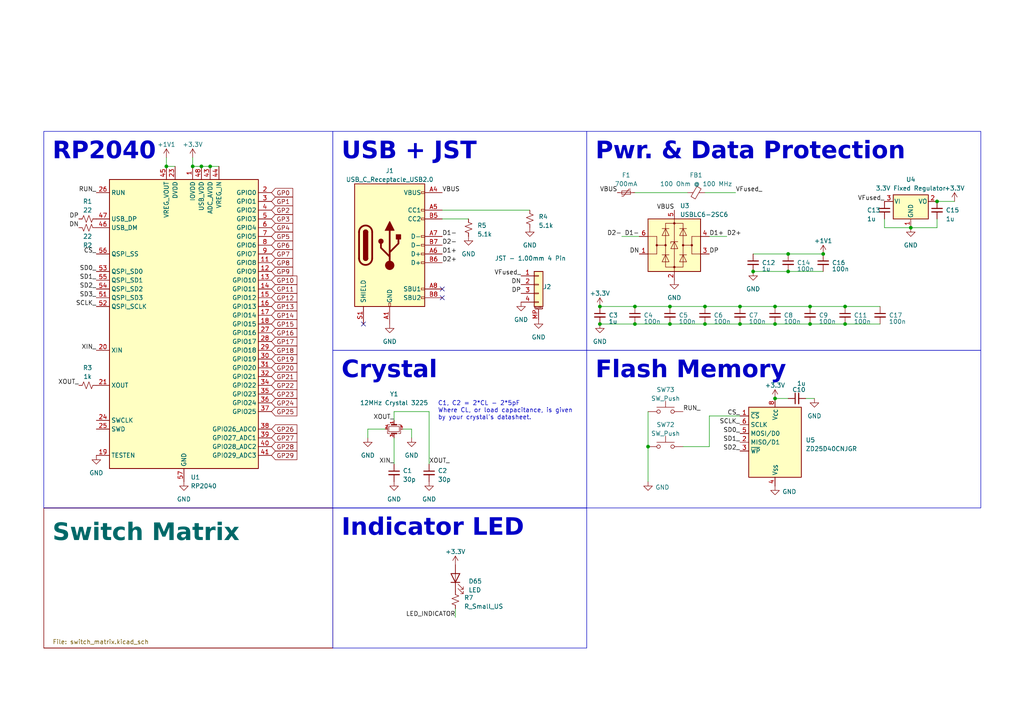
<source format=kicad_sch>
(kicad_sch
	(version 20250114)
	(generator "eeschema")
	(generator_version "9.0")
	(uuid "dea5f69c-d02e-47df-8e1a-a63949fabb21")
	(paper "A4")
	(lib_symbols
		(symbol "Connector:USB_C_Receptacle_USB2.0"
			(pin_names
				(offset 1.016)
			)
			(exclude_from_sim no)
			(in_bom yes)
			(on_board yes)
			(property "Reference" "J"
				(at -10.16 19.05 0)
				(effects
					(font
						(size 1.27 1.27)
					)
					(justify left)
				)
			)
			(property "Value" "USB_C_Receptacle_USB2.0"
				(at 19.05 19.05 0)
				(effects
					(font
						(size 1.27 1.27)
					)
					(justify right)
				)
			)
			(property "Footprint" ""
				(at 3.81 0 0)
				(effects
					(font
						(size 1.27 1.27)
					)
					(hide yes)
				)
			)
			(property "Datasheet" "https://www.usb.org/sites/default/files/documents/usb_type-c.zip"
				(at 3.81 0 0)
				(effects
					(font
						(size 1.27 1.27)
					)
					(hide yes)
				)
			)
			(property "Description" "USB 2.0-only Type-C Receptacle connector"
				(at 0 0 0)
				(effects
					(font
						(size 1.27 1.27)
					)
					(hide yes)
				)
			)
			(property "ki_keywords" "usb universal serial bus type-C USB2.0"
				(at 0 0 0)
				(effects
					(font
						(size 1.27 1.27)
					)
					(hide yes)
				)
			)
			(property "ki_fp_filters" "USB*C*Receptacle*"
				(at 0 0 0)
				(effects
					(font
						(size 1.27 1.27)
					)
					(hide yes)
				)
			)
			(symbol "USB_C_Receptacle_USB2.0_0_0"
				(rectangle
					(start -0.254 -17.78)
					(end 0.254 -16.764)
					(stroke
						(width 0)
						(type default)
					)
					(fill
						(type none)
					)
				)
				(rectangle
					(start 10.16 15.494)
					(end 9.144 14.986)
					(stroke
						(width 0)
						(type default)
					)
					(fill
						(type none)
					)
				)
				(rectangle
					(start 10.16 10.414)
					(end 9.144 9.906)
					(stroke
						(width 0)
						(type default)
					)
					(fill
						(type none)
					)
				)
				(rectangle
					(start 10.16 7.874)
					(end 9.144 7.366)
					(stroke
						(width 0)
						(type default)
					)
					(fill
						(type none)
					)
				)
				(rectangle
					(start 10.16 2.794)
					(end 9.144 2.286)
					(stroke
						(width 0)
						(type default)
					)
					(fill
						(type none)
					)
				)
				(rectangle
					(start 10.16 0.254)
					(end 9.144 -0.254)
					(stroke
						(width 0)
						(type default)
					)
					(fill
						(type none)
					)
				)
				(rectangle
					(start 10.16 -2.286)
					(end 9.144 -2.794)
					(stroke
						(width 0)
						(type default)
					)
					(fill
						(type none)
					)
				)
				(rectangle
					(start 10.16 -4.826)
					(end 9.144 -5.334)
					(stroke
						(width 0)
						(type default)
					)
					(fill
						(type none)
					)
				)
				(rectangle
					(start 10.16 -12.446)
					(end 9.144 -12.954)
					(stroke
						(width 0)
						(type default)
					)
					(fill
						(type none)
					)
				)
				(rectangle
					(start 10.16 -14.986)
					(end 9.144 -15.494)
					(stroke
						(width 0)
						(type default)
					)
					(fill
						(type none)
					)
				)
			)
			(symbol "USB_C_Receptacle_USB2.0_0_1"
				(rectangle
					(start -10.16 17.78)
					(end 10.16 -17.78)
					(stroke
						(width 0.254)
						(type default)
					)
					(fill
						(type background)
					)
				)
				(polyline
					(pts
						(xy -8.89 -3.81) (xy -8.89 3.81)
					)
					(stroke
						(width 0.508)
						(type default)
					)
					(fill
						(type none)
					)
				)
				(rectangle
					(start -7.62 -3.81)
					(end -6.35 3.81)
					(stroke
						(width 0.254)
						(type default)
					)
					(fill
						(type outline)
					)
				)
				(arc
					(start -7.62 3.81)
					(mid -6.985 4.4423)
					(end -6.35 3.81)
					(stroke
						(width 0.254)
						(type default)
					)
					(fill
						(type none)
					)
				)
				(arc
					(start -7.62 3.81)
					(mid -6.985 4.4423)
					(end -6.35 3.81)
					(stroke
						(width 0.254)
						(type default)
					)
					(fill
						(type outline)
					)
				)
				(arc
					(start -8.89 3.81)
					(mid -6.985 5.7067)
					(end -5.08 3.81)
					(stroke
						(width 0.508)
						(type default)
					)
					(fill
						(type none)
					)
				)
				(arc
					(start -5.08 -3.81)
					(mid -6.985 -5.7067)
					(end -8.89 -3.81)
					(stroke
						(width 0.508)
						(type default)
					)
					(fill
						(type none)
					)
				)
				(arc
					(start -6.35 -3.81)
					(mid -6.985 -4.4423)
					(end -7.62 -3.81)
					(stroke
						(width 0.254)
						(type default)
					)
					(fill
						(type none)
					)
				)
				(arc
					(start -6.35 -3.81)
					(mid -6.985 -4.4423)
					(end -7.62 -3.81)
					(stroke
						(width 0.254)
						(type default)
					)
					(fill
						(type outline)
					)
				)
				(polyline
					(pts
						(xy -5.08 3.81) (xy -5.08 -3.81)
					)
					(stroke
						(width 0.508)
						(type default)
					)
					(fill
						(type none)
					)
				)
				(circle
					(center -2.54 1.143)
					(radius 0.635)
					(stroke
						(width 0.254)
						(type default)
					)
					(fill
						(type outline)
					)
				)
				(polyline
					(pts
						(xy -1.27 4.318) (xy 0 6.858) (xy 1.27 4.318) (xy -1.27 4.318)
					)
					(stroke
						(width 0.254)
						(type default)
					)
					(fill
						(type outline)
					)
				)
				(polyline
					(pts
						(xy 0 -2.032) (xy 2.54 0.508) (xy 2.54 1.778)
					)
					(stroke
						(width 0.508)
						(type default)
					)
					(fill
						(type none)
					)
				)
				(polyline
					(pts
						(xy 0 -3.302) (xy -2.54 -0.762) (xy -2.54 0.508)
					)
					(stroke
						(width 0.508)
						(type default)
					)
					(fill
						(type none)
					)
				)
				(polyline
					(pts
						(xy 0 -5.842) (xy 0 4.318)
					)
					(stroke
						(width 0.508)
						(type default)
					)
					(fill
						(type none)
					)
				)
				(circle
					(center 0 -5.842)
					(radius 1.27)
					(stroke
						(width 0)
						(type default)
					)
					(fill
						(type outline)
					)
				)
				(rectangle
					(start 1.905 1.778)
					(end 3.175 3.048)
					(stroke
						(width 0.254)
						(type default)
					)
					(fill
						(type outline)
					)
				)
			)
			(symbol "USB_C_Receptacle_USB2.0_1_1"
				(pin passive line
					(at -7.62 -22.86 90)
					(length 5.08)
					(name "SHIELD"
						(effects
							(font
								(size 1.27 1.27)
							)
						)
					)
					(number "S1"
						(effects
							(font
								(size 1.27 1.27)
							)
						)
					)
				)
				(pin passive line
					(at 0 -22.86 90)
					(length 5.08)
					(name "GND"
						(effects
							(font
								(size 1.27 1.27)
							)
						)
					)
					(number "A1"
						(effects
							(font
								(size 1.27 1.27)
							)
						)
					)
				)
				(pin passive line
					(at 0 -22.86 90)
					(length 5.08)
					(hide yes)
					(name "GND"
						(effects
							(font
								(size 1.27 1.27)
							)
						)
					)
					(number "A12"
						(effects
							(font
								(size 1.27 1.27)
							)
						)
					)
				)
				(pin passive line
					(at 0 -22.86 90)
					(length 5.08)
					(hide yes)
					(name "GND"
						(effects
							(font
								(size 1.27 1.27)
							)
						)
					)
					(number "B1"
						(effects
							(font
								(size 1.27 1.27)
							)
						)
					)
				)
				(pin passive line
					(at 0 -22.86 90)
					(length 5.08)
					(hide yes)
					(name "GND"
						(effects
							(font
								(size 1.27 1.27)
							)
						)
					)
					(number "B12"
						(effects
							(font
								(size 1.27 1.27)
							)
						)
					)
				)
				(pin passive line
					(at 15.24 15.24 180)
					(length 5.08)
					(name "VBUS"
						(effects
							(font
								(size 1.27 1.27)
							)
						)
					)
					(number "A4"
						(effects
							(font
								(size 1.27 1.27)
							)
						)
					)
				)
				(pin passive line
					(at 15.24 15.24 180)
					(length 5.08)
					(hide yes)
					(name "VBUS"
						(effects
							(font
								(size 1.27 1.27)
							)
						)
					)
					(number "A9"
						(effects
							(font
								(size 1.27 1.27)
							)
						)
					)
				)
				(pin passive line
					(at 15.24 15.24 180)
					(length 5.08)
					(hide yes)
					(name "VBUS"
						(effects
							(font
								(size 1.27 1.27)
							)
						)
					)
					(number "B4"
						(effects
							(font
								(size 1.27 1.27)
							)
						)
					)
				)
				(pin passive line
					(at 15.24 15.24 180)
					(length 5.08)
					(hide yes)
					(name "VBUS"
						(effects
							(font
								(size 1.27 1.27)
							)
						)
					)
					(number "B9"
						(effects
							(font
								(size 1.27 1.27)
							)
						)
					)
				)
				(pin bidirectional line
					(at 15.24 10.16 180)
					(length 5.08)
					(name "CC1"
						(effects
							(font
								(size 1.27 1.27)
							)
						)
					)
					(number "A5"
						(effects
							(font
								(size 1.27 1.27)
							)
						)
					)
				)
				(pin bidirectional line
					(at 15.24 7.62 180)
					(length 5.08)
					(name "CC2"
						(effects
							(font
								(size 1.27 1.27)
							)
						)
					)
					(number "B5"
						(effects
							(font
								(size 1.27 1.27)
							)
						)
					)
				)
				(pin bidirectional line
					(at 15.24 2.54 180)
					(length 5.08)
					(name "D-"
						(effects
							(font
								(size 1.27 1.27)
							)
						)
					)
					(number "A7"
						(effects
							(font
								(size 1.27 1.27)
							)
						)
					)
				)
				(pin bidirectional line
					(at 15.24 0 180)
					(length 5.08)
					(name "D-"
						(effects
							(font
								(size 1.27 1.27)
							)
						)
					)
					(number "B7"
						(effects
							(font
								(size 1.27 1.27)
							)
						)
					)
				)
				(pin bidirectional line
					(at 15.24 -2.54 180)
					(length 5.08)
					(name "D+"
						(effects
							(font
								(size 1.27 1.27)
							)
						)
					)
					(number "A6"
						(effects
							(font
								(size 1.27 1.27)
							)
						)
					)
				)
				(pin bidirectional line
					(at 15.24 -5.08 180)
					(length 5.08)
					(name "D+"
						(effects
							(font
								(size 1.27 1.27)
							)
						)
					)
					(number "B6"
						(effects
							(font
								(size 1.27 1.27)
							)
						)
					)
				)
				(pin bidirectional line
					(at 15.24 -12.7 180)
					(length 5.08)
					(name "SBU1"
						(effects
							(font
								(size 1.27 1.27)
							)
						)
					)
					(number "A8"
						(effects
							(font
								(size 1.27 1.27)
							)
						)
					)
				)
				(pin bidirectional line
					(at 15.24 -15.24 180)
					(length 5.08)
					(name "SBU2"
						(effects
							(font
								(size 1.27 1.27)
							)
						)
					)
					(number "B8"
						(effects
							(font
								(size 1.27 1.27)
							)
						)
					)
				)
			)
			(embedded_fonts no)
		)
		(symbol "Connector_Generic_MountingPin:Conn_01x04_MountingPin"
			(pin_names
				(offset 1.016)
				(hide yes)
			)
			(exclude_from_sim no)
			(in_bom yes)
			(on_board yes)
			(property "Reference" "J"
				(at 0 5.08 0)
				(effects
					(font
						(size 1.27 1.27)
					)
				)
			)
			(property "Value" "Conn_01x04_MountingPin"
				(at 1.27 -7.62 0)
				(effects
					(font
						(size 1.27 1.27)
					)
					(justify left)
				)
			)
			(property "Footprint" ""
				(at 0 0 0)
				(effects
					(font
						(size 1.27 1.27)
					)
					(hide yes)
				)
			)
			(property "Datasheet" "~"
				(at 0 0 0)
				(effects
					(font
						(size 1.27 1.27)
					)
					(hide yes)
				)
			)
			(property "Description" "Generic connectable mounting pin connector, single row, 01x04, script generated (kicad-library-utils/schlib/autogen/connector/)"
				(at 0 0 0)
				(effects
					(font
						(size 1.27 1.27)
					)
					(hide yes)
				)
			)
			(property "ki_keywords" "connector"
				(at 0 0 0)
				(effects
					(font
						(size 1.27 1.27)
					)
					(hide yes)
				)
			)
			(property "ki_fp_filters" "Connector*:*_1x??-1MP*"
				(at 0 0 0)
				(effects
					(font
						(size 1.27 1.27)
					)
					(hide yes)
				)
			)
			(symbol "Conn_01x04_MountingPin_1_1"
				(rectangle
					(start -1.27 3.81)
					(end 1.27 -6.35)
					(stroke
						(width 0.254)
						(type default)
					)
					(fill
						(type background)
					)
				)
				(rectangle
					(start -1.27 2.667)
					(end 0 2.413)
					(stroke
						(width 0.1524)
						(type default)
					)
					(fill
						(type none)
					)
				)
				(rectangle
					(start -1.27 0.127)
					(end 0 -0.127)
					(stroke
						(width 0.1524)
						(type default)
					)
					(fill
						(type none)
					)
				)
				(rectangle
					(start -1.27 -2.413)
					(end 0 -2.667)
					(stroke
						(width 0.1524)
						(type default)
					)
					(fill
						(type none)
					)
				)
				(rectangle
					(start -1.27 -4.953)
					(end 0 -5.207)
					(stroke
						(width 0.1524)
						(type default)
					)
					(fill
						(type none)
					)
				)
				(polyline
					(pts
						(xy -1.016 -7.112) (xy 1.016 -7.112)
					)
					(stroke
						(width 0.1524)
						(type default)
					)
					(fill
						(type none)
					)
				)
				(text "Mounting"
					(at 0 -6.731 0)
					(effects
						(font
							(size 0.381 0.381)
						)
					)
				)
				(pin passive line
					(at -5.08 2.54 0)
					(length 3.81)
					(name "Pin_1"
						(effects
							(font
								(size 1.27 1.27)
							)
						)
					)
					(number "1"
						(effects
							(font
								(size 1.27 1.27)
							)
						)
					)
				)
				(pin passive line
					(at -5.08 0 0)
					(length 3.81)
					(name "Pin_2"
						(effects
							(font
								(size 1.27 1.27)
							)
						)
					)
					(number "2"
						(effects
							(font
								(size 1.27 1.27)
							)
						)
					)
				)
				(pin passive line
					(at -5.08 -2.54 0)
					(length 3.81)
					(name "Pin_3"
						(effects
							(font
								(size 1.27 1.27)
							)
						)
					)
					(number "3"
						(effects
							(font
								(size 1.27 1.27)
							)
						)
					)
				)
				(pin passive line
					(at -5.08 -5.08 0)
					(length 3.81)
					(name "Pin_4"
						(effects
							(font
								(size 1.27 1.27)
							)
						)
					)
					(number "4"
						(effects
							(font
								(size 1.27 1.27)
							)
						)
					)
				)
				(pin passive line
					(at 0 -10.16 90)
					(length 3.048)
					(name "MountPin"
						(effects
							(font
								(size 1.27 1.27)
							)
						)
					)
					(number "MP"
						(effects
							(font
								(size 1.27 1.27)
							)
						)
					)
				)
			)
			(embedded_fonts no)
		)
		(symbol "Device:C_Small"
			(pin_numbers
				(hide yes)
			)
			(pin_names
				(offset 0.254)
				(hide yes)
			)
			(exclude_from_sim no)
			(in_bom yes)
			(on_board yes)
			(property "Reference" "C"
				(at 0.254 1.778 0)
				(effects
					(font
						(size 1.27 1.27)
					)
					(justify left)
				)
			)
			(property "Value" "C_Small"
				(at 0.254 -2.032 0)
				(effects
					(font
						(size 1.27 1.27)
					)
					(justify left)
				)
			)
			(property "Footprint" ""
				(at 0 0 0)
				(effects
					(font
						(size 1.27 1.27)
					)
					(hide yes)
				)
			)
			(property "Datasheet" "~"
				(at 0 0 0)
				(effects
					(font
						(size 1.27 1.27)
					)
					(hide yes)
				)
			)
			(property "Description" "Unpolarized capacitor, small symbol"
				(at 0 0 0)
				(effects
					(font
						(size 1.27 1.27)
					)
					(hide yes)
				)
			)
			(property "ki_keywords" "capacitor cap"
				(at 0 0 0)
				(effects
					(font
						(size 1.27 1.27)
					)
					(hide yes)
				)
			)
			(property "ki_fp_filters" "C_*"
				(at 0 0 0)
				(effects
					(font
						(size 1.27 1.27)
					)
					(hide yes)
				)
			)
			(symbol "C_Small_0_1"
				(polyline
					(pts
						(xy -1.524 0.508) (xy 1.524 0.508)
					)
					(stroke
						(width 0.3048)
						(type default)
					)
					(fill
						(type none)
					)
				)
				(polyline
					(pts
						(xy -1.524 -0.508) (xy 1.524 -0.508)
					)
					(stroke
						(width 0.3302)
						(type default)
					)
					(fill
						(type none)
					)
				)
			)
			(symbol "C_Small_1_1"
				(pin passive line
					(at 0 2.54 270)
					(length 2.032)
					(name "~"
						(effects
							(font
								(size 1.27 1.27)
							)
						)
					)
					(number "1"
						(effects
							(font
								(size 1.27 1.27)
							)
						)
					)
				)
				(pin passive line
					(at 0 -2.54 90)
					(length 2.032)
					(name "~"
						(effects
							(font
								(size 1.27 1.27)
							)
						)
					)
					(number "2"
						(effects
							(font
								(size 1.27 1.27)
							)
						)
					)
				)
			)
			(embedded_fonts no)
		)
		(symbol "Device:Crystal_GND24_Small"
			(pin_names
				(offset 1.016)
				(hide yes)
			)
			(exclude_from_sim no)
			(in_bom yes)
			(on_board yes)
			(property "Reference" "Y"
				(at 1.27 4.445 0)
				(effects
					(font
						(size 1.27 1.27)
					)
					(justify left)
				)
			)
			(property "Value" "Crystal_GND24_Small"
				(at 1.27 2.54 0)
				(effects
					(font
						(size 1.27 1.27)
					)
					(justify left)
				)
			)
			(property "Footprint" ""
				(at 0 0 0)
				(effects
					(font
						(size 1.27 1.27)
					)
					(hide yes)
				)
			)
			(property "Datasheet" "~"
				(at 0 0 0)
				(effects
					(font
						(size 1.27 1.27)
					)
					(hide yes)
				)
			)
			(property "Description" "Four pin crystal, GND on pins 2 and 4, small symbol"
				(at 0 0 0)
				(effects
					(font
						(size 1.27 1.27)
					)
					(hide yes)
				)
			)
			(property "ki_keywords" "quartz ceramic resonator oscillator"
				(at 0 0 0)
				(effects
					(font
						(size 1.27 1.27)
					)
					(hide yes)
				)
			)
			(property "ki_fp_filters" "Crystal*"
				(at 0 0 0)
				(effects
					(font
						(size 1.27 1.27)
					)
					(hide yes)
				)
			)
			(symbol "Crystal_GND24_Small_0_1"
				(polyline
					(pts
						(xy -1.27 1.27) (xy -1.27 1.905) (xy 1.27 1.905) (xy 1.27 1.27)
					)
					(stroke
						(width 0)
						(type default)
					)
					(fill
						(type none)
					)
				)
				(polyline
					(pts
						(xy -1.27 -0.762) (xy -1.27 0.762)
					)
					(stroke
						(width 0.381)
						(type default)
					)
					(fill
						(type none)
					)
				)
				(polyline
					(pts
						(xy -1.27 -1.27) (xy -1.27 -1.905) (xy 1.27 -1.905) (xy 1.27 -1.27)
					)
					(stroke
						(width 0)
						(type default)
					)
					(fill
						(type none)
					)
				)
				(rectangle
					(start -0.762 -1.524)
					(end 0.762 1.524)
					(stroke
						(width 0)
						(type default)
					)
					(fill
						(type none)
					)
				)
				(polyline
					(pts
						(xy 1.27 -0.762) (xy 1.27 0.762)
					)
					(stroke
						(width 0.381)
						(type default)
					)
					(fill
						(type none)
					)
				)
			)
			(symbol "Crystal_GND24_Small_1_1"
				(pin passive line
					(at -2.54 0 0)
					(length 1.27)
					(name "1"
						(effects
							(font
								(size 1.27 1.27)
							)
						)
					)
					(number "1"
						(effects
							(font
								(size 0.762 0.762)
							)
						)
					)
				)
				(pin passive line
					(at 0 2.54 270)
					(length 0.635)
					(name "4"
						(effects
							(font
								(size 1.27 1.27)
							)
						)
					)
					(number "4"
						(effects
							(font
								(size 0.762 0.762)
							)
						)
					)
				)
				(pin passive line
					(at 0 -2.54 90)
					(length 0.635)
					(name "2"
						(effects
							(font
								(size 1.27 1.27)
							)
						)
					)
					(number "2"
						(effects
							(font
								(size 0.762 0.762)
							)
						)
					)
				)
				(pin passive line
					(at 2.54 0 180)
					(length 1.27)
					(name "3"
						(effects
							(font
								(size 1.27 1.27)
							)
						)
					)
					(number "3"
						(effects
							(font
								(size 0.762 0.762)
							)
						)
					)
				)
			)
			(embedded_fonts no)
		)
		(symbol "Device:FerriteBead_Small"
			(pin_numbers
				(hide yes)
			)
			(pin_names
				(offset 0)
			)
			(exclude_from_sim no)
			(in_bom yes)
			(on_board yes)
			(property "Reference" "FB"
				(at 1.905 1.27 0)
				(effects
					(font
						(size 1.27 1.27)
					)
					(justify left)
				)
			)
			(property "Value" "FerriteBead_Small"
				(at 1.905 -1.27 0)
				(effects
					(font
						(size 1.27 1.27)
					)
					(justify left)
				)
			)
			(property "Footprint" ""
				(at -1.778 0 90)
				(effects
					(font
						(size 1.27 1.27)
					)
					(hide yes)
				)
			)
			(property "Datasheet" "~"
				(at 0 0 0)
				(effects
					(font
						(size 1.27 1.27)
					)
					(hide yes)
				)
			)
			(property "Description" "Ferrite bead, small symbol"
				(at 0 0 0)
				(effects
					(font
						(size 1.27 1.27)
					)
					(hide yes)
				)
			)
			(property "ki_keywords" "L ferrite bead inductor filter"
				(at 0 0 0)
				(effects
					(font
						(size 1.27 1.27)
					)
					(hide yes)
				)
			)
			(property "ki_fp_filters" "Inductor_* L_* *Ferrite*"
				(at 0 0 0)
				(effects
					(font
						(size 1.27 1.27)
					)
					(hide yes)
				)
			)
			(symbol "FerriteBead_Small_0_1"
				(polyline
					(pts
						(xy -1.8288 0.2794) (xy -1.1176 1.4986) (xy 1.8288 -0.2032) (xy 1.1176 -1.4224) (xy -1.8288 0.2794)
					)
					(stroke
						(width 0)
						(type default)
					)
					(fill
						(type none)
					)
				)
				(polyline
					(pts
						(xy 0 0.889) (xy 0 1.2954)
					)
					(stroke
						(width 0)
						(type default)
					)
					(fill
						(type none)
					)
				)
				(polyline
					(pts
						(xy 0 -1.27) (xy 0 -0.7874)
					)
					(stroke
						(width 0)
						(type default)
					)
					(fill
						(type none)
					)
				)
			)
			(symbol "FerriteBead_Small_1_1"
				(pin passive line
					(at 0 2.54 270)
					(length 1.27)
					(name "~"
						(effects
							(font
								(size 1.27 1.27)
							)
						)
					)
					(number "1"
						(effects
							(font
								(size 1.27 1.27)
							)
						)
					)
				)
				(pin passive line
					(at 0 -2.54 90)
					(length 1.27)
					(name "~"
						(effects
							(font
								(size 1.27 1.27)
							)
						)
					)
					(number "2"
						(effects
							(font
								(size 1.27 1.27)
							)
						)
					)
				)
			)
			(embedded_fonts no)
		)
		(symbol "Device:LED"
			(pin_numbers
				(hide yes)
			)
			(pin_names
				(offset 1.016)
				(hide yes)
			)
			(exclude_from_sim no)
			(in_bom yes)
			(on_board yes)
			(property "Reference" "D"
				(at 0 2.54 0)
				(effects
					(font
						(size 1.27 1.27)
					)
				)
			)
			(property "Value" "LED"
				(at 0 -2.54 0)
				(effects
					(font
						(size 1.27 1.27)
					)
				)
			)
			(property "Footprint" ""
				(at 0 0 0)
				(effects
					(font
						(size 1.27 1.27)
					)
					(hide yes)
				)
			)
			(property "Datasheet" "~"
				(at 0 0 0)
				(effects
					(font
						(size 1.27 1.27)
					)
					(hide yes)
				)
			)
			(property "Description" "Light emitting diode"
				(at 0 0 0)
				(effects
					(font
						(size 1.27 1.27)
					)
					(hide yes)
				)
			)
			(property "ki_keywords" "LED diode"
				(at 0 0 0)
				(effects
					(font
						(size 1.27 1.27)
					)
					(hide yes)
				)
			)
			(property "ki_fp_filters" "LED* LED_SMD:* LED_THT:*"
				(at 0 0 0)
				(effects
					(font
						(size 1.27 1.27)
					)
					(hide yes)
				)
			)
			(symbol "LED_0_1"
				(polyline
					(pts
						(xy -3.048 -0.762) (xy -4.572 -2.286) (xy -3.81 -2.286) (xy -4.572 -2.286) (xy -4.572 -1.524)
					)
					(stroke
						(width 0)
						(type default)
					)
					(fill
						(type none)
					)
				)
				(polyline
					(pts
						(xy -1.778 -0.762) (xy -3.302 -2.286) (xy -2.54 -2.286) (xy -3.302 -2.286) (xy -3.302 -1.524)
					)
					(stroke
						(width 0)
						(type default)
					)
					(fill
						(type none)
					)
				)
				(polyline
					(pts
						(xy -1.27 0) (xy 1.27 0)
					)
					(stroke
						(width 0)
						(type default)
					)
					(fill
						(type none)
					)
				)
				(polyline
					(pts
						(xy -1.27 -1.27) (xy -1.27 1.27)
					)
					(stroke
						(width 0.254)
						(type default)
					)
					(fill
						(type none)
					)
				)
				(polyline
					(pts
						(xy 1.27 -1.27) (xy 1.27 1.27) (xy -1.27 0) (xy 1.27 -1.27)
					)
					(stroke
						(width 0.254)
						(type default)
					)
					(fill
						(type none)
					)
				)
			)
			(symbol "LED_1_1"
				(pin passive line
					(at -3.81 0 0)
					(length 2.54)
					(name "K"
						(effects
							(font
								(size 1.27 1.27)
							)
						)
					)
					(number "1"
						(effects
							(font
								(size 1.27 1.27)
							)
						)
					)
				)
				(pin passive line
					(at 3.81 0 180)
					(length 2.54)
					(name "A"
						(effects
							(font
								(size 1.27 1.27)
							)
						)
					)
					(number "2"
						(effects
							(font
								(size 1.27 1.27)
							)
						)
					)
				)
			)
			(embedded_fonts no)
		)
		(symbol "Device:Polyfuse_Small"
			(pin_numbers
				(hide yes)
			)
			(pin_names
				(offset 0)
			)
			(exclude_from_sim no)
			(in_bom yes)
			(on_board yes)
			(property "Reference" "F"
				(at -1.905 0 90)
				(effects
					(font
						(size 1.27 1.27)
					)
				)
			)
			(property "Value" "Polyfuse_Small"
				(at 1.905 0 90)
				(effects
					(font
						(size 1.27 1.27)
					)
				)
			)
			(property "Footprint" ""
				(at 1.27 -5.08 0)
				(effects
					(font
						(size 1.27 1.27)
					)
					(justify left)
					(hide yes)
				)
			)
			(property "Datasheet" "~"
				(at 0 0 0)
				(effects
					(font
						(size 1.27 1.27)
					)
					(hide yes)
				)
			)
			(property "Description" "Resettable fuse, polymeric positive temperature coefficient, small symbol"
				(at 0 0 0)
				(effects
					(font
						(size 1.27 1.27)
					)
					(hide yes)
				)
			)
			(property "ki_keywords" "resettable fuse PTC PPTC polyfuse polyswitch"
				(at 0 0 0)
				(effects
					(font
						(size 1.27 1.27)
					)
					(hide yes)
				)
			)
			(property "ki_fp_filters" "*polyfuse* *PTC*"
				(at 0 0 0)
				(effects
					(font
						(size 1.27 1.27)
					)
					(hide yes)
				)
			)
			(symbol "Polyfuse_Small_0_1"
				(polyline
					(pts
						(xy -1.016 1.27) (xy -1.016 0.762) (xy 1.016 -0.762) (xy 1.016 -1.27)
					)
					(stroke
						(width 0)
						(type default)
					)
					(fill
						(type none)
					)
				)
				(rectangle
					(start -0.508 1.27)
					(end 0.508 -1.27)
					(stroke
						(width 0)
						(type default)
					)
					(fill
						(type none)
					)
				)
				(polyline
					(pts
						(xy 0 2.54) (xy 0 -2.54)
					)
					(stroke
						(width 0)
						(type default)
					)
					(fill
						(type none)
					)
				)
			)
			(symbol "Polyfuse_Small_1_1"
				(pin passive line
					(at 0 2.54 270)
					(length 0.635)
					(name "~"
						(effects
							(font
								(size 1.27 1.27)
							)
						)
					)
					(number "1"
						(effects
							(font
								(size 1.27 1.27)
							)
						)
					)
				)
				(pin passive line
					(at 0 -2.54 90)
					(length 0.635)
					(name "~"
						(effects
							(font
								(size 1.27 1.27)
							)
						)
					)
					(number "2"
						(effects
							(font
								(size 1.27 1.27)
							)
						)
					)
				)
			)
			(embedded_fonts no)
		)
		(symbol "Device:R_Small_US"
			(pin_numbers
				(hide yes)
			)
			(pin_names
				(offset 0.254)
				(hide yes)
			)
			(exclude_from_sim no)
			(in_bom yes)
			(on_board yes)
			(property "Reference" "R"
				(at 0.762 0.508 0)
				(effects
					(font
						(size 1.27 1.27)
					)
					(justify left)
				)
			)
			(property "Value" "R_Small_US"
				(at 0.762 -1.016 0)
				(effects
					(font
						(size 1.27 1.27)
					)
					(justify left)
				)
			)
			(property "Footprint" ""
				(at 0 0 0)
				(effects
					(font
						(size 1.27 1.27)
					)
					(hide yes)
				)
			)
			(property "Datasheet" "~"
				(at 0 0 0)
				(effects
					(font
						(size 1.27 1.27)
					)
					(hide yes)
				)
			)
			(property "Description" "Resistor, small US symbol"
				(at 0 0 0)
				(effects
					(font
						(size 1.27 1.27)
					)
					(hide yes)
				)
			)
			(property "ki_keywords" "r resistor"
				(at 0 0 0)
				(effects
					(font
						(size 1.27 1.27)
					)
					(hide yes)
				)
			)
			(property "ki_fp_filters" "R_*"
				(at 0 0 0)
				(effects
					(font
						(size 1.27 1.27)
					)
					(hide yes)
				)
			)
			(symbol "R_Small_US_1_1"
				(polyline
					(pts
						(xy 0 1.524) (xy 1.016 1.143) (xy 0 0.762) (xy -1.016 0.381) (xy 0 0)
					)
					(stroke
						(width 0)
						(type default)
					)
					(fill
						(type none)
					)
				)
				(polyline
					(pts
						(xy 0 0) (xy 1.016 -0.381) (xy 0 -0.762) (xy -1.016 -1.143) (xy 0 -1.524)
					)
					(stroke
						(width 0)
						(type default)
					)
					(fill
						(type none)
					)
				)
				(pin passive line
					(at 0 2.54 270)
					(length 1.016)
					(name "~"
						(effects
							(font
								(size 1.27 1.27)
							)
						)
					)
					(number "1"
						(effects
							(font
								(size 1.27 1.27)
							)
						)
					)
				)
				(pin passive line
					(at 0 -2.54 90)
					(length 1.016)
					(name "~"
						(effects
							(font
								(size 1.27 1.27)
							)
						)
					)
					(number "2"
						(effects
							(font
								(size 1.27 1.27)
							)
						)
					)
				)
			)
			(embedded_fonts no)
		)
		(symbol "Flash_NOR_SPI:ZD25D40CNJGR"
			(exclude_from_sim no)
			(in_bom yes)
			(on_board yes)
			(property "Reference" "U"
				(at -10.16 -10.16 0)
				(effects
					(font
						(size 1.27 1.27)
					)
				)
			)
			(property "Value" "ZD25D40CNJGR"
				(at -10.16 -12.7 0)
				(effects
					(font
						(size 1.27 1.27)
					)
				)
			)
			(property "Footprint" "USON8:USON-8_1.5x1.5mm_P0.45mm"
				(at 0 0 0)
				(effects
					(font
						(size 1.27 1.27)
					)
					(hide yes)
				)
			)
			(property "Datasheet" ""
				(at 0 0 0)
				(effects
					(font
						(size 1.27 1.27)
					)
					(hide yes)
				)
			)
			(property "Description" ""
				(at 0 0 0)
				(effects
					(font
						(size 1.27 1.27)
					)
					(hide yes)
				)
			)
			(property "LCSC" "C3646778"
				(at -17.78 7.62 0)
				(effects
					(font
						(size 1.27 1.27)
					)
					(hide yes)
				)
			)
			(symbol "ZD25D40CNJGR_0_1"
				(rectangle
					(start -7.62 10.16)
					(end 7.62 -10.16)
					(stroke
						(width 0.254)
						(type default)
					)
					(fill
						(type background)
					)
				)
			)
			(symbol "ZD25D40CNJGR_1_1"
				(pin input line
					(at -10.16 7.62 0)
					(length 2.54)
					(name "~{CS}"
						(effects
							(font
								(size 1.27 1.27)
							)
						)
					)
					(number "1"
						(effects
							(font
								(size 1.27 1.27)
							)
						)
					)
				)
				(pin input line
					(at -10.16 5.08 0)
					(length 2.54)
					(name "SCLK"
						(effects
							(font
								(size 1.27 1.27)
							)
						)
					)
					(number "6"
						(effects
							(font
								(size 1.27 1.27)
							)
						)
					)
				)
				(pin bidirectional line
					(at -10.16 2.54 0)
					(length 2.54)
					(name "MOSI/D0"
						(effects
							(font
								(size 1.27 1.27)
							)
						)
					)
					(number "5"
						(effects
							(font
								(size 1.27 1.27)
							)
						)
					)
				)
				(pin bidirectional line
					(at -10.16 0 0)
					(length 2.54)
					(name "MISO/D1"
						(effects
							(font
								(size 1.27 1.27)
							)
						)
					)
					(number "2"
						(effects
							(font
								(size 1.27 1.27)
							)
						)
					)
				)
				(pin input line
					(at -10.16 -2.54 0)
					(length 2.54)
					(name "~{WP}"
						(effects
							(font
								(size 1.27 1.27)
							)
						)
					)
					(number "3"
						(effects
							(font
								(size 1.27 1.27)
							)
						)
					)
				)
				(pin no_connect line
					(at -5.08 -5.08 0)
					(length 2.54)
					(hide yes)
					(name "NC"
						(effects
							(font
								(size 1.27 1.27)
							)
						)
					)
					(number "7"
						(effects
							(font
								(size 1.27 1.27)
							)
						)
					)
				)
				(pin power_in line
					(at 0 12.7 270)
					(length 2.54)
					(name "V_{CC}"
						(effects
							(font
								(size 1.27 1.27)
							)
						)
					)
					(number "8"
						(effects
							(font
								(size 1.27 1.27)
							)
						)
					)
				)
				(pin power_in line
					(at 0 -12.7 90)
					(length 2.54)
					(name "V_{SS}"
						(effects
							(font
								(size 1.27 1.27)
							)
						)
					)
					(number "4"
						(effects
							(font
								(size 1.27 1.27)
							)
						)
					)
				)
				(pin power_in line
					(at 0 -12.7 90)
					(length 2.54)
					(hide yes)
					(name "PAD/V_{SS}"
						(effects
							(font
								(size 1.27 1.27)
							)
						)
					)
					(number "9"
						(effects
							(font
								(size 1.27 1.27)
							)
						)
					)
				)
			)
			(embedded_fonts no)
		)
		(symbol "MCU_RaspberryPi:RP2040"
			(exclude_from_sim no)
			(in_bom yes)
			(on_board yes)
			(property "Reference" "U"
				(at 17.78 45.72 0)
				(effects
					(font
						(size 1.27 1.27)
					)
				)
			)
			(property "Value" "RP2040"
				(at 17.78 43.18 0)
				(effects
					(font
						(size 1.27 1.27)
					)
				)
			)
			(property "Footprint" "Package_DFN_QFN:QFN-56-1EP_7x7mm_P0.4mm_EP3.2x3.2mm"
				(at 0 0 0)
				(effects
					(font
						(size 1.27 1.27)
					)
					(hide yes)
				)
			)
			(property "Datasheet" "https://datasheets.raspberrypi.com/rp2040/rp2040-datasheet.pdf"
				(at 0 0 0)
				(effects
					(font
						(size 1.27 1.27)
					)
					(hide yes)
				)
			)
			(property "Description" "A microcontroller by Raspberry Pi"
				(at 0 0 0)
				(effects
					(font
						(size 1.27 1.27)
					)
					(hide yes)
				)
			)
			(property "ki_keywords" "RP2040 ARM Cortex-M0+ USB"
				(at 0 0 0)
				(effects
					(font
						(size 1.27 1.27)
					)
					(hide yes)
				)
			)
			(property "ki_fp_filters" "QFN*7x7mm?P0.4mm?EP3.2x3.2mm*"
				(at 0 0 0)
				(effects
					(font
						(size 1.27 1.27)
					)
					(hide yes)
				)
			)
			(symbol "RP2040_0_1"
				(rectangle
					(start -21.59 41.91)
					(end 21.59 -41.91)
					(stroke
						(width 0.254)
						(type default)
					)
					(fill
						(type background)
					)
				)
			)
			(symbol "RP2040_1_1"
				(pin input line
					(at -25.4 38.1 0)
					(length 3.81)
					(name "RUN"
						(effects
							(font
								(size 1.27 1.27)
							)
						)
					)
					(number "26"
						(effects
							(font
								(size 1.27 1.27)
							)
						)
					)
				)
				(pin bidirectional line
					(at -25.4 30.48 0)
					(length 3.81)
					(name "USB_DP"
						(effects
							(font
								(size 1.27 1.27)
							)
						)
					)
					(number "47"
						(effects
							(font
								(size 1.27 1.27)
							)
						)
					)
				)
				(pin bidirectional line
					(at -25.4 27.94 0)
					(length 3.81)
					(name "USB_DM"
						(effects
							(font
								(size 1.27 1.27)
							)
						)
					)
					(number "46"
						(effects
							(font
								(size 1.27 1.27)
							)
						)
					)
				)
				(pin bidirectional line
					(at -25.4 20.32 0)
					(length 3.81)
					(name "QSPI_SS"
						(effects
							(font
								(size 1.27 1.27)
							)
						)
					)
					(number "56"
						(effects
							(font
								(size 1.27 1.27)
							)
						)
					)
				)
				(pin bidirectional line
					(at -25.4 15.24 0)
					(length 3.81)
					(name "QSPI_SD0"
						(effects
							(font
								(size 1.27 1.27)
							)
						)
					)
					(number "53"
						(effects
							(font
								(size 1.27 1.27)
							)
						)
					)
				)
				(pin bidirectional line
					(at -25.4 12.7 0)
					(length 3.81)
					(name "QSPI_SD1"
						(effects
							(font
								(size 1.27 1.27)
							)
						)
					)
					(number "55"
						(effects
							(font
								(size 1.27 1.27)
							)
						)
					)
				)
				(pin bidirectional line
					(at -25.4 10.16 0)
					(length 3.81)
					(name "QSPI_SD2"
						(effects
							(font
								(size 1.27 1.27)
							)
						)
					)
					(number "54"
						(effects
							(font
								(size 1.27 1.27)
							)
						)
					)
				)
				(pin bidirectional line
					(at -25.4 7.62 0)
					(length 3.81)
					(name "QSPI_SD3"
						(effects
							(font
								(size 1.27 1.27)
							)
						)
					)
					(number "51"
						(effects
							(font
								(size 1.27 1.27)
							)
						)
					)
				)
				(pin output line
					(at -25.4 5.08 0)
					(length 3.81)
					(name "QSPI_SCLK"
						(effects
							(font
								(size 1.27 1.27)
							)
						)
					)
					(number "52"
						(effects
							(font
								(size 1.27 1.27)
							)
						)
					)
				)
				(pin input line
					(at -25.4 -7.62 0)
					(length 3.81)
					(name "XIN"
						(effects
							(font
								(size 1.27 1.27)
							)
						)
					)
					(number "20"
						(effects
							(font
								(size 1.27 1.27)
							)
						)
					)
				)
				(pin passive line
					(at -25.4 -17.78 0)
					(length 3.81)
					(name "XOUT"
						(effects
							(font
								(size 1.27 1.27)
							)
						)
					)
					(number "21"
						(effects
							(font
								(size 1.27 1.27)
							)
						)
					)
				)
				(pin output line
					(at -25.4 -27.94 0)
					(length 3.81)
					(name "SWCLK"
						(effects
							(font
								(size 1.27 1.27)
							)
						)
					)
					(number "24"
						(effects
							(font
								(size 1.27 1.27)
							)
						)
					)
				)
				(pin bidirectional line
					(at -25.4 -30.48 0)
					(length 3.81)
					(name "SWD"
						(effects
							(font
								(size 1.27 1.27)
							)
						)
					)
					(number "25"
						(effects
							(font
								(size 1.27 1.27)
							)
						)
					)
				)
				(pin input line
					(at -25.4 -38.1 0)
					(length 3.81)
					(name "TESTEN"
						(effects
							(font
								(size 1.27 1.27)
							)
						)
					)
					(number "19"
						(effects
							(font
								(size 1.27 1.27)
							)
						)
					)
				)
				(pin power_out line
					(at -5.08 45.72 270)
					(length 3.81)
					(name "VREG_VOUT"
						(effects
							(font
								(size 1.27 1.27)
							)
						)
					)
					(number "45"
						(effects
							(font
								(size 1.27 1.27)
							)
						)
					)
				)
				(pin power_in line
					(at -2.54 45.72 270)
					(length 3.81)
					(name "DVDD"
						(effects
							(font
								(size 1.27 1.27)
							)
						)
					)
					(number "23"
						(effects
							(font
								(size 1.27 1.27)
							)
						)
					)
				)
				(pin passive line
					(at -2.54 45.72 270)
					(length 3.81)
					(hide yes)
					(name "DVDD"
						(effects
							(font
								(size 1.27 1.27)
							)
						)
					)
					(number "50"
						(effects
							(font
								(size 1.27 1.27)
							)
						)
					)
				)
				(pin power_in line
					(at 0 -45.72 90)
					(length 3.81)
					(name "GND"
						(effects
							(font
								(size 1.27 1.27)
							)
						)
					)
					(number "57"
						(effects
							(font
								(size 1.27 1.27)
							)
						)
					)
				)
				(pin power_in line
					(at 2.54 45.72 270)
					(length 3.81)
					(name "IOVDD"
						(effects
							(font
								(size 1.27 1.27)
							)
						)
					)
					(number "1"
						(effects
							(font
								(size 1.27 1.27)
							)
						)
					)
				)
				(pin passive line
					(at 2.54 45.72 270)
					(length 3.81)
					(hide yes)
					(name "IOVDD"
						(effects
							(font
								(size 1.27 1.27)
							)
						)
					)
					(number "10"
						(effects
							(font
								(size 1.27 1.27)
							)
						)
					)
				)
				(pin passive line
					(at 2.54 45.72 270)
					(length 3.81)
					(hide yes)
					(name "IOVDD"
						(effects
							(font
								(size 1.27 1.27)
							)
						)
					)
					(number "22"
						(effects
							(font
								(size 1.27 1.27)
							)
						)
					)
				)
				(pin passive line
					(at 2.54 45.72 270)
					(length 3.81)
					(hide yes)
					(name "IOVDD"
						(effects
							(font
								(size 1.27 1.27)
							)
						)
					)
					(number "33"
						(effects
							(font
								(size 1.27 1.27)
							)
						)
					)
				)
				(pin passive line
					(at 2.54 45.72 270)
					(length 3.81)
					(hide yes)
					(name "IOVDD"
						(effects
							(font
								(size 1.27 1.27)
							)
						)
					)
					(number "42"
						(effects
							(font
								(size 1.27 1.27)
							)
						)
					)
				)
				(pin passive line
					(at 2.54 45.72 270)
					(length 3.81)
					(hide yes)
					(name "IOVDD"
						(effects
							(font
								(size 1.27 1.27)
							)
						)
					)
					(number "49"
						(effects
							(font
								(size 1.27 1.27)
							)
						)
					)
				)
				(pin power_in line
					(at 5.08 45.72 270)
					(length 3.81)
					(name "USB_VDD"
						(effects
							(font
								(size 1.27 1.27)
							)
						)
					)
					(number "48"
						(effects
							(font
								(size 1.27 1.27)
							)
						)
					)
				)
				(pin power_in line
					(at 7.62 45.72 270)
					(length 3.81)
					(name "ADC_AVDD"
						(effects
							(font
								(size 1.27 1.27)
							)
						)
					)
					(number "43"
						(effects
							(font
								(size 1.27 1.27)
							)
						)
					)
				)
				(pin power_in line
					(at 10.16 45.72 270)
					(length 3.81)
					(name "VREG_IN"
						(effects
							(font
								(size 1.27 1.27)
							)
						)
					)
					(number "44"
						(effects
							(font
								(size 1.27 1.27)
							)
						)
					)
				)
				(pin bidirectional line
					(at 25.4 38.1 180)
					(length 3.81)
					(name "GPIO0"
						(effects
							(font
								(size 1.27 1.27)
							)
						)
					)
					(number "2"
						(effects
							(font
								(size 1.27 1.27)
							)
						)
					)
				)
				(pin bidirectional line
					(at 25.4 35.56 180)
					(length 3.81)
					(name "GPIO1"
						(effects
							(font
								(size 1.27 1.27)
							)
						)
					)
					(number "3"
						(effects
							(font
								(size 1.27 1.27)
							)
						)
					)
				)
				(pin bidirectional line
					(at 25.4 33.02 180)
					(length 3.81)
					(name "GPIO2"
						(effects
							(font
								(size 1.27 1.27)
							)
						)
					)
					(number "4"
						(effects
							(font
								(size 1.27 1.27)
							)
						)
					)
				)
				(pin bidirectional line
					(at 25.4 30.48 180)
					(length 3.81)
					(name "GPIO3"
						(effects
							(font
								(size 1.27 1.27)
							)
						)
					)
					(number "5"
						(effects
							(font
								(size 1.27 1.27)
							)
						)
					)
				)
				(pin bidirectional line
					(at 25.4 27.94 180)
					(length 3.81)
					(name "GPIO4"
						(effects
							(font
								(size 1.27 1.27)
							)
						)
					)
					(number "6"
						(effects
							(font
								(size 1.27 1.27)
							)
						)
					)
				)
				(pin bidirectional line
					(at 25.4 25.4 180)
					(length 3.81)
					(name "GPIO5"
						(effects
							(font
								(size 1.27 1.27)
							)
						)
					)
					(number "7"
						(effects
							(font
								(size 1.27 1.27)
							)
						)
					)
				)
				(pin bidirectional line
					(at 25.4 22.86 180)
					(length 3.81)
					(name "GPIO6"
						(effects
							(font
								(size 1.27 1.27)
							)
						)
					)
					(number "8"
						(effects
							(font
								(size 1.27 1.27)
							)
						)
					)
				)
				(pin bidirectional line
					(at 25.4 20.32 180)
					(length 3.81)
					(name "GPIO7"
						(effects
							(font
								(size 1.27 1.27)
							)
						)
					)
					(number "9"
						(effects
							(font
								(size 1.27 1.27)
							)
						)
					)
				)
				(pin bidirectional line
					(at 25.4 17.78 180)
					(length 3.81)
					(name "GPIO8"
						(effects
							(font
								(size 1.27 1.27)
							)
						)
					)
					(number "11"
						(effects
							(font
								(size 1.27 1.27)
							)
						)
					)
				)
				(pin bidirectional line
					(at 25.4 15.24 180)
					(length 3.81)
					(name "GPIO9"
						(effects
							(font
								(size 1.27 1.27)
							)
						)
					)
					(number "12"
						(effects
							(font
								(size 1.27 1.27)
							)
						)
					)
				)
				(pin bidirectional line
					(at 25.4 12.7 180)
					(length 3.81)
					(name "GPIO10"
						(effects
							(font
								(size 1.27 1.27)
							)
						)
					)
					(number "13"
						(effects
							(font
								(size 1.27 1.27)
							)
						)
					)
				)
				(pin bidirectional line
					(at 25.4 10.16 180)
					(length 3.81)
					(name "GPIO11"
						(effects
							(font
								(size 1.27 1.27)
							)
						)
					)
					(number "14"
						(effects
							(font
								(size 1.27 1.27)
							)
						)
					)
				)
				(pin bidirectional line
					(at 25.4 7.62 180)
					(length 3.81)
					(name "GPIO12"
						(effects
							(font
								(size 1.27 1.27)
							)
						)
					)
					(number "15"
						(effects
							(font
								(size 1.27 1.27)
							)
						)
					)
				)
				(pin bidirectional line
					(at 25.4 5.08 180)
					(length 3.81)
					(name "GPIO13"
						(effects
							(font
								(size 1.27 1.27)
							)
						)
					)
					(number "16"
						(effects
							(font
								(size 1.27 1.27)
							)
						)
					)
				)
				(pin bidirectional line
					(at 25.4 2.54 180)
					(length 3.81)
					(name "GPIO14"
						(effects
							(font
								(size 1.27 1.27)
							)
						)
					)
					(number "17"
						(effects
							(font
								(size 1.27 1.27)
							)
						)
					)
				)
				(pin bidirectional line
					(at 25.4 0 180)
					(length 3.81)
					(name "GPIO15"
						(effects
							(font
								(size 1.27 1.27)
							)
						)
					)
					(number "18"
						(effects
							(font
								(size 1.27 1.27)
							)
						)
					)
				)
				(pin bidirectional line
					(at 25.4 -2.54 180)
					(length 3.81)
					(name "GPIO16"
						(effects
							(font
								(size 1.27 1.27)
							)
						)
					)
					(number "27"
						(effects
							(font
								(size 1.27 1.27)
							)
						)
					)
				)
				(pin bidirectional line
					(at 25.4 -5.08 180)
					(length 3.81)
					(name "GPIO17"
						(effects
							(font
								(size 1.27 1.27)
							)
						)
					)
					(number "28"
						(effects
							(font
								(size 1.27 1.27)
							)
						)
					)
				)
				(pin bidirectional line
					(at 25.4 -7.62 180)
					(length 3.81)
					(name "GPIO18"
						(effects
							(font
								(size 1.27 1.27)
							)
						)
					)
					(number "29"
						(effects
							(font
								(size 1.27 1.27)
							)
						)
					)
				)
				(pin bidirectional line
					(at 25.4 -10.16 180)
					(length 3.81)
					(name "GPIO19"
						(effects
							(font
								(size 1.27 1.27)
							)
						)
					)
					(number "30"
						(effects
							(font
								(size 1.27 1.27)
							)
						)
					)
				)
				(pin bidirectional line
					(at 25.4 -12.7 180)
					(length 3.81)
					(name "GPIO20"
						(effects
							(font
								(size 1.27 1.27)
							)
						)
					)
					(number "31"
						(effects
							(font
								(size 1.27 1.27)
							)
						)
					)
				)
				(pin bidirectional line
					(at 25.4 -15.24 180)
					(length 3.81)
					(name "GPIO21"
						(effects
							(font
								(size 1.27 1.27)
							)
						)
					)
					(number "32"
						(effects
							(font
								(size 1.27 1.27)
							)
						)
					)
				)
				(pin bidirectional line
					(at 25.4 -17.78 180)
					(length 3.81)
					(name "GPIO22"
						(effects
							(font
								(size 1.27 1.27)
							)
						)
					)
					(number "34"
						(effects
							(font
								(size 1.27 1.27)
							)
						)
					)
				)
				(pin bidirectional line
					(at 25.4 -20.32 180)
					(length 3.81)
					(name "GPIO23"
						(effects
							(font
								(size 1.27 1.27)
							)
						)
					)
					(number "35"
						(effects
							(font
								(size 1.27 1.27)
							)
						)
					)
				)
				(pin bidirectional line
					(at 25.4 -22.86 180)
					(length 3.81)
					(name "GPIO24"
						(effects
							(font
								(size 1.27 1.27)
							)
						)
					)
					(number "36"
						(effects
							(font
								(size 1.27 1.27)
							)
						)
					)
				)
				(pin bidirectional line
					(at 25.4 -25.4 180)
					(length 3.81)
					(name "GPIO25"
						(effects
							(font
								(size 1.27 1.27)
							)
						)
					)
					(number "37"
						(effects
							(font
								(size 1.27 1.27)
							)
						)
					)
				)
				(pin bidirectional line
					(at 25.4 -30.48 180)
					(length 3.81)
					(name "GPIO26_ADC0"
						(effects
							(font
								(size 1.27 1.27)
							)
						)
					)
					(number "38"
						(effects
							(font
								(size 1.27 1.27)
							)
						)
					)
				)
				(pin bidirectional line
					(at 25.4 -33.02 180)
					(length 3.81)
					(name "GPIO27_ADC1"
						(effects
							(font
								(size 1.27 1.27)
							)
						)
					)
					(number "39"
						(effects
							(font
								(size 1.27 1.27)
							)
						)
					)
				)
				(pin bidirectional line
					(at 25.4 -35.56 180)
					(length 3.81)
					(name "GPIO28_ADC2"
						(effects
							(font
								(size 1.27 1.27)
							)
						)
					)
					(number "40"
						(effects
							(font
								(size 1.27 1.27)
							)
						)
					)
				)
				(pin bidirectional line
					(at 25.4 -38.1 180)
					(length 3.81)
					(name "GPIO29_ADC3"
						(effects
							(font
								(size 1.27 1.27)
							)
						)
					)
					(number "41"
						(effects
							(font
								(size 1.27 1.27)
							)
						)
					)
				)
			)
			(embedded_fonts no)
		)
		(symbol "Power_Protection:USBLC6-2SC6"
			(pin_names
				(hide yes)
			)
			(exclude_from_sim no)
			(in_bom yes)
			(on_board yes)
			(property "Reference" "U"
				(at 2.54 8.89 0)
				(effects
					(font
						(size 1.27 1.27)
					)
					(justify left)
				)
			)
			(property "Value" "USBLC6-2SC6"
				(at 2.54 -8.89 0)
				(effects
					(font
						(size 1.27 1.27)
					)
					(justify left)
				)
			)
			(property "Footprint" "Package_TO_SOT_SMD:SOT-23-6"
				(at 0 -12.7 0)
				(effects
					(font
						(size 1.27 1.27)
					)
					(hide yes)
				)
			)
			(property "Datasheet" "https://www.st.com/resource/en/datasheet/usblc6-2.pdf"
				(at 5.08 8.89 0)
				(effects
					(font
						(size 1.27 1.27)
					)
					(hide yes)
				)
			)
			(property "Description" "Very low capacitance ESD protection diode, 2 data-line, SOT-23-6"
				(at 0 0 0)
				(effects
					(font
						(size 1.27 1.27)
					)
					(hide yes)
				)
			)
			(property "ki_keywords" "usb ethernet video"
				(at 0 0 0)
				(effects
					(font
						(size 1.27 1.27)
					)
					(hide yes)
				)
			)
			(property "ki_fp_filters" "SOT?23*"
				(at 0 0 0)
				(effects
					(font
						(size 1.27 1.27)
					)
					(hide yes)
				)
			)
			(symbol "USBLC6-2SC6_0_1"
				(rectangle
					(start -7.62 -7.62)
					(end 7.62 7.62)
					(stroke
						(width 0.254)
						(type default)
					)
					(fill
						(type background)
					)
				)
				(polyline
					(pts
						(xy -5.08 2.54) (xy -7.62 2.54)
					)
					(stroke
						(width 0)
						(type default)
					)
					(fill
						(type none)
					)
				)
				(circle
					(center -5.08 0)
					(radius 0.254)
					(stroke
						(width 0)
						(type default)
					)
					(fill
						(type outline)
					)
				)
				(polyline
					(pts
						(xy -5.08 0) (xy -5.08 -2.54)
					)
					(stroke
						(width 0)
						(type default)
					)
					(fill
						(type none)
					)
				)
				(polyline
					(pts
						(xy -5.08 -2.54) (xy -7.62 -2.54)
					)
					(stroke
						(width 0)
						(type default)
					)
					(fill
						(type none)
					)
				)
				(polyline
					(pts
						(xy -3.556 2.794) (xy -1.524 2.794) (xy -2.54 4.826) (xy -3.556 2.794)
					)
					(stroke
						(width 0)
						(type default)
					)
					(fill
						(type none)
					)
				)
				(polyline
					(pts
						(xy -3.556 -4.826) (xy -1.524 -4.826) (xy -2.54 -2.794) (xy -3.556 -4.826)
					)
					(stroke
						(width 0)
						(type default)
					)
					(fill
						(type none)
					)
				)
				(rectangle
					(start -2.54 6.35)
					(end 2.54 -6.35)
					(stroke
						(width 0)
						(type default)
					)
					(fill
						(type none)
					)
				)
				(circle
					(center -2.54 0)
					(radius 0.254)
					(stroke
						(width 0)
						(type default)
					)
					(fill
						(type outline)
					)
				)
				(polyline
					(pts
						(xy -2.54 0) (xy -5.08 0) (xy -5.08 2.54)
					)
					(stroke
						(width 0)
						(type default)
					)
					(fill
						(type none)
					)
				)
				(polyline
					(pts
						(xy -1.524 4.826) (xy -3.556 4.826)
					)
					(stroke
						(width 0)
						(type default)
					)
					(fill
						(type none)
					)
				)
				(polyline
					(pts
						(xy -1.524 -2.794) (xy -3.556 -2.794)
					)
					(stroke
						(width 0)
						(type default)
					)
					(fill
						(type none)
					)
				)
				(polyline
					(pts
						(xy -1.016 -1.016) (xy 1.016 -1.016) (xy 0 1.016) (xy -1.016 -1.016)
					)
					(stroke
						(width 0)
						(type default)
					)
					(fill
						(type none)
					)
				)
				(circle
					(center 0 6.35)
					(radius 0.254)
					(stroke
						(width 0)
						(type default)
					)
					(fill
						(type outline)
					)
				)
				(polyline
					(pts
						(xy 0 6.35) (xy 0 7.62)
					)
					(stroke
						(width 0)
						(type default)
					)
					(fill
						(type none)
					)
				)
				(polyline
					(pts
						(xy 0 1.27) (xy 0 6.35)
					)
					(stroke
						(width 0)
						(type default)
					)
					(fill
						(type none)
					)
				)
				(polyline
					(pts
						(xy 0 -6.35) (xy 0 1.27)
					)
					(stroke
						(width 0)
						(type default)
					)
					(fill
						(type none)
					)
				)
				(circle
					(center 0 -6.35)
					(radius 0.254)
					(stroke
						(width 0)
						(type default)
					)
					(fill
						(type outline)
					)
				)
				(polyline
					(pts
						(xy 0 -7.62) (xy 0 -6.35)
					)
					(stroke
						(width 0)
						(type default)
					)
					(fill
						(type none)
					)
				)
				(polyline
					(pts
						(xy 1.016 1.016) (xy 0.762 1.016) (xy -1.016 1.016) (xy -1.016 0.508)
					)
					(stroke
						(width 0)
						(type default)
					)
					(fill
						(type none)
					)
				)
				(polyline
					(pts
						(xy 1.524 4.826) (xy 3.556 4.826)
					)
					(stroke
						(width 0)
						(type default)
					)
					(fill
						(type none)
					)
				)
				(polyline
					(pts
						(xy 1.524 -2.794) (xy 3.556 -2.794)
					)
					(stroke
						(width 0)
						(type default)
					)
					(fill
						(type none)
					)
				)
				(polyline
					(pts
						(xy 2.54 0) (xy 5.08 0) (xy 5.08 2.54)
					)
					(stroke
						(width 0)
						(type default)
					)
					(fill
						(type none)
					)
				)
				(circle
					(center 2.54 0)
					(radius 0.254)
					(stroke
						(width 0)
						(type default)
					)
					(fill
						(type outline)
					)
				)
				(polyline
					(pts
						(xy 3.556 2.794) (xy 1.524 2.794) (xy 2.54 4.826) (xy 3.556 2.794)
					)
					(stroke
						(width 0)
						(type default)
					)
					(fill
						(type none)
					)
				)
				(polyline
					(pts
						(xy 3.556 -4.826) (xy 1.524 -4.826) (xy 2.54 -2.794) (xy 3.556 -4.826)
					)
					(stroke
						(width 0)
						(type default)
					)
					(fill
						(type none)
					)
				)
				(polyline
					(pts
						(xy 5.08 2.54) (xy 7.62 2.54)
					)
					(stroke
						(width 0)
						(type default)
					)
					(fill
						(type none)
					)
				)
				(polyline
					(pts
						(xy 5.08 0) (xy 5.08 -2.54)
					)
					(stroke
						(width 0)
						(type default)
					)
					(fill
						(type none)
					)
				)
				(circle
					(center 5.08 0)
					(radius 0.254)
					(stroke
						(width 0)
						(type default)
					)
					(fill
						(type outline)
					)
				)
				(polyline
					(pts
						(xy 5.08 -2.54) (xy 7.62 -2.54)
					)
					(stroke
						(width 0)
						(type default)
					)
					(fill
						(type none)
					)
				)
			)
			(symbol "USBLC6-2SC6_1_1"
				(pin passive line
					(at -10.16 2.54 0)
					(length 2.54)
					(name "I/O1"
						(effects
							(font
								(size 1.27 1.27)
							)
						)
					)
					(number "6"
						(effects
							(font
								(size 1.27 1.27)
							)
						)
					)
				)
				(pin passive line
					(at -10.16 -2.54 0)
					(length 2.54)
					(name "I/O1"
						(effects
							(font
								(size 1.27 1.27)
							)
						)
					)
					(number "1"
						(effects
							(font
								(size 1.27 1.27)
							)
						)
					)
				)
				(pin passive line
					(at 0 10.16 270)
					(length 2.54)
					(name "VBUS"
						(effects
							(font
								(size 1.27 1.27)
							)
						)
					)
					(number "5"
						(effects
							(font
								(size 1.27 1.27)
							)
						)
					)
				)
				(pin passive line
					(at 0 -10.16 90)
					(length 2.54)
					(name "GND"
						(effects
							(font
								(size 1.27 1.27)
							)
						)
					)
					(number "2"
						(effects
							(font
								(size 1.27 1.27)
							)
						)
					)
				)
				(pin passive line
					(at 10.16 2.54 180)
					(length 2.54)
					(name "I/O2"
						(effects
							(font
								(size 1.27 1.27)
							)
						)
					)
					(number "4"
						(effects
							(font
								(size 1.27 1.27)
							)
						)
					)
				)
				(pin passive line
					(at 10.16 -2.54 180)
					(length 2.54)
					(name "I/O2"
						(effects
							(font
								(size 1.27 1.27)
							)
						)
					)
					(number "3"
						(effects
							(font
								(size 1.27 1.27)
							)
						)
					)
				)
			)
			(embedded_fonts no)
		)
		(symbol "Regulator_Linear:AP2127N3-1.2"
			(pin_names
				(offset 0.254)
			)
			(exclude_from_sim no)
			(in_bom yes)
			(on_board yes)
			(property "Reference" "U"
				(at -3.81 3.175 0)
				(effects
					(font
						(size 1.27 1.27)
					)
				)
			)
			(property "Value" "AP2127N3-1.2"
				(at 0 3.175 0)
				(effects
					(font
						(size 1.27 1.27)
					)
					(justify left)
				)
			)
			(property "Footprint" "Package_TO_SOT_SMD:TSOT-23"
				(at 0 5.715 0)
				(effects
					(font
						(size 1.27 1.27)
						(italic yes)
					)
					(hide yes)
				)
			)
			(property "Datasheet" "https://www.diodes.com/assets/Datasheets/AP2127.pdf"
				(at 0 0 0)
				(effects
					(font
						(size 1.27 1.27)
					)
					(hide yes)
				)
			)
			(property "Description" "300mA low dropout linear regulator, shutdown pin, 2.5V-6V input voltage, 1.2V fixed positive output, SOT-23-3 package"
				(at 0 0 0)
				(effects
					(font
						(size 1.27 1.27)
					)
					(hide yes)
				)
			)
			(property "ki_keywords" "linear regulator ldo fixed positive"
				(at 0 0 0)
				(effects
					(font
						(size 1.27 1.27)
					)
					(hide yes)
				)
			)
			(property "ki_fp_filters" "TSOT?23*"
				(at 0 0 0)
				(effects
					(font
						(size 1.27 1.27)
					)
					(hide yes)
				)
			)
			(symbol "AP2127N3-1.2_0_1"
				(rectangle
					(start -5.08 1.905)
					(end 5.08 -5.08)
					(stroke
						(width 0.254)
						(type default)
					)
					(fill
						(type background)
					)
				)
			)
			(symbol "AP2127N3-1.2_1_1"
				(pin power_in line
					(at -7.62 0 0)
					(length 2.54)
					(name "VI"
						(effects
							(font
								(size 1.27 1.27)
							)
						)
					)
					(number "3"
						(effects
							(font
								(size 1.27 1.27)
							)
						)
					)
				)
				(pin power_in line
					(at 0 -7.62 90)
					(length 2.54)
					(name "GND"
						(effects
							(font
								(size 1.27 1.27)
							)
						)
					)
					(number "1"
						(effects
							(font
								(size 1.27 1.27)
							)
						)
					)
				)
				(pin power_out line
					(at 7.62 0 180)
					(length 2.54)
					(name "VO"
						(effects
							(font
								(size 1.27 1.27)
							)
						)
					)
					(number "2"
						(effects
							(font
								(size 1.27 1.27)
							)
						)
					)
				)
			)
			(embedded_fonts no)
		)
		(symbol "Switch:SW_Push"
			(pin_numbers
				(hide yes)
			)
			(pin_names
				(offset 1.016)
				(hide yes)
			)
			(exclude_from_sim no)
			(in_bom yes)
			(on_board yes)
			(property "Reference" "SW"
				(at 1.27 2.54 0)
				(effects
					(font
						(size 1.27 1.27)
					)
					(justify left)
				)
			)
			(property "Value" "SW_Push"
				(at 0 -1.524 0)
				(effects
					(font
						(size 1.27 1.27)
					)
				)
			)
			(property "Footprint" ""
				(at 0 5.08 0)
				(effects
					(font
						(size 1.27 1.27)
					)
					(hide yes)
				)
			)
			(property "Datasheet" "~"
				(at 0 5.08 0)
				(effects
					(font
						(size 1.27 1.27)
					)
					(hide yes)
				)
			)
			(property "Description" "Push button switch, generic, two pins"
				(at 0 0 0)
				(effects
					(font
						(size 1.27 1.27)
					)
					(hide yes)
				)
			)
			(property "ki_keywords" "switch normally-open pushbutton push-button"
				(at 0 0 0)
				(effects
					(font
						(size 1.27 1.27)
					)
					(hide yes)
				)
			)
			(symbol "SW_Push_0_1"
				(circle
					(center -2.032 0)
					(radius 0.508)
					(stroke
						(width 0)
						(type default)
					)
					(fill
						(type none)
					)
				)
				(polyline
					(pts
						(xy 0 1.27) (xy 0 3.048)
					)
					(stroke
						(width 0)
						(type default)
					)
					(fill
						(type none)
					)
				)
				(circle
					(center 2.032 0)
					(radius 0.508)
					(stroke
						(width 0)
						(type default)
					)
					(fill
						(type none)
					)
				)
				(polyline
					(pts
						(xy 2.54 1.27) (xy -2.54 1.27)
					)
					(stroke
						(width 0)
						(type default)
					)
					(fill
						(type none)
					)
				)
				(pin passive line
					(at -5.08 0 0)
					(length 2.54)
					(name "1"
						(effects
							(font
								(size 1.27 1.27)
							)
						)
					)
					(number "1"
						(effects
							(font
								(size 1.27 1.27)
							)
						)
					)
				)
				(pin passive line
					(at 5.08 0 180)
					(length 2.54)
					(name "2"
						(effects
							(font
								(size 1.27 1.27)
							)
						)
					)
					(number "2"
						(effects
							(font
								(size 1.27 1.27)
							)
						)
					)
				)
			)
			(embedded_fonts no)
		)
		(symbol "power:+1V1"
			(power)
			(pin_names
				(offset 0)
			)
			(exclude_from_sim no)
			(in_bom yes)
			(on_board yes)
			(property "Reference" "#PWR"
				(at 0 -3.81 0)
				(effects
					(font
						(size 1.27 1.27)
					)
					(hide yes)
				)
			)
			(property "Value" "+1V1"
				(at 0 3.556 0)
				(effects
					(font
						(size 1.27 1.27)
					)
				)
			)
			(property "Footprint" ""
				(at 0 0 0)
				(effects
					(font
						(size 1.27 1.27)
					)
					(hide yes)
				)
			)
			(property "Datasheet" ""
				(at 0 0 0)
				(effects
					(font
						(size 1.27 1.27)
					)
					(hide yes)
				)
			)
			(property "Description" "Power symbol creates a global label with name \"+1V1\""
				(at 0 0 0)
				(effects
					(font
						(size 1.27 1.27)
					)
					(hide yes)
				)
			)
			(property "ki_keywords" "power-flag"
				(at 0 0 0)
				(effects
					(font
						(size 1.27 1.27)
					)
					(hide yes)
				)
			)
			(symbol "+1V1_0_1"
				(polyline
					(pts
						(xy -0.762 1.27) (xy 0 2.54)
					)
					(stroke
						(width 0)
						(type default)
					)
					(fill
						(type none)
					)
				)
				(polyline
					(pts
						(xy 0 2.54) (xy 0.762 1.27)
					)
					(stroke
						(width 0)
						(type default)
					)
					(fill
						(type none)
					)
				)
				(polyline
					(pts
						(xy 0 0) (xy 0 2.54)
					)
					(stroke
						(width 0)
						(type default)
					)
					(fill
						(type none)
					)
				)
			)
			(symbol "+1V1_1_1"
				(pin power_in line
					(at 0 0 90)
					(length 0)
					(hide yes)
					(name "+1V1"
						(effects
							(font
								(size 1.27 1.27)
							)
						)
					)
					(number "1"
						(effects
							(font
								(size 1.27 1.27)
							)
						)
					)
				)
			)
			(embedded_fonts no)
		)
		(symbol "power:+3.3V"
			(power)
			(pin_names
				(offset 0)
			)
			(exclude_from_sim no)
			(in_bom yes)
			(on_board yes)
			(property "Reference" "#PWR"
				(at 0 -3.81 0)
				(effects
					(font
						(size 1.27 1.27)
					)
					(hide yes)
				)
			)
			(property "Value" "+3.3V"
				(at 0 3.556 0)
				(effects
					(font
						(size 1.27 1.27)
					)
				)
			)
			(property "Footprint" ""
				(at 0 0 0)
				(effects
					(font
						(size 1.27 1.27)
					)
					(hide yes)
				)
			)
			(property "Datasheet" ""
				(at 0 0 0)
				(effects
					(font
						(size 1.27 1.27)
					)
					(hide yes)
				)
			)
			(property "Description" "Power symbol creates a global label with name \"+3.3V\""
				(at 0 0 0)
				(effects
					(font
						(size 1.27 1.27)
					)
					(hide yes)
				)
			)
			(property "ki_keywords" "power-flag"
				(at 0 0 0)
				(effects
					(font
						(size 1.27 1.27)
					)
					(hide yes)
				)
			)
			(symbol "+3.3V_0_1"
				(polyline
					(pts
						(xy -0.762 1.27) (xy 0 2.54)
					)
					(stroke
						(width 0)
						(type default)
					)
					(fill
						(type none)
					)
				)
				(polyline
					(pts
						(xy 0 2.54) (xy 0.762 1.27)
					)
					(stroke
						(width 0)
						(type default)
					)
					(fill
						(type none)
					)
				)
				(polyline
					(pts
						(xy 0 0) (xy 0 2.54)
					)
					(stroke
						(width 0)
						(type default)
					)
					(fill
						(type none)
					)
				)
			)
			(symbol "+3.3V_1_1"
				(pin power_in line
					(at 0 0 90)
					(length 0)
					(hide yes)
					(name "+3.3V"
						(effects
							(font
								(size 1.27 1.27)
							)
						)
					)
					(number "1"
						(effects
							(font
								(size 1.27 1.27)
							)
						)
					)
				)
			)
			(embedded_fonts no)
		)
		(symbol "power:GND"
			(power)
			(pin_names
				(offset 0)
			)
			(exclude_from_sim no)
			(in_bom yes)
			(on_board yes)
			(property "Reference" "#PWR"
				(at 0 -6.35 0)
				(effects
					(font
						(size 1.27 1.27)
					)
					(hide yes)
				)
			)
			(property "Value" "GND"
				(at 0 -3.81 0)
				(effects
					(font
						(size 1.27 1.27)
					)
				)
			)
			(property "Footprint" ""
				(at 0 0 0)
				(effects
					(font
						(size 1.27 1.27)
					)
					(hide yes)
				)
			)
			(property "Datasheet" ""
				(at 0 0 0)
				(effects
					(font
						(size 1.27 1.27)
					)
					(hide yes)
				)
			)
			(property "Description" "Power symbol creates a global label with name \"GND\" , ground"
				(at 0 0 0)
				(effects
					(font
						(size 1.27 1.27)
					)
					(hide yes)
				)
			)
			(property "ki_keywords" "power-flag"
				(at 0 0 0)
				(effects
					(font
						(size 1.27 1.27)
					)
					(hide yes)
				)
			)
			(symbol "GND_0_1"
				(polyline
					(pts
						(xy 0 0) (xy 0 -1.27) (xy 1.27 -1.27) (xy 0 -2.54) (xy -1.27 -1.27) (xy 0 -1.27)
					)
					(stroke
						(width 0)
						(type default)
					)
					(fill
						(type none)
					)
				)
			)
			(symbol "GND_1_1"
				(pin power_in line
					(at 0 0 270)
					(length 0)
					(hide yes)
					(name "GND"
						(effects
							(font
								(size 1.27 1.27)
							)
						)
					)
					(number "1"
						(effects
							(font
								(size 1.27 1.27)
							)
						)
					)
				)
			)
			(embedded_fonts no)
		)
	)
	(rectangle
		(start 12.7 38.1)
		(end 96.52 147.32)
		(stroke
			(width 0)
			(type default)
		)
		(fill
			(type none)
		)
		(uuid 1d835039-035e-4938-8dc9-65693a064e2e)
	)
	(rectangle
		(start 170.18 38.1)
		(end 284.48 101.6)
		(stroke
			(width 0)
			(type default)
		)
		(fill
			(type none)
		)
		(uuid 61f3d974-a824-4c89-9910-64e04cf91966)
	)
	(rectangle
		(start 96.52 38.1)
		(end 170.18 101.6)
		(stroke
			(width 0)
			(type default)
		)
		(fill
			(type none)
		)
		(uuid 8205c50c-697c-40fa-a580-b89037ea77e4)
	)
	(rectangle
		(start 96.52 101.6)
		(end 170.18 147.32)
		(stroke
			(width 0)
			(type default)
		)
		(fill
			(type none)
		)
		(uuid aa48b987-34ac-4f4f-b84e-6b43125cc24d)
	)
	(rectangle
		(start 96.52 147.32)
		(end 170.18 187.96)
		(stroke
			(width 0)
			(type default)
		)
		(fill
			(type none)
		)
		(uuid f119780a-127e-4c0f-9cd6-8628f4c13969)
	)
	(rectangle
		(start 170.18 101.6)
		(end 284.48 147.32)
		(stroke
			(width 0)
			(type default)
		)
		(fill
			(type none)
		)
		(uuid fc48595e-d9fa-48bb-b447-3b21f9d90d47)
	)
	(text "Flash Memory"
		(exclude_from_sim no)
		(at 172.72 111.76 0)
		(effects
			(font
				(face "Tahoma")
				(size 5 5)
				(thickness 0.254)
				(bold yes)
			)
			(justify left bottom)
		)
		(uuid "25ce3d50-f92b-4bd7-9124-a273b638b738")
	)
	(text "Pwr. & Data Protection"
		(exclude_from_sim no)
		(at 172.72 48.26 0)
		(effects
			(font
				(face "Tahoma")
				(size 5 5)
				(thickness 0.254)
				(bold yes)
			)
			(justify left bottom)
		)
		(uuid "37dc6e90-a172-408c-9373-4c27eff2e21d")
	)
	(text "C1, C2 = 2*CL - 2*5pF\nWhere CL, or load capacitance, is given \nby your crystal's datasheet."
		(exclude_from_sim no)
		(at 127 121.92 0)
		(effects
			(font
				(size 1.27 1.27)
			)
			(justify left bottom)
		)
		(uuid "66ff58c1-2508-4be0-bffb-5c37d362d5ea")
	)
	(text "Indicator LED"
		(exclude_from_sim no)
		(at 99.06 157.48 0)
		(effects
			(font
				(face "Tahoma")
				(size 5 5)
				(thickness 0.254)
				(bold yes)
			)
			(justify left bottom)
		)
		(uuid "9c68d492-2077-40c4-ae51-cc6c411469c2")
	)
	(text "Crystal"
		(exclude_from_sim no)
		(at 99.06 111.76 0)
		(effects
			(font
				(face "Tahoma")
				(size 5 5)
				(thickness 0.254)
				(bold yes)
			)
			(justify left bottom)
		)
		(uuid "df708fd9-4ef6-493f-97ec-acb405a87606")
	)
	(text "RP2040"
		(exclude_from_sim no)
		(at 15.24 48.26 0)
		(effects
			(font
				(face "Tahoma")
				(size 5 5)
				(thickness 0.254)
				(bold yes)
			)
			(justify left bottom)
		)
		(uuid "e9a39070-96c5-478f-b3d9-ca39bb409f5e")
	)
	(text "USB + JST"
		(exclude_from_sim no)
		(at 99.06 48.26 0)
		(effects
			(font
				(face "Tahoma")
				(size 5 5)
				(thickness 0.254)
				(bold yes)
			)
			(justify left bottom)
		)
		(uuid "fb082152-8226-429f-b13e-7fb0fe1f0c8e")
	)
	(junction
		(at 264.16 66.04)
		(diameter 0)
		(color 0 0 0 0)
		(uuid "08ab219a-6907-4f42-a14b-55608d874c3a")
	)
	(junction
		(at 187.96 129.54)
		(diameter 0)
		(color 0 0 0 0)
		(uuid "0d3a3879-d9e5-4ef0-b6b2-274f42f45b95")
	)
	(junction
		(at 224.79 115.57)
		(diameter 0)
		(color 0 0 0 0)
		(uuid "0debec0a-b1e0-425e-828c-2094e586e3d6")
	)
	(junction
		(at 58.42 48.26)
		(diameter 0)
		(color 0 0 0 0)
		(uuid "12d4214a-57fc-4641-bce4-512c5367b8d5")
	)
	(junction
		(at 224.79 93.98)
		(diameter 0)
		(color 0 0 0 0)
		(uuid "24d2fdfa-d992-4337-8017-2576061e932e")
	)
	(junction
		(at 218.44 78.74)
		(diameter 0)
		(color 0 0 0 0)
		(uuid "2ec46534-c2b3-4a9d-b1a1-a6abccc7e278")
	)
	(junction
		(at 184.15 93.98)
		(diameter 0)
		(color 0 0 0 0)
		(uuid "3b2f3d0c-f739-4fd6-8424-30a76eb845de")
	)
	(junction
		(at 173.99 93.98)
		(diameter 0)
		(color 0 0 0 0)
		(uuid "4a19ba67-b31e-4b80-9b2e-d06c071b7b6b")
	)
	(junction
		(at 48.26 48.26)
		(diameter 0)
		(color 0 0 0 0)
		(uuid "50479dec-da12-45fc-b7d7-d8c1cfdcbca8")
	)
	(junction
		(at 234.95 88.9)
		(diameter 0)
		(color 0 0 0 0)
		(uuid "52782377-3e18-4b08-849e-194613867c01")
	)
	(junction
		(at 60.96 48.26)
		(diameter 0)
		(color 0 0 0 0)
		(uuid "528f7095-06a4-48e8-b60c-55dcfe381064")
	)
	(junction
		(at 245.11 93.98)
		(diameter 0)
		(color 0 0 0 0)
		(uuid "52e979fa-2f7d-466a-a03a-e8e6f4508442")
	)
	(junction
		(at 224.79 88.9)
		(diameter 0)
		(color 0 0 0 0)
		(uuid "609a523e-f4f2-460f-94c7-b24b89455e4c")
	)
	(junction
		(at 271.78 58.42)
		(diameter 0)
		(color 0 0 0 0)
		(uuid "67a29437-abbe-4216-b287-7005532a8eac")
	)
	(junction
		(at 55.88 48.26)
		(diameter 0)
		(color 0 0 0 0)
		(uuid "710cf1a6-e87e-43ea-b89d-ebf30f6a505f")
	)
	(junction
		(at 214.63 93.98)
		(diameter 0)
		(color 0 0 0 0)
		(uuid "7fc09637-576d-43d0-afef-96f6a430ab57")
	)
	(junction
		(at 228.6 73.66)
		(diameter 0)
		(color 0 0 0 0)
		(uuid "87bc880f-b81d-4b56-a639-0fd239e5fb77")
	)
	(junction
		(at 173.99 88.9)
		(diameter 0)
		(color 0 0 0 0)
		(uuid "87dbfd5a-349f-4431-87ba-0ca72379f761")
	)
	(junction
		(at 234.95 93.98)
		(diameter 0)
		(color 0 0 0 0)
		(uuid "9d5f0f5c-565e-4e62-9837-21ee7276505e")
	)
	(junction
		(at 245.11 88.9)
		(diameter 0)
		(color 0 0 0 0)
		(uuid "a0b50e84-43b6-4454-aed2-a6cf4a171aae")
	)
	(junction
		(at 204.47 93.98)
		(diameter 0)
		(color 0 0 0 0)
		(uuid "a62903fd-8ae9-47c4-a6f8-d03b425d78fd")
	)
	(junction
		(at 184.15 88.9)
		(diameter 0)
		(color 0 0 0 0)
		(uuid "b1e77703-af47-4f68-b2d4-7665913ff196")
	)
	(junction
		(at 204.47 88.9)
		(diameter 0)
		(color 0 0 0 0)
		(uuid "ba1369e9-72e9-4a81-a194-71d191a7280e")
	)
	(junction
		(at 194.31 93.98)
		(diameter 0)
		(color 0 0 0 0)
		(uuid "bce0ec99-cee0-466b-bcd2-8fa9bf8a2742")
	)
	(junction
		(at 228.6 78.74)
		(diameter 0)
		(color 0 0 0 0)
		(uuid "c0dffc19-350d-43e5-a47b-9bd1c438314b")
	)
	(junction
		(at 214.63 88.9)
		(diameter 0)
		(color 0 0 0 0)
		(uuid "c8bc1e4a-5963-4331-b4df-7ea104638159")
	)
	(junction
		(at 238.76 73.66)
		(diameter 0)
		(color 0 0 0 0)
		(uuid "d09ea9e2-f3bb-4ea5-9a33-d895208e1277")
	)
	(junction
		(at 194.31 88.9)
		(diameter 0)
		(color 0 0 0 0)
		(uuid "d5b82fd0-46dd-41b4-90dd-ca3c9815e24a")
	)
	(no_connect
		(at 105.41 93.98)
		(uuid "976feb2b-923a-4d96-8df8-b29f1e870655")
	)
	(no_connect
		(at 128.27 86.36)
		(uuid "b955f626-dae1-4550-ad8f-2912d9ceb931")
	)
	(no_connect
		(at 128.27 83.82)
		(uuid "cebd6403-524c-4988-a5e9-10e580145e28")
	)
	(wire
		(pts
			(xy 271.78 66.04) (xy 271.78 63.5)
		)
		(stroke
			(width 0)
			(type default)
		)
		(uuid "01d4dc3d-943b-4d70-8328-18737f9330ba")
	)
	(wire
		(pts
			(xy 205.74 129.54) (xy 205.74 120.65)
		)
		(stroke
			(width 0)
			(type default)
		)
		(uuid "03ba9c26-6fd5-409a-acee-71587f0dbeec")
	)
	(wire
		(pts
			(xy 55.88 45.72) (xy 55.88 48.26)
		)
		(stroke
			(width 0)
			(type default)
		)
		(uuid "143fb0a4-51ad-47ff-89b6-4d187c669b29")
	)
	(wire
		(pts
			(xy 173.99 88.9) (xy 184.15 88.9)
		)
		(stroke
			(width 0)
			(type default)
		)
		(uuid "215536c4-deef-4697-a578-db479390d055")
	)
	(wire
		(pts
			(xy 60.96 48.26) (xy 63.5 48.26)
		)
		(stroke
			(width 0)
			(type default)
		)
		(uuid "24baa91e-f825-47b1-a029-48e02842cc1a")
	)
	(wire
		(pts
			(xy 194.31 93.98) (xy 204.47 93.98)
		)
		(stroke
			(width 0)
			(type default)
		)
		(uuid "28dd4de0-1df0-4128-8403-8549f3edf6a5")
	)
	(wire
		(pts
			(xy 205.74 120.65) (xy 214.63 120.65)
		)
		(stroke
			(width 0)
			(type default)
		)
		(uuid "2a3e73a2-350c-47dc-ade6-b5722f79ffd5")
	)
	(wire
		(pts
			(xy 55.88 48.26) (xy 58.42 48.26)
		)
		(stroke
			(width 0)
			(type default)
		)
		(uuid "2b20981a-7ef0-4928-9a5b-7afa681a5388")
	)
	(wire
		(pts
			(xy 128.27 63.5) (xy 135.89 63.5)
		)
		(stroke
			(width 0)
			(type default)
		)
		(uuid "2cba3c2e-dac9-4665-8f41-a97929fe04a9")
	)
	(wire
		(pts
			(xy 132.08 179.07) (xy 132.08 176.53)
		)
		(stroke
			(width 0)
			(type default)
		)
		(uuid "3190cdcc-e6ac-48e1-8a1f-8e2374316389")
	)
	(wire
		(pts
			(xy 271.78 58.42) (xy 276.86 58.42)
		)
		(stroke
			(width 0)
			(type default)
		)
		(uuid "32bd3e76-9828-4237-878c-1cbd29204b85")
	)
	(wire
		(pts
			(xy 204.47 93.98) (xy 214.63 93.98)
		)
		(stroke
			(width 0)
			(type default)
		)
		(uuid "350b6e8f-ba4d-4cc2-9f35-0672914c896e")
	)
	(wire
		(pts
			(xy 124.46 119.38) (xy 124.46 134.62)
		)
		(stroke
			(width 0)
			(type default)
		)
		(uuid "37b4853c-6335-4a90-a4bc-43dd5a38ad27")
	)
	(wire
		(pts
			(xy 114.3 127) (xy 114.3 134.62)
		)
		(stroke
			(width 0)
			(type default)
		)
		(uuid "3c5f2e43-4251-4908-8ef2-980dbde890e6")
	)
	(wire
		(pts
			(xy 106.68 124.46) (xy 106.68 127)
		)
		(stroke
			(width 0)
			(type default)
		)
		(uuid "4734a006-da1a-49c5-905c-4e2775d434a3")
	)
	(wire
		(pts
			(xy 214.63 93.98) (xy 224.79 93.98)
		)
		(stroke
			(width 0)
			(type default)
		)
		(uuid "4f77ddff-8153-4ef6-a392-972f7fa03804")
	)
	(wire
		(pts
			(xy 224.79 115.57) (xy 228.6 115.57)
		)
		(stroke
			(width 0)
			(type default)
		)
		(uuid "4fc9b53f-2384-4be4-a1e5-07642b08ee73")
	)
	(wire
		(pts
			(xy 116.84 124.46) (xy 119.38 124.46)
		)
		(stroke
			(width 0)
			(type default)
		)
		(uuid "5114a1dd-aa5d-4da3-807e-213824a6a34a")
	)
	(wire
		(pts
			(xy 114.3 119.38) (xy 114.3 121.92)
		)
		(stroke
			(width 0)
			(type default)
		)
		(uuid "544f8601-3485-4e87-b8ba-55d172e3e40e")
	)
	(wire
		(pts
			(xy 228.6 73.66) (xy 238.76 73.66)
		)
		(stroke
			(width 0)
			(type default)
		)
		(uuid "56094712-cdcb-4ee4-9b38-8be1210f3c1e")
	)
	(wire
		(pts
			(xy 245.11 93.98) (xy 255.27 93.98)
		)
		(stroke
			(width 0)
			(type default)
		)
		(uuid "576fa615-a302-4228-9ca7-46b695b99e8d")
	)
	(wire
		(pts
			(xy 128.27 60.96) (xy 153.67 60.96)
		)
		(stroke
			(width 0)
			(type default)
		)
		(uuid "5df7ee8c-068e-47c5-b9b5-578480f62105")
	)
	(wire
		(pts
			(xy 180.34 68.58) (xy 185.42 68.58)
		)
		(stroke
			(width 0)
			(type default)
		)
		(uuid "5fbd02c4-a358-4619-95ae-704ed16a5396")
	)
	(wire
		(pts
			(xy 264.16 66.04) (xy 271.78 66.04)
		)
		(stroke
			(width 0)
			(type default)
		)
		(uuid "692bb924-1840-47d0-988d-ea4c35c2bfdd")
	)
	(wire
		(pts
			(xy 224.79 93.98) (xy 234.95 93.98)
		)
		(stroke
			(width 0)
			(type default)
		)
		(uuid "709e436e-e9e9-44bd-9d36-942b04eb1c0a")
	)
	(wire
		(pts
			(xy 48.26 45.72) (xy 48.26 48.26)
		)
		(stroke
			(width 0)
			(type default)
		)
		(uuid "754cba32-76af-4a1e-ab83-268ea9f8dbfc")
	)
	(wire
		(pts
			(xy 198.12 129.54) (xy 205.74 129.54)
		)
		(stroke
			(width 0)
			(type default)
		)
		(uuid "768772fa-18a6-42fa-9084-28c3d1fbf55a")
	)
	(wire
		(pts
			(xy 173.99 93.98) (xy 184.15 93.98)
		)
		(stroke
			(width 0)
			(type default)
		)
		(uuid "77521b27-ca05-4546-9121-5778529d82b0")
	)
	(wire
		(pts
			(xy 48.26 48.26) (xy 50.8 48.26)
		)
		(stroke
			(width 0)
			(type default)
		)
		(uuid "7b8208a4-ee26-40ee-aa65-bf721dd0015e")
	)
	(wire
		(pts
			(xy 218.44 78.74) (xy 228.6 78.74)
		)
		(stroke
			(width 0)
			(type default)
		)
		(uuid "7c8aa40c-f1b4-4d03-a40e-f2967dcd41a2")
	)
	(wire
		(pts
			(xy 233.68 115.57) (xy 236.22 115.57)
		)
		(stroke
			(width 0)
			(type default)
		)
		(uuid "84545ab5-daa3-407e-a2fc-061f793d242a")
	)
	(wire
		(pts
			(xy 256.54 63.5) (xy 256.54 66.04)
		)
		(stroke
			(width 0)
			(type default)
		)
		(uuid "9eb52f6a-315e-4262-8242-e3f3e7553761")
	)
	(wire
		(pts
			(xy 184.15 55.88) (xy 199.39 55.88)
		)
		(stroke
			(width 0)
			(type default)
		)
		(uuid "9eb61b31-c4a1-4118-b260-c9847fd0ca54")
	)
	(wire
		(pts
			(xy 218.44 73.66) (xy 228.6 73.66)
		)
		(stroke
			(width 0)
			(type default)
		)
		(uuid "a6069aff-0e0c-46ba-9ed7-2a7377662999")
	)
	(wire
		(pts
			(xy 194.31 88.9) (xy 204.47 88.9)
		)
		(stroke
			(width 0)
			(type default)
		)
		(uuid "a9b1d95a-4306-483f-b735-c7fc018173ac")
	)
	(wire
		(pts
			(xy 213.36 55.88) (xy 204.47 55.88)
		)
		(stroke
			(width 0)
			(type default)
		)
		(uuid "b0a95942-88e3-4930-8117-f30cc51f1ec8")
	)
	(wire
		(pts
			(xy 224.79 88.9) (xy 234.95 88.9)
		)
		(stroke
			(width 0)
			(type default)
		)
		(uuid "c299ae18-e219-4e4c-ae84-c8f0668470d9")
	)
	(wire
		(pts
			(xy 187.96 119.38) (xy 187.96 129.54)
		)
		(stroke
			(width 0)
			(type default)
		)
		(uuid "c4c540c6-c2ee-402c-84a3-81d80148da45")
	)
	(wire
		(pts
			(xy 187.96 139.7) (xy 187.96 129.54)
		)
		(stroke
			(width 0)
			(type default)
		)
		(uuid "cad54ea3-0b85-4586-afc9-69809fc036c8")
	)
	(wire
		(pts
			(xy 184.15 93.98) (xy 194.31 93.98)
		)
		(stroke
			(width 0)
			(type default)
		)
		(uuid "cbb3b78e-1c65-4f59-976e-1d19dbf279d0")
	)
	(wire
		(pts
			(xy 245.11 88.9) (xy 255.27 88.9)
		)
		(stroke
			(width 0)
			(type default)
		)
		(uuid "cd64c003-9337-4fa2-a02f-aaa6ec0b31da")
	)
	(wire
		(pts
			(xy 205.74 68.58) (xy 210.82 68.58)
		)
		(stroke
			(width 0)
			(type default)
		)
		(uuid "ce06f7d0-e178-450d-9615-eef1c12adbbc")
	)
	(wire
		(pts
			(xy 111.76 124.46) (xy 106.68 124.46)
		)
		(stroke
			(width 0)
			(type default)
		)
		(uuid "cef07005-98f7-4abd-898b-08357dfa4148")
	)
	(wire
		(pts
			(xy 256.54 66.04) (xy 264.16 66.04)
		)
		(stroke
			(width 0)
			(type default)
		)
		(uuid "cfc2e07f-474d-4f9c-8342-554966fb607f")
	)
	(wire
		(pts
			(xy 234.95 93.98) (xy 245.11 93.98)
		)
		(stroke
			(width 0)
			(type default)
		)
		(uuid "d4ee2ffc-fbdb-48d6-9456-d0f0f4e6ec71")
	)
	(wire
		(pts
			(xy 204.47 88.9) (xy 214.63 88.9)
		)
		(stroke
			(width 0)
			(type default)
		)
		(uuid "d4f95656-c8a0-4e69-981e-4a719241078d")
	)
	(wire
		(pts
			(xy 119.38 124.46) (xy 119.38 127)
		)
		(stroke
			(width 0)
			(type default)
		)
		(uuid "dc2c2bed-0b80-4e5e-9583-8a58becd7cdf")
	)
	(wire
		(pts
			(xy 114.3 119.38) (xy 124.46 119.38)
		)
		(stroke
			(width 0)
			(type default)
		)
		(uuid "e06ea8d3-30e6-4189-95a8-13119e981525")
	)
	(wire
		(pts
			(xy 214.63 88.9) (xy 224.79 88.9)
		)
		(stroke
			(width 0)
			(type default)
		)
		(uuid "e169ecb9-e69b-471e-9ee0-e7f3cd7d1546")
	)
	(wire
		(pts
			(xy 184.15 88.9) (xy 194.31 88.9)
		)
		(stroke
			(width 0)
			(type default)
		)
		(uuid "e1a928f4-9951-46e2-bc58-0367e7bd77fd")
	)
	(wire
		(pts
			(xy 228.6 78.74) (xy 238.76 78.74)
		)
		(stroke
			(width 0)
			(type default)
		)
		(uuid "e4fbe94b-4fe0-483e-b4be-7a27c4270121")
	)
	(wire
		(pts
			(xy 234.95 88.9) (xy 245.11 88.9)
		)
		(stroke
			(width 0)
			(type default)
		)
		(uuid "e68f66eb-5dc0-4c80-9180-61ef4ba65c1f")
	)
	(wire
		(pts
			(xy 58.42 48.26) (xy 60.96 48.26)
		)
		(stroke
			(width 0)
			(type default)
		)
		(uuid "f0320af8-0138-4cfd-b063-6f2631199e4f")
	)
	(label "DP"
		(at 22.86 63.5 180)
		(effects
			(font
				(size 1.27 1.27)
			)
			(justify right bottom)
		)
		(uuid "01429679-998b-4481-95d7-bc0d7c285339")
	)
	(label "DP"
		(at 151.13 85.09 180)
		(effects
			(font
				(size 1.27 1.27)
			)
			(justify right bottom)
		)
		(uuid "0cd72fed-02bd-4f81-a113-42826fd8fc22")
	)
	(label "XOUT_"
		(at 114.3 121.92 180)
		(effects
			(font
				(size 1.27 1.27)
			)
			(justify right bottom)
		)
		(uuid "10c96a5e-896e-44c7-96c4-0b838258f2c9")
	)
	(label "D2-"
		(at 128.27 71.12 0)
		(effects
			(font
				(size 1.27 1.27)
			)
			(justify left bottom)
		)
		(uuid "167ae24e-aa40-47a1-82a0-e0cdc2a4d15d")
	)
	(label "SD3_"
		(at 27.94 86.36 180)
		(effects
			(font
				(size 1.27 1.27)
			)
			(justify right bottom)
		)
		(uuid "25105bab-fdc1-432e-9784-72e946794ea7")
	)
	(label "D1-"
		(at 128.27 68.58 0)
		(effects
			(font
				(size 1.27 1.27)
			)
			(justify left bottom)
		)
		(uuid "34d25d05-10ce-49f4-9b99-d95d4f5f7dd6")
	)
	(label "LED_INDICATOR"
		(at 132.08 179.07 180)
		(effects
			(font
				(size 1.27 1.27)
			)
			(justify right bottom)
		)
		(uuid "398e4c3f-79c6-401d-93c1-4ede9e3b0182")
	)
	(label "D2-"
		(at 180.34 68.58 180)
		(effects
			(font
				(size 1.27 1.27)
			)
			(justify right bottom)
		)
		(uuid "4043da8f-7558-470a-a9eb-7ba2a2c0b30b")
	)
	(label "SD0_"
		(at 27.94 78.74 180)
		(effects
			(font
				(size 1.27 1.27)
			)
			(justify right bottom)
		)
		(uuid "4b7a0db1-d1e6-4384-851e-5e9c5910038b")
	)
	(label "XIN_"
		(at 114.3 134.62 180)
		(effects
			(font
				(size 1.27 1.27)
			)
			(justify right bottom)
		)
		(uuid "52468498-c7be-4613-8247-8bb85da1470c")
	)
	(label "VBUS"
		(at 179.07 55.88 180)
		(effects
			(font
				(size 1.27 1.27)
			)
			(justify right bottom)
		)
		(uuid "575ae906-da7f-4e01-8325-c85df69f17d6")
	)
	(label "XOUT_"
		(at 22.86 111.76 180)
		(effects
			(font
				(size 1.27 1.27)
			)
			(justify right bottom)
		)
		(uuid "5d0227ef-a9b9-4b5a-be84-a918df8e4c88")
	)
	(label "SD2_"
		(at 214.63 130.81 180)
		(effects
			(font
				(size 1.27 1.27)
			)
			(justify right bottom)
		)
		(uuid "6be6e4d3-b8f5-4a26-8bc2-cb86deb2e788")
	)
	(label "SD2_"
		(at 27.94 83.82 180)
		(effects
			(font
				(size 1.27 1.27)
			)
			(justify right bottom)
		)
		(uuid "6c5ca5f9-a16a-4aa4-96b7-28e54beeeb48")
	)
	(label "DN"
		(at 22.86 66.04 180)
		(effects
			(font
				(size 1.27 1.27)
			)
			(justify right bottom)
		)
		(uuid "7ab218da-9c94-4a13-9565-95c15c7183c7")
	)
	(label "CS_"
		(at 27.94 73.66 180)
		(effects
			(font
				(size 1.27 1.27)
			)
			(justify right bottom)
		)
		(uuid "7d05c8b2-878b-4362-b572-0db90a0a9761")
	)
	(label "RUN_"
		(at 198.12 119.38 0)
		(effects
			(font
				(size 1.27 1.27)
			)
			(justify left bottom)
		)
		(uuid "87692625-c6e3-4feb-87cc-72fc1e3685cf")
	)
	(label "VBUS"
		(at 128.27 55.88 0)
		(effects
			(font
				(size 1.27 1.27)
			)
			(justify left bottom)
		)
		(uuid "90578864-93cd-40bd-ac7a-0cb9af127e41")
	)
	(label "D1-"
		(at 185.42 68.58 180)
		(effects
			(font
				(size 1.27 1.27)
			)
			(justify right bottom)
		)
		(uuid "98604c7f-95f7-4dd7-bca5-66525e15f3e6")
	)
	(label "VFused_"
		(at 213.36 55.88 0)
		(effects
			(font
				(size 1.27 1.27)
			)
			(justify left bottom)
		)
		(uuid "98e77c7d-70a0-43e3-9340-9e35895ed1ad")
	)
	(label "VBUS"
		(at 195.58 60.96 180)
		(effects
			(font
				(size 1.27 1.27)
			)
			(justify right bottom)
		)
		(uuid "9b888801-4b32-462e-876f-0ece0b164a17")
	)
	(label "D2+"
		(at 210.82 68.58 0)
		(effects
			(font
				(size 1.27 1.27)
			)
			(justify left bottom)
		)
		(uuid "a5e7c69c-cbb3-4c73-919b-609450a412ed")
	)
	(label "DN"
		(at 185.42 73.66 180)
		(effects
			(font
				(size 1.27 1.27)
			)
			(justify right bottom)
		)
		(uuid "aae27553-2e35-41e0-9230-fb613cd19376")
	)
	(label "DN"
		(at 151.13 82.55 180)
		(effects
			(font
				(size 1.27 1.27)
			)
			(justify right bottom)
		)
		(uuid "aee4683b-eb0a-4da1-aad0-8ba6600d3d48")
	)
	(label "RUN_"
		(at 27.94 55.88 180)
		(effects
			(font
				(size 1.27 1.27)
			)
			(justify right bottom)
		)
		(uuid "b3a33b1f-4e23-4f1d-83d0-2c9e1249d7ee")
	)
	(label "SD1_"
		(at 27.94 81.28 180)
		(effects
			(font
				(size 1.27 1.27)
			)
			(justify right bottom)
		)
		(uuid "bb99f9a7-1fbc-41ca-a313-1ee0a8747f21")
	)
	(label "DP"
		(at 205.74 73.66 0)
		(effects
			(font
				(size 1.27 1.27)
			)
			(justify left bottom)
		)
		(uuid "bd16e9f2-0d25-473a-9e1b-8c62da933ca6")
	)
	(label "VFused_"
		(at 256.54 58.42 180)
		(effects
			(font
				(size 1.27 1.27)
			)
			(justify right bottom)
		)
		(uuid "c8cc86ab-971d-4f26-8a83-e8aba8d4700b")
	)
	(label "XIN_"
		(at 27.94 101.6 180)
		(effects
			(font
				(size 1.27 1.27)
			)
			(justify right bottom)
		)
		(uuid "ccbc9314-92fa-4301-a314-9ad5c59bae34")
	)
	(label "SD0_"
		(at 214.63 125.73 180)
		(effects
			(font
				(size 1.27 1.27)
			)
			(justify right bottom)
		)
		(uuid "d061d0b8-34b0-4a97-b3a4-ebeab38537d1")
	)
	(label "VFused_"
		(at 151.13 80.01 180)
		(effects
			(font
				(size 1.27 1.27)
			)
			(justify right bottom)
		)
		(uuid "d2aff321-5922-423e-be0e-0e1b2a6982c1")
	)
	(label "XOUT_"
		(at 124.46 134.62 0)
		(effects
			(font
				(size 1.27 1.27)
			)
			(justify left bottom)
		)
		(uuid "d409c19a-4a8c-4081-a646-c1be9e615549")
	)
	(label "CS_"
		(at 214.63 120.65 180)
		(effects
			(font
				(size 1.27 1.27)
			)
			(justify right bottom)
		)
		(uuid "ddb83080-874b-4d02-873a-737cb967633a")
	)
	(label "SD1_"
		(at 214.63 128.27 180)
		(effects
			(font
				(size 1.27 1.27)
			)
			(justify right bottom)
		)
		(uuid "e0927533-61cd-44d3-812f-41ffd0bc4989")
	)
	(label "SCLK_"
		(at 214.63 123.19 180)
		(effects
			(font
				(size 1.27 1.27)
			)
			(justify right bottom)
		)
		(uuid "e99b7167-4364-466c-b584-fdcf98338408")
	)
	(label "SCLK_"
		(at 27.94 88.9 180)
		(effects
			(font
				(size 1.27 1.27)
			)
			(justify right bottom)
		)
		(uuid "edf69d33-fcb8-4efe-9aad-c95cf1557cd9")
	)
	(label "D2+"
		(at 128.27 76.2 0)
		(effects
			(font
				(size 1.27 1.27)
			)
			(justify left bottom)
		)
		(uuid "f1b9fd08-4201-4109-8f92-328edb4a18a1")
	)
	(label "D1+"
		(at 205.74 68.58 0)
		(effects
			(font
				(size 1.27 1.27)
			)
			(justify left bottom)
		)
		(uuid "f9eb5cd6-0bf1-4556-9b51-aef45e9e1d5d")
	)
	(label "D1+"
		(at 128.27 73.66 0)
		(effects
			(font
				(size 1.27 1.27)
			)
			(justify left bottom)
		)
		(uuid "fcdb626c-0975-46e3-b30c-1177652cf1bf")
	)
	(global_label "GP5"
		(shape input)
		(at 78.74 68.58 0)
		(fields_autoplaced yes)
		(effects
			(font
				(size 1.27 1.27)
			)
			(justify left)
		)
		(uuid "0235237e-c647-4e2c-a327-d52208564c43")
		(property "Intersheetrefs" "${INTERSHEET_REFS}"
			(at 85.2365 68.58 0)
			(effects
				(font
					(size 1.27 1.27)
				)
				(justify left)
				(hide yes)
			)
		)
	)
	(global_label "GP21"
		(shape input)
		(at 78.74 109.22 0)
		(fields_autoplaced yes)
		(effects
			(font
				(size 1.27 1.27)
			)
			(justify left)
		)
		(uuid "08fecbe9-f3e6-4f67-aae5-a5b4a214552b")
		(property "Intersheetrefs" "${INTERSHEET_REFS}"
			(at 85.2365 109.22 0)
			(effects
				(font
					(size 1.27 1.27)
				)
				(justify left)
				(hide yes)
			)
		)
	)
	(global_label "GP25"
		(shape input)
		(at 78.74 119.38 0)
		(fields_autoplaced yes)
		(effects
			(font
				(size 1.27 1.27)
			)
			(justify left)
		)
		(uuid "0c138fa5-50f6-4af3-a9ae-da99e54b891d")
		(property "Intersheetrefs" "${INTERSHEET_REFS}"
			(at 85.2365 119.38 0)
			(effects
				(font
					(size 1.27 1.27)
				)
				(justify left)
				(hide yes)
			)
		)
	)
	(global_label "GP7"
		(shape input)
		(at 78.74 73.66 0)
		(fields_autoplaced yes)
		(effects
			(font
				(size 1.27 1.27)
			)
			(justify left)
		)
		(uuid "14361b1a-db39-4610-98cd-214d16e89436")
		(property "Intersheetrefs" "${INTERSHEET_REFS}"
			(at 85.2365 73.66 0)
			(effects
				(font
					(size 1.27 1.27)
				)
				(justify left)
				(hide yes)
			)
		)
	)
	(global_label "GP20"
		(shape input)
		(at 78.74 106.68 0)
		(fields_autoplaced yes)
		(effects
			(font
				(size 1.27 1.27)
			)
			(justify left)
		)
		(uuid "18ba2d30-5b07-4e89-8b42-fa55b11eaf69")
		(property "Intersheetrefs" "${INTERSHEET_REFS}"
			(at 85.2365 106.68 0)
			(effects
				(font
					(size 1.27 1.27)
				)
				(justify left)
				(hide yes)
			)
		)
	)
	(global_label "GP26"
		(shape input)
		(at 78.74 124.46 0)
		(fields_autoplaced yes)
		(effects
			(font
				(size 1.27 1.27)
			)
			(justify left)
		)
		(uuid "2375ba27-084e-40aa-8a41-5dd4707b3d86")
		(property "Intersheetrefs" "${INTERSHEET_REFS}"
			(at 85.2365 124.46 0)
			(effects
				(font
					(size 1.27 1.27)
				)
				(justify left)
				(hide yes)
			)
		)
	)
	(global_label "GP15"
		(shape input)
		(at 78.74 93.98 0)
		(fields_autoplaced yes)
		(effects
			(font
				(size 1.27 1.27)
			)
			(justify left)
		)
		(uuid "43eaa656-66fb-4572-b0b4-6d8adfb007bc")
		(property "Intersheetrefs" "${INTERSHEET_REFS}"
			(at 85.2365 93.98 0)
			(effects
				(font
					(size 1.27 1.27)
				)
				(justify left)
				(hide yes)
			)
		)
	)
	(global_label "GP29"
		(shape input)
		(at 78.74 132.08 0)
		(fields_autoplaced yes)
		(effects
			(font
				(size 1.27 1.27)
			)
			(justify left)
		)
		(uuid "46956c06-c378-4a14-b51b-05c576451540")
		(property "Intersheetrefs" "${INTERSHEET_REFS}"
			(at 85.2365 132.08 0)
			(effects
				(font
					(size 1.27 1.27)
				)
				(justify left)
				(hide yes)
			)
		)
	)
	(global_label "GP27"
		(shape input)
		(at 78.74 127 0)
		(fields_autoplaced yes)
		(effects
			(font
				(size 1.27 1.27)
			)
			(justify left)
		)
		(uuid "51053202-b183-40bd-9e8f-7320172b3b7c")
		(property "Intersheetrefs" "${INTERSHEET_REFS}"
			(at 85.2365 127 0)
			(effects
				(font
					(size 1.27 1.27)
				)
				(justify left)
				(hide yes)
			)
		)
	)
	(global_label "GP2"
		(shape input)
		(at 78.74 60.96 0)
		(fields_autoplaced yes)
		(effects
			(font
				(size 1.27 1.27)
			)
			(justify left)
		)
		(uuid "5a07c5a3-e248-43aa-a052-3ddd4a5021d0")
		(property "Intersheetrefs" "${INTERSHEET_REFS}"
			(at 85.2365 60.96 0)
			(effects
				(font
					(size 1.27 1.27)
				)
				(justify left)
				(hide yes)
			)
		)
	)
	(global_label "GP9"
		(shape input)
		(at 78.74 78.74 0)
		(fields_autoplaced yes)
		(effects
			(font
				(size 1.27 1.27)
			)
			(justify left)
		)
		(uuid "5b285790-d849-4625-a1f8-f257a191a710")
		(property "Intersheetrefs" "${INTERSHEET_REFS}"
			(at 85.2365 78.74 0)
			(effects
				(font
					(size 1.27 1.27)
				)
				(justify left)
				(hide yes)
			)
		)
	)
	(global_label "GP23"
		(shape input)
		(at 78.74 114.3 0)
		(fields_autoplaced yes)
		(effects
			(font
				(size 1.27 1.27)
			)
			(justify left)
		)
		(uuid "6843345f-67ff-463d-b781-17df057ffda2")
		(property "Intersheetrefs" "${INTERSHEET_REFS}"
			(at 85.2365 114.3 0)
			(effects
				(font
					(size 1.27 1.27)
				)
				(justify left)
				(hide yes)
			)
		)
	)
	(global_label "GP10"
		(shape input)
		(at 78.74 81.28 0)
		(fields_autoplaced yes)
		(effects
			(font
				(size 1.27 1.27)
			)
			(justify left)
		)
		(uuid "7e950aa7-a6fa-48a0-9741-1ae0ece25848")
		(property "Intersheetrefs" "${INTERSHEET_REFS}"
			(at 85.2365 81.28 0)
			(effects
				(font
					(size 1.27 1.27)
				)
				(justify left)
				(hide yes)
			)
		)
	)
	(global_label "GP0"
		(shape input)
		(at 78.74 55.88 0)
		(fields_autoplaced yes)
		(effects
			(font
				(size 1.27 1.27)
			)
			(justify left)
		)
		(uuid "7eaa50c0-b31c-479a-9275-4e8d18f5808f")
		(property "Intersheetrefs" "${INTERSHEET_REFS}"
			(at 85.2365 55.88 0)
			(effects
				(font
					(size 1.27 1.27)
				)
				(justify left)
				(hide yes)
			)
		)
	)
	(global_label "GP24"
		(shape input)
		(at 78.74 116.84 0)
		(fields_autoplaced yes)
		(effects
			(font
				(size 1.27 1.27)
			)
			(justify left)
		)
		(uuid "84d7637f-6d39-45da-8792-66490eb74cbf")
		(property "Intersheetrefs" "${INTERSHEET_REFS}"
			(at 85.2365 116.84 0)
			(effects
				(font
					(size 1.27 1.27)
				)
				(justify left)
				(hide yes)
			)
		)
	)
	(global_label "GP18"
		(shape input)
		(at 78.74 101.6 0)
		(fields_autoplaced yes)
		(effects
			(font
				(size 1.27 1.27)
			)
			(justify left)
		)
		(uuid "880718bf-e874-421c-bb56-2449854bd7a9")
		(property "Intersheetrefs" "${INTERSHEET_REFS}"
			(at 85.2365 101.6 0)
			(effects
				(font
					(size 1.27 1.27)
				)
				(justify left)
				(hide yes)
			)
		)
	)
	(global_label "GP3"
		(shape input)
		(at 78.74 63.5 0)
		(fields_autoplaced yes)
		(effects
			(font
				(size 1.27 1.27)
			)
			(justify left)
		)
		(uuid "8830a375-df93-4137-874a-161137ab9a0e")
		(property "Intersheetrefs" "${INTERSHEET_REFS}"
			(at 85.2365 63.5 0)
			(effects
				(font
					(size 1.27 1.27)
				)
				(justify left)
				(hide yes)
			)
		)
	)
	(global_label "GP14"
		(shape input)
		(at 78.74 91.44 0)
		(fields_autoplaced yes)
		(effects
			(font
				(size 1.27 1.27)
			)
			(justify left)
		)
		(uuid "8a191f7f-1c7c-4d27-9778-41a8968a751f")
		(property "Intersheetrefs" "${INTERSHEET_REFS}"
			(at 85.2365 91.44 0)
			(effects
				(font
					(size 1.27 1.27)
				)
				(justify left)
				(hide yes)
			)
		)
	)
	(global_label "GP1"
		(shape input)
		(at 78.74 58.42 0)
		(fields_autoplaced yes)
		(effects
			(font
				(size 1.27 1.27)
			)
			(justify left)
		)
		(uuid "8ee7145c-ac3d-4a5e-abc0-618973f63f78")
		(property "Intersheetrefs" "${INTERSHEET_REFS}"
			(at 85.2365 58.42 0)
			(effects
				(font
					(size 1.27 1.27)
				)
				(justify left)
				(hide yes)
			)
		)
	)
	(global_label "GP28"
		(shape input)
		(at 78.74 129.54 0)
		(fields_autoplaced yes)
		(effects
			(font
				(size 1.27 1.27)
			)
			(justify left)
		)
		(uuid "91a6de68-b71d-4f45-ab67-ea2ebca56191")
		(property "Intersheetrefs" "${INTERSHEET_REFS}"
			(at 85.2365 129.54 0)
			(effects
				(font
					(size 1.27 1.27)
				)
				(justify left)
				(hide yes)
			)
		)
	)
	(global_label "GP16"
		(shape input)
		(at 78.74 96.52 0)
		(fields_autoplaced yes)
		(effects
			(font
				(size 1.27 1.27)
			)
			(justify left)
		)
		(uuid "964672f2-da38-4940-9ca7-35401f9c910a")
		(property "Intersheetrefs" "${INTERSHEET_REFS}"
			(at 85.2365 96.52 0)
			(effects
				(font
					(size 1.27 1.27)
				)
				(justify left)
				(hide yes)
			)
		)
	)
	(global_label "GP4"
		(shape input)
		(at 78.74 66.04 0)
		(fields_autoplaced yes)
		(effects
			(font
				(size 1.27 1.27)
			)
			(justify left)
		)
		(uuid "993f8202-8c9b-4dd1-a986-e983c54caad6")
		(property "Intersheetrefs" "${INTERSHEET_REFS}"
			(at 85.2365 66.04 0)
			(effects
				(font
					(size 1.27 1.27)
				)
				(justify left)
				(hide yes)
			)
		)
	)
	(global_label "GP8"
		(shape input)
		(at 78.74 76.2 0)
		(fields_autoplaced yes)
		(effects
			(font
				(size 1.27 1.27)
			)
			(justify left)
		)
		(uuid "9c54f447-5099-4622-b48f-1fed62017a8c")
		(property "Intersheetrefs" "${INTERSHEET_REFS}"
			(at 85.2365 76.2 0)
			(effects
				(font
					(size 1.27 1.27)
				)
				(justify left)
				(hide yes)
			)
		)
	)
	(global_label "GP11"
		(shape input)
		(at 78.74 83.82 0)
		(fields_autoplaced yes)
		(effects
			(font
				(size 1.27 1.27)
			)
			(justify left)
		)
		(uuid "ab6941e5-92ae-4510-b424-87ae4ebd4069")
		(property "Intersheetrefs" "${INTERSHEET_REFS}"
			(at 85.2365 83.82 0)
			(effects
				(font
					(size 1.27 1.27)
				)
				(justify left)
				(hide yes)
			)
		)
	)
	(global_label "GP19"
		(shape input)
		(at 78.74 104.14 0)
		(fields_autoplaced yes)
		(effects
			(font
				(size 1.27 1.27)
			)
			(justify left)
		)
		(uuid "b87faaf2-8242-4e64-a8b3-c7442a92acc3")
		(property "Intersheetrefs" "${INTERSHEET_REFS}"
			(at 85.2365 104.14 0)
			(effects
				(font
					(size 1.27 1.27)
				)
				(justify left)
				(hide yes)
			)
		)
	)
	(global_label "GP6"
		(shape input)
		(at 78.74 71.12 0)
		(fields_autoplaced yes)
		(effects
			(font
				(size 1.27 1.27)
			)
			(justify left)
		)
		(uuid "dc597d6e-a242-4a22-860c-8be509c2d0ba")
		(property "Intersheetrefs" "${INTERSHEET_REFS}"
			(at 85.2365 71.12 0)
			(effects
				(font
					(size 1.27 1.27)
				)
				(justify left)
				(hide yes)
			)
		)
	)
	(global_label "GP13"
		(shape input)
		(at 78.74 88.9 0)
		(fields_autoplaced yes)
		(effects
			(font
				(size 1.27 1.27)
			)
			(justify left)
		)
		(uuid "e72520ed-d537-4580-8b44-421e0573766a")
		(property "Intersheetrefs" "${INTERSHEET_REFS}"
			(at 85.2365 88.9 0)
			(effects
				(font
					(size 1.27 1.27)
				)
				(justify left)
				(hide yes)
			)
		)
	)
	(global_label "GP22"
		(shape input)
		(at 78.74 111.76 0)
		(fields_autoplaced yes)
		(effects
			(font
				(size 1.27 1.27)
			)
			(justify left)
		)
		(uuid "e94abe19-2772-4c03-b8bf-8a858ea3b77d")
		(property "Intersheetrefs" "${INTERSHEET_REFS}"
			(at 85.2365 111.76 0)
			(effects
				(font
					(size 1.27 1.27)
				)
				(justify left)
				(hide yes)
			)
		)
	)
	(global_label "GP17"
		(shape input)
		(at 78.74 99.06 0)
		(fields_autoplaced yes)
		(effects
			(font
				(size 1.27 1.27)
			)
			(justify left)
		)
		(uuid "f32d1606-bb05-4b19-8e3a-321e72d91992")
		(property "Intersheetrefs" "${INTERSHEET_REFS}"
			(at 85.2365 99.06 0)
			(effects
				(font
					(size 1.27 1.27)
				)
				(justify left)
				(hide yes)
			)
		)
	)
	(global_label "GP12"
		(shape input)
		(at 78.74 86.36 0)
		(fields_autoplaced yes)
		(effects
			(font
				(size 1.27 1.27)
			)
			(justify left)
		)
		(uuid "f453f1cd-3ccf-4bb6-b190-dea9cd2d3ecd")
		(property "Intersheetrefs" "${INTERSHEET_REFS}"
			(at 85.2365 86.36 0)
			(effects
				(font
					(size 1.27 1.27)
				)
				(justify left)
				(hide yes)
			)
		)
	)
	(symbol
		(lib_id "Flash_NOR_SPI:ZD25D40CNJGR")
		(at 224.79 128.27 0)
		(unit 1)
		(exclude_from_sim no)
		(in_bom yes)
		(on_board yes)
		(dnp no)
		(fields_autoplaced yes)
		(uuid "0f88e3a1-3ccd-486a-a07f-a7eb2d0a69a4")
		(property "Reference" "U5"
			(at 233.68 127.635 0)
			(effects
				(font
					(size 1.27 1.27)
				)
				(justify left)
			)
		)
		(property "Value" "ZD25D40CNJGR"
			(at 233.68 130.175 0)
			(effects
				(font
					(size 1.27 1.27)
				)
				(justify left)
			)
		)
		(property "Footprint" "USON8:USON-8_1.5x1.5mm_P0.45mm"
			(at 224.79 128.27 0)
			(effects
				(font
					(size 1.27 1.27)
				)
				(hide yes)
			)
		)
		(property "Datasheet" "https://www.mouser.de/datasheet/2/671/M25PX32-1282938.pdf"
			(at 224.79 128.27 0)
			(effects
				(font
					(size 1.27 1.27)
				)
				(hide yes)
			)
		)
		(property "Description" ""
			(at 224.79 128.27 0)
			(effects
				(font
					(size 1.27 1.27)
				)
			)
		)
		(property "LCSC" "C3646778"
			(at 207.01 120.65 0)
			(effects
				(font
					(size 1.27 1.27)
				)
				(hide yes)
			)
		)
		(pin "1"
			(uuid "64189007-a202-42a3-a74a-4f8d30c6c2ac")
		)
		(pin "2"
			(uuid "b3446a3b-6560-4615-8c63-6562d025332c")
		)
		(pin "3"
			(uuid "1a85d5ea-46dc-484f-86f3-a3cc53312b19")
		)
		(pin "4"
			(uuid "f8ddacc5-e7bd-4e30-9278-a997d5c66089")
		)
		(pin "5"
			(uuid "6d638567-a731-4d7d-a4a1-d9df4caa5abd")
		)
		(pin "6"
			(uuid "9eeaf242-cd0e-4c64-bee7-16627b07efb1")
		)
		(pin "7"
			(uuid "af0a4832-282e-4661-af91-024de42651f9")
		)
		(pin "8"
			(uuid "e9fe0de6-3208-48b2-ab0c-505c04ae5c24")
		)
		(pin "9"
			(uuid "7d572bdf-9374-4866-8bc3-acf2f0997379")
		)
		(instances
			(project "PCB"
				(path "/dea5f69c-d02e-47df-8e1a-a63949fabb21"
					(reference "U5")
					(unit 1)
				)
			)
		)
	)
	(symbol
		(lib_id "Device:Polyfuse_Small")
		(at 181.61 55.88 270)
		(unit 1)
		(exclude_from_sim no)
		(in_bom yes)
		(on_board yes)
		(dnp no)
		(fields_autoplaced yes)
		(uuid "1301bbbd-17ad-4be2-8172-4911f0091a89")
		(property "Reference" "F1"
			(at 181.61 50.8 90)
			(effects
				(font
					(size 1.27 1.27)
				)
			)
		)
		(property "Value" "700mA"
			(at 181.61 53.34 90)
			(effects
				(font
					(size 1.27 1.27)
				)
			)
		)
		(property "Footprint" "Fuse:Fuse_0402_1005Metric"
			(at 176.53 57.15 0)
			(effects
				(font
					(size 1.27 1.27)
				)
				(justify left)
				(hide yes)
			)
		)
		(property "Datasheet" "~"
			(at 181.61 55.88 0)
			(effects
				(font
					(size 1.27 1.27)
				)
				(hide yes)
			)
		)
		(property "Description" ""
			(at 181.61 55.88 0)
			(effects
				(font
					(size 1.27 1.27)
				)
			)
		)
		(property "LCSC" "C914086"
			(at 181.61 55.88 0)
			(effects
				(font
					(size 1.27 1.27)
				)
				(hide yes)
			)
		)
		(pin "1"
			(uuid "c3f169ea-8a81-42e3-aed0-c00ff1ec658e")
		)
		(pin "2"
			(uuid "bce2f88b-09db-40f6-92d6-fc6e9822fc3a")
		)
		(instances
			(project "PCB"
				(path "/dea5f69c-d02e-47df-8e1a-a63949fabb21"
					(reference "F1")
					(unit 1)
				)
			)
		)
	)
	(symbol
		(lib_id "Device:R_Small_US")
		(at 25.4 111.76 90)
		(unit 1)
		(exclude_from_sim no)
		(in_bom yes)
		(on_board yes)
		(dnp no)
		(fields_autoplaced yes)
		(uuid "13161c58-0b93-4995-ac16-1caf4e04a688")
		(property "Reference" "R3"
			(at 25.4 106.68 90)
			(effects
				(font
					(size 1.27 1.27)
				)
			)
		)
		(property "Value" "1k"
			(at 25.4 109.22 90)
			(effects
				(font
					(size 1.27 1.27)
				)
			)
		)
		(property "Footprint" "Resistor_SMD:R_0402_1005Metric"
			(at 25.4 111.76 0)
			(effects
				(font
					(size 1.27 1.27)
				)
				(hide yes)
			)
		)
		(property "Datasheet" "~"
			(at 25.4 111.76 0)
			(effects
				(font
					(size 1.27 1.27)
				)
				(hide yes)
			)
		)
		(property "Description" ""
			(at 25.4 111.76 0)
			(effects
				(font
					(size 1.27 1.27)
				)
			)
		)
		(property "LCSC" "C106235"
			(at 25.4 111.76 0)
			(effects
				(font
					(size 1.27 1.27)
				)
				(hide yes)
			)
		)
		(pin "1"
			(uuid "0dfa5b42-4f9d-407a-b409-dfcbaf720025")
		)
		(pin "2"
			(uuid "e64aed8a-08e2-496f-afe0-664a2048c8cd")
		)
		(instances
			(project "PCB"
				(path "/dea5f69c-d02e-47df-8e1a-a63949fabb21"
					(reference "R3")
					(unit 1)
				)
			)
		)
	)
	(symbol
		(lib_id "Power_Protection:USBLC6-2SC6")
		(at 195.58 71.12 0)
		(unit 1)
		(exclude_from_sim no)
		(in_bom yes)
		(on_board yes)
		(dnp no)
		(fields_autoplaced yes)
		(uuid "1a3e2491-0453-45fe-8733-d0081b5709d9")
		(property "Reference" "U3"
			(at 197.2311 59.69 0)
			(effects
				(font
					(size 1.27 1.27)
				)
				(justify left)
			)
		)
		(property "Value" "USBLC6-2SC6"
			(at 197.2311 62.23 0)
			(effects
				(font
					(size 1.27 1.27)
				)
				(justify left)
			)
		)
		(property "Footprint" "Package_TO_SOT_SMD:SOT-23-6"
			(at 195.58 83.82 0)
			(effects
				(font
					(size 1.27 1.27)
				)
				(hide yes)
			)
		)
		(property "Datasheet" "https://www.st.com/resource/en/datasheet/usblc6-2.pdf"
			(at 200.66 62.23 0)
			(effects
				(font
					(size 1.27 1.27)
				)
				(hide yes)
			)
		)
		(property "Description" ""
			(at 195.58 71.12 0)
			(effects
				(font
					(size 1.27 1.27)
				)
			)
		)
		(property "LCSC" "C558442"
			(at 195.58 71.12 0)
			(effects
				(font
					(size 1.27 1.27)
				)
				(hide yes)
			)
		)
		(pin "1"
			(uuid "7ea6910c-770d-42a8-82b7-e85cfd937c6f")
		)
		(pin "2"
			(uuid "5edb0e3b-acb3-4fba-b17b-cfd19a573f1c")
		)
		(pin "3"
			(uuid "9bbb3fc3-6929-4d26-aa4d-6526d57fc5b6")
		)
		(pin "4"
			(uuid "b9ac8f5e-42e1-4346-b3cd-8b435b8aa13b")
		)
		(pin "5"
			(uuid "f5f6fd96-5a67-45b0-92cd-21014191ea58")
		)
		(pin "6"
			(uuid "9383637c-c710-4d05-b318-8fb4b934ffc6")
		)
		(instances
			(project "PCB"
				(path "/dea5f69c-d02e-47df-8e1a-a63949fabb21"
					(reference "U3")
					(unit 1)
				)
			)
		)
	)
	(symbol
		(lib_id "Device:LED")
		(at 132.08 167.64 90)
		(unit 1)
		(exclude_from_sim no)
		(in_bom yes)
		(on_board yes)
		(dnp no)
		(fields_autoplaced yes)
		(uuid "1e0d9817-2bb4-42e1-a289-b8f83389a423")
		(property "Reference" "D65"
			(at 135.89 168.5925 90)
			(effects
				(font
					(size 1.27 1.27)
				)
				(justify right)
			)
		)
		(property "Value" "LED"
			(at 135.89 171.1325 90)
			(effects
				(font
					(size 1.27 1.27)
				)
				(justify right)
			)
		)
		(property "Footprint" "marbastlib-mx:LED_MX_3mm"
			(at 132.08 167.64 0)
			(effects
				(font
					(size 1.27 1.27)
				)
				(hide yes)
			)
		)
		(property "Datasheet" "~"
			(at 132.08 167.64 0)
			(effects
				(font
					(size 1.27 1.27)
				)
				(hide yes)
			)
		)
		(property "Description" ""
			(at 132.08 167.64 0)
			(effects
				(font
					(size 1.27 1.27)
				)
			)
		)
		(pin "1"
			(uuid "f1f3ba12-393d-4318-b7ab-9f24e549dcb8")
		)
		(pin "2"
			(uuid "8e1f0fdb-c1c4-45cc-a457-836ca91cc6cf")
		)
		(instances
			(project "PCB"
				(path "/dea5f69c-d02e-47df-8e1a-a63949fabb21"
					(reference "D65")
					(unit 1)
				)
			)
		)
	)
	(symbol
		(lib_id "Device:C_Small")
		(at 238.76 76.2 0)
		(unit 1)
		(exclude_from_sim no)
		(in_bom yes)
		(on_board yes)
		(dnp no)
		(uuid "25c7db3a-c7cf-4872-afed-282e9b513384")
		(property "Reference" "C16"
			(at 241.3 76.2 0)
			(effects
				(font
					(size 1.27 1.27)
				)
				(justify left)
			)
		)
		(property "Value" "100n"
			(at 241.2657 78.0273 0)
			(effects
				(font
					(size 1.27 1.27)
				)
				(justify left)
			)
		)
		(property "Footprint" "Capacitor_SMD:C_0402_1005Metric"
			(at 238.76 76.2 0)
			(effects
				(font
					(size 1.27 1.27)
				)
				(hide yes)
			)
		)
		(property "Datasheet" "~"
			(at 238.76 76.2 0)
			(effects
				(font
					(size 1.27 1.27)
				)
				(hide yes)
			)
		)
		(property "Description" ""
			(at 238.76 76.2 0)
			(effects
				(font
					(size 1.27 1.27)
				)
			)
		)
		(property "LCSC" "C1525"
			(at 238.76 76.2 0)
			(effects
				(font
					(size 1.27 1.27)
				)
				(hide yes)
			)
		)
		(pin "1"
			(uuid "ffa0fd1e-a97a-4771-af95-2da4ae9870ad")
		)
		(pin "2"
			(uuid "e3d8bed1-ca84-4db7-be4d-f9b3c6e5a934")
		)
		(instances
			(project "PCB"
				(path "/dea5f69c-d02e-47df-8e1a-a63949fabb21"
					(reference "C16")
					(unit 1)
				)
			)
		)
	)
	(symbol
		(lib_id "Device:C_Small")
		(at 218.44 76.2 0)
		(unit 1)
		(exclude_from_sim no)
		(in_bom yes)
		(on_board yes)
		(dnp no)
		(uuid "261c97a1-c3ff-4530-8fd8-49790805d688")
		(property "Reference" "C12"
			(at 220.98 76.2 0)
			(effects
				(font
					(size 1.27 1.27)
				)
				(justify left)
			)
		)
		(property "Value" "1u"
			(at 220.9457 78.0273 0)
			(effects
				(font
					(size 1.27 1.27)
				)
				(justify left)
			)
		)
		(property "Footprint" "Capacitor_SMD:C_0402_1005Metric"
			(at 218.44 76.2 0)
			(effects
				(font
					(size 1.27 1.27)
				)
				(hide yes)
			)
		)
		(property "Datasheet" "~"
			(at 218.44 76.2 0)
			(effects
				(font
					(size 1.27 1.27)
				)
				(hide yes)
			)
		)
		(property "Description" ""
			(at 218.44 76.2 0)
			(effects
				(font
					(size 1.27 1.27)
				)
			)
		)
		(property "LCSC" "C52923"
			(at 218.44 76.2 0)
			(effects
				(font
					(size 1.27 1.27)
				)
				(hide yes)
			)
		)
		(pin "1"
			(uuid "3658b781-a2ea-4961-9706-296017d54ace")
		)
		(pin "2"
			(uuid "64a52054-217a-4edb-b0a5-d3f1b43d242d")
		)
		(instances
			(project "PCB"
				(path "/dea5f69c-d02e-47df-8e1a-a63949fabb21"
					(reference "C12")
					(unit 1)
				)
			)
		)
	)
	(symbol
		(lib_id "power:GND")
		(at 187.96 139.7 0)
		(unit 1)
		(exclude_from_sim no)
		(in_bom yes)
		(on_board yes)
		(dnp no)
		(uuid "27488fc9-8ba1-4bb1-a708-1cb8d556c42e")
		(property "Reference" "#PWR020"
			(at 187.96 146.05 0)
			(effects
				(font
					(size 1.27 1.27)
				)
				(hide yes)
			)
		)
		(property "Value" "GND"
			(at 192.1197 141.3443 0)
			(effects
				(font
					(size 1.27 1.27)
				)
			)
		)
		(property "Footprint" ""
			(at 187.96 139.7 0)
			(effects
				(font
					(size 1.27 1.27)
				)
				(hide yes)
			)
		)
		(property "Datasheet" ""
			(at 187.96 139.7 0)
			(effects
				(font
					(size 1.27 1.27)
				)
				(hide yes)
			)
		)
		(property "Description" ""
			(at 187.96 139.7 0)
			(effects
				(font
					(size 1.27 1.27)
				)
			)
		)
		(pin "1"
			(uuid "e20e5820-3353-4157-abb9-f9ee2b848286")
		)
		(instances
			(project "PCB"
				(path "/dea5f69c-d02e-47df-8e1a-a63949fabb21"
					(reference "#PWR020")
					(unit 1)
				)
			)
		)
	)
	(symbol
		(lib_id "Device:C_Small")
		(at 114.3 137.16 0)
		(unit 1)
		(exclude_from_sim no)
		(in_bom yes)
		(on_board yes)
		(dnp no)
		(fields_autoplaced yes)
		(uuid "2bbbea1d-ff39-4567-ac20-341a3a499797")
		(property "Reference" "C1"
			(at 116.84 136.5313 0)
			(effects
				(font
					(size 1.27 1.27)
				)
				(justify left)
			)
		)
		(property "Value" "30p"
			(at 116.84 139.0713 0)
			(effects
				(font
					(size 1.27 1.27)
				)
				(justify left)
			)
		)
		(property "Footprint" "Capacitor_SMD:C_0402_1005Metric"
			(at 114.3 137.16 0)
			(effects
				(font
					(size 1.27 1.27)
				)
				(hide yes)
			)
		)
		(property "Datasheet" "~"
			(at 114.3 137.16 0)
			(effects
				(font
					(size 1.27 1.27)
				)
				(hide yes)
			)
		)
		(property "Description" ""
			(at 114.3 137.16 0)
			(effects
				(font
					(size 1.27 1.27)
				)
			)
		)
		(property "LCSC" "C1562"
			(at 114.3 137.16 0)
			(effects
				(font
					(size 1.27 1.27)
				)
				(hide yes)
			)
		)
		(pin "1"
			(uuid "8b7b93cf-ee5f-4e82-84fb-e049b94ee4c1")
		)
		(pin "2"
			(uuid "12d78471-ec1c-4e1f-8597-a1e3c477b203")
		)
		(instances
			(project "PCB"
				(path "/dea5f69c-d02e-47df-8e1a-a63949fabb21"
					(reference "C1")
					(unit 1)
				)
			)
		)
	)
	(symbol
		(lib_id "Connector_Generic_MountingPin:Conn_01x04_MountingPin")
		(at 156.21 82.55 0)
		(unit 1)
		(exclude_from_sim no)
		(in_bom yes)
		(on_board yes)
		(dnp no)
		(uuid "305c1b84-7c4c-45fc-988f-9ca4c5aeb6c6")
		(property "Reference" "J2"
			(at 157.48 83.185 0)
			(effects
				(font
					(size 1.27 1.27)
				)
				(justify left)
			)
		)
		(property "Value" "JST - 1.00mm 4 Pin"
			(at 143.51 74.93 0)
			(effects
				(font
					(size 1.27 1.27)
				)
				(justify left)
			)
		)
		(property "Footprint" "Connector_JST:JST_SH_SM04B-SRSS-TB_1x04-1MP_P1.00mm_Horizontal"
			(at 156.21 82.55 0)
			(effects
				(font
					(size 1.27 1.27)
				)
				(hide yes)
			)
		)
		(property "Datasheet" "~"
			(at 156.21 82.55 0)
			(effects
				(font
					(size 1.27 1.27)
				)
				(hide yes)
			)
		)
		(property "Description" ""
			(at 156.21 82.55 0)
			(effects
				(font
					(size 1.27 1.27)
				)
			)
		)
		(property "LCSC" "C160404"
			(at 156.21 82.55 0)
			(effects
				(font
					(size 1.27 1.27)
				)
				(hide yes)
			)
		)
		(pin "1"
			(uuid "80c84550-38a5-45a9-b663-85deb7bc525e")
		)
		(pin "2"
			(uuid "430c0b99-5fb5-4026-a9da-13d40b33b757")
		)
		(pin "3"
			(uuid "666652e8-78e2-463f-a2d4-6a581c7cfce7")
		)
		(pin "4"
			(uuid "6558a952-00d8-4cb9-97a3-33dbbcfa16c8")
		)
		(pin "MP"
			(uuid "62b0354c-db2f-46c1-9de4-b3bd8a2fa1b2")
		)
		(instances
			(project "PCB"
				(path "/dea5f69c-d02e-47df-8e1a-a63949fabb21"
					(reference "J2")
					(unit 1)
				)
			)
		)
	)
	(symbol
		(lib_id "Device:C_Small")
		(at 234.95 91.44 0)
		(unit 1)
		(exclude_from_sim no)
		(in_bom yes)
		(on_board yes)
		(dnp no)
		(uuid "319a2bc6-48f6-41d1-989f-30201fc13110")
		(property "Reference" "C9"
			(at 237.49 91.44 0)
			(effects
				(font
					(size 1.27 1.27)
				)
				(justify left)
			)
		)
		(property "Value" "100n"
			(at 237.4557 93.2673 0)
			(effects
				(font
					(size 1.27 1.27)
				)
				(justify left)
			)
		)
		(property "Footprint" "Capacitor_SMD:C_0402_1005Metric"
			(at 234.95 91.44 0)
			(effects
				(font
					(size 1.27 1.27)
				)
				(hide yes)
			)
		)
		(property "Datasheet" "~"
			(at 234.95 91.44 0)
			(effects
				(font
					(size 1.27 1.27)
				)
				(hide yes)
			)
		)
		(property "Description" ""
			(at 234.95 91.44 0)
			(effects
				(font
					(size 1.27 1.27)
				)
			)
		)
		(property "LCSC" "C1525"
			(at 234.95 91.44 0)
			(effects
				(font
					(size 1.27 1.27)
				)
				(hide yes)
			)
		)
		(pin "1"
			(uuid "a9a52933-4e63-40c5-a854-21030c18d000")
		)
		(pin "2"
			(uuid "68255de4-e75a-47ff-ad3f-cbf5caeeba81")
		)
		(instances
			(project "PCB"
				(path "/dea5f69c-d02e-47df-8e1a-a63949fabb21"
					(reference "C9")
					(unit 1)
				)
			)
		)
	)
	(symbol
		(lib_id "Device:C_Small")
		(at 214.63 91.44 0)
		(unit 1)
		(exclude_from_sim no)
		(in_bom yes)
		(on_board yes)
		(dnp no)
		(uuid "342df30d-91ee-468a-b9c6-fd93f3ff3fb7")
		(property "Reference" "C7"
			(at 217.17 91.44 0)
			(effects
				(font
					(size 1.27 1.27)
				)
				(justify left)
			)
		)
		(property "Value" "100n"
			(at 217.1357 93.2673 0)
			(effects
				(font
					(size 1.27 1.27)
				)
				(justify left)
			)
		)
		(property "Footprint" "Capacitor_SMD:C_0402_1005Metric"
			(at 214.63 91.44 0)
			(effects
				(font
					(size 1.27 1.27)
				)
				(hide yes)
			)
		)
		(property "Datasheet" "~"
			(at 214.63 91.44 0)
			(effects
				(font
					(size 1.27 1.27)
				)
				(hide yes)
			)
		)
		(property "Description" ""
			(at 214.63 91.44 0)
			(effects
				(font
					(size 1.27 1.27)
				)
			)
		)
		(property "LCSC" "C1525"
			(at 214.63 91.44 0)
			(effects
				(font
					(size 1.27 1.27)
				)
				(hide yes)
			)
		)
		(pin "1"
			(uuid "08a07586-c8c8-45a8-b0c6-43a4f735bf62")
		)
		(pin "2"
			(uuid "b09de437-a273-4843-a548-320b7074c12c")
		)
		(instances
			(project "PCB"
				(path "/dea5f69c-d02e-47df-8e1a-a63949fabb21"
					(reference "C7")
					(unit 1)
				)
			)
		)
	)
	(symbol
		(lib_id "Device:C_Small")
		(at 124.46 137.16 0)
		(unit 1)
		(exclude_from_sim no)
		(in_bom yes)
		(on_board yes)
		(dnp no)
		(fields_autoplaced yes)
		(uuid "3751fe67-c618-478c-bc0b-c9413816ef7f")
		(property "Reference" "C2"
			(at 127 136.5313 0)
			(effects
				(font
					(size 1.27 1.27)
				)
				(justify left)
			)
		)
		(property "Value" "30p"
			(at 127 139.0713 0)
			(effects
				(font
					(size 1.27 1.27)
				)
				(justify left)
			)
		)
		(property "Footprint" "Capacitor_SMD:C_0402_1005Metric"
			(at 124.46 137.16 0)
			(effects
				(font
					(size 1.27 1.27)
				)
				(hide yes)
			)
		)
		(property "Datasheet" "~"
			(at 124.46 137.16 0)
			(effects
				(font
					(size 1.27 1.27)
				)
				(hide yes)
			)
		)
		(property "Description" ""
			(at 124.46 137.16 0)
			(effects
				(font
					(size 1.27 1.27)
				)
			)
		)
		(property "LCSC" "C1562"
			(at 124.46 137.16 0)
			(effects
				(font
					(size 1.27 1.27)
				)
				(hide yes)
			)
		)
		(pin "1"
			(uuid "0b534b4a-cc8f-479c-b798-de1d87730f79")
		)
		(pin "2"
			(uuid "683a7c22-3dd2-41d2-b45c-a39febc221e8")
		)
		(instances
			(project "PCB"
				(path "/dea5f69c-d02e-47df-8e1a-a63949fabb21"
					(reference "C2")
					(unit 1)
				)
			)
		)
	)
	(symbol
		(lib_id "Switch:SW_Push")
		(at 193.04 129.54 0)
		(unit 1)
		(exclude_from_sim no)
		(in_bom yes)
		(on_board yes)
		(dnp no)
		(fields_autoplaced yes)
		(uuid "3f7a5d31-9c7c-44ab-9a0d-3efb42896e53")
		(property "Reference" "SW72"
			(at 193.04 123.19 0)
			(effects
				(font
					(size 1.27 1.27)
				)
			)
		)
		(property "Value" "SW_Push"
			(at 193.04 125.73 0)
			(effects
				(font
					(size 1.27 1.27)
				)
			)
		)
		(property "Footprint" "Button_Switch_SMD:SW_SPST_SKQG_WithoutStem"
			(at 193.04 124.46 0)
			(effects
				(font
					(size 1.27 1.27)
				)
				(hide yes)
			)
		)
		(property "Datasheet" "~"
			(at 193.04 124.46 0)
			(effects
				(font
					(size 1.27 1.27)
				)
				(hide yes)
			)
		)
		(property "Description" ""
			(at 193.04 129.54 0)
			(effects
				(font
					(size 1.27 1.27)
				)
			)
		)
		(property "LCSC" "C115351"
			(at 193.04 129.54 0)
			(effects
				(font
					(size 1.27 1.27)
				)
				(hide yes)
			)
		)
		(pin "1"
			(uuid "18e3b64d-d363-4311-9099-c3b65c9e24e9")
		)
		(pin "2"
			(uuid "f5bf28bf-be9a-4cff-8284-6e9f6111fbcc")
		)
		(instances
			(project "PCB"
				(path "/dea5f69c-d02e-47df-8e1a-a63949fabb21"
					(reference "SW72")
					(unit 1)
				)
			)
		)
	)
	(symbol
		(lib_id "Switch:SW_Push")
		(at 193.04 119.38 0)
		(unit 1)
		(exclude_from_sim no)
		(in_bom yes)
		(on_board yes)
		(dnp no)
		(fields_autoplaced yes)
		(uuid "4108bb50-0e75-459a-8566-15c01db2c44b")
		(property "Reference" "SW73"
			(at 193.04 113.03 0)
			(effects
				(font
					(size 1.27 1.27)
				)
			)
		)
		(property "Value" "SW_Push"
			(at 193.04 115.57 0)
			(effects
				(font
					(size 1.27 1.27)
				)
			)
		)
		(property "Footprint" "Button_Switch_SMD:SW_SPST_SKQG_WithoutStem"
			(at 193.04 114.3 0)
			(effects
				(font
					(size 1.27 1.27)
				)
				(hide yes)
			)
		)
		(property "Datasheet" "~"
			(at 193.04 114.3 0)
			(effects
				(font
					(size 1.27 1.27)
				)
				(hide yes)
			)
		)
		(property "Description" ""
			(at 193.04 119.38 0)
			(effects
				(font
					(size 1.27 1.27)
				)
			)
		)
		(property "LCSC" "C115351"
			(at 193.04 119.38 0)
			(effects
				(font
					(size 1.27 1.27)
				)
				(hide yes)
			)
		)
		(pin "1"
			(uuid "519a896b-f482-4cc4-864c-576c281971c8")
		)
		(pin "2"
			(uuid "2d1e97b5-cf48-424c-abcc-0c5b18a31ef7")
		)
		(instances
			(project "PCB"
				(path "/dea5f69c-d02e-47df-8e1a-a63949fabb21"
					(reference "SW73")
					(unit 1)
				)
			)
		)
	)
	(symbol
		(lib_id "Device:C_Small")
		(at 228.6 76.2 0)
		(unit 1)
		(exclude_from_sim no)
		(in_bom yes)
		(on_board yes)
		(dnp no)
		(uuid "445f90c2-3081-4086-a785-9f6cbd4ad32b")
		(property "Reference" "C14"
			(at 231.14 76.2 0)
			(effects
				(font
					(size 1.27 1.27)
				)
				(justify left)
			)
		)
		(property "Value" "100n"
			(at 231.1057 78.0273 0)
			(effects
				(font
					(size 1.27 1.27)
				)
				(justify left)
			)
		)
		(property "Footprint" "Capacitor_SMD:C_0402_1005Metric"
			(at 228.6 76.2 0)
			(effects
				(font
					(size 1.27 1.27)
				)
				(hide yes)
			)
		)
		(property "Datasheet" "~"
			(at 228.6 76.2 0)
			(effects
				(font
					(size 1.27 1.27)
				)
				(hide yes)
			)
		)
		(property "Description" ""
			(at 228.6 76.2 0)
			(effects
				(font
					(size 1.27 1.27)
				)
			)
		)
		(property "LCSC" "C1525"
			(at 228.6 76.2 0)
			(effects
				(font
					(size 1.27 1.27)
				)
				(hide yes)
			)
		)
		(pin "1"
			(uuid "0b0a8b35-e193-4660-9ecb-13cda18603c8")
		)
		(pin "2"
			(uuid "c601192e-400a-4f51-810d-a6d1c3e3150b")
		)
		(instances
			(project "PCB"
				(path "/dea5f69c-d02e-47df-8e1a-a63949fabb21"
					(reference "C14")
					(unit 1)
				)
			)
		)
	)
	(symbol
		(lib_id "power:GND")
		(at 195.58 81.28 0)
		(unit 1)
		(exclude_from_sim no)
		(in_bom yes)
		(on_board yes)
		(dnp no)
		(fields_autoplaced yes)
		(uuid "4547257d-832b-4b43-930d-1e2dc9cea025")
		(property "Reference" "#PWR08"
			(at 195.58 87.63 0)
			(effects
				(font
					(size 1.27 1.27)
				)
				(hide yes)
			)
		)
		(property "Value" "GND"
			(at 195.58 86.36 0)
			(effects
				(font
					(size 1.27 1.27)
				)
			)
		)
		(property "Footprint" ""
			(at 195.58 81.28 0)
			(effects
				(font
					(size 1.27 1.27)
				)
				(hide yes)
			)
		)
		(property "Datasheet" ""
			(at 195.58 81.28 0)
			(effects
				(font
					(size 1.27 1.27)
				)
				(hide yes)
			)
		)
		(property "Description" ""
			(at 195.58 81.28 0)
			(effects
				(font
					(size 1.27 1.27)
				)
			)
		)
		(pin "1"
			(uuid "21abe1bd-9c12-47c7-a502-d16e7e045d0b")
		)
		(instances
			(project "PCB"
				(path "/dea5f69c-d02e-47df-8e1a-a63949fabb21"
					(reference "#PWR08")
					(unit 1)
				)
			)
		)
	)
	(symbol
		(lib_id "Device:C_Small")
		(at 224.79 91.44 0)
		(unit 1)
		(exclude_from_sim no)
		(in_bom yes)
		(on_board yes)
		(dnp no)
		(uuid "4c1034fe-e970-4027-8160-c4e9351bee49")
		(property "Reference" "C8"
			(at 227.33 91.44 0)
			(effects
				(font
					(size 1.27 1.27)
				)
				(justify left)
			)
		)
		(property "Value" "100n"
			(at 227.2957 93.2673 0)
			(effects
				(font
					(size 1.27 1.27)
				)
				(justify left)
			)
		)
		(property "Footprint" "Capacitor_SMD:C_0402_1005Metric"
			(at 224.79 91.44 0)
			(effects
				(font
					(size 1.27 1.27)
				)
				(hide yes)
			)
		)
		(property "Datasheet" "~"
			(at 224.79 91.44 0)
			(effects
				(font
					(size 1.27 1.27)
				)
				(hide yes)
			)
		)
		(property "Description" ""
			(at 224.79 91.44 0)
			(effects
				(font
					(size 1.27 1.27)
				)
			)
		)
		(property "LCSC" "C1525"
			(at 224.79 91.44 0)
			(effects
				(font
					(size 1.27 1.27)
				)
				(hide yes)
			)
		)
		(pin "1"
			(uuid "8661ae38-931c-4cec-a851-3c240538e169")
		)
		(pin "2"
			(uuid "eaeecdb3-0777-41e6-aa36-b2800af26213")
		)
		(instances
			(project "PCB"
				(path "/dea5f69c-d02e-47df-8e1a-a63949fabb21"
					(reference "C8")
					(unit 1)
				)
			)
		)
	)
	(symbol
		(lib_id "Device:Crystal_GND24_Small")
		(at 114.3 124.46 270)
		(unit 1)
		(exclude_from_sim no)
		(in_bom yes)
		(on_board yes)
		(dnp no)
		(uuid "4c2405d8-da6c-41af-8992-992cea906453")
		(property "Reference" "Y1"
			(at 114.3 114.3 90)
			(effects
				(font
					(size 1.27 1.27)
				)
			)
		)
		(property "Value" "12MHz Crystal 3225"
			(at 114.3 116.84 90)
			(effects
				(font
					(size 1.27 1.27)
				)
			)
		)
		(property "Footprint" "Crystal:Crystal_SMD_3225-4Pin_3.2x2.5mm"
			(at 114.3 124.46 0)
			(effects
				(font
					(size 1.27 1.27)
				)
				(hide yes)
			)
		)
		(property "Datasheet" "~"
			(at 114.3 124.46 0)
			(effects
				(font
					(size 1.27 1.27)
				)
				(hide yes)
			)
		)
		(property "Description" ""
			(at 114.3 124.46 0)
			(effects
				(font
					(size 1.27 1.27)
				)
			)
		)
		(property "LCSC" "C9002"
			(at 114.3 124.46 0)
			(effects
				(font
					(size 1.27 1.27)
				)
				(hide yes)
			)
		)
		(pin "1"
			(uuid "5d4e7b06-b2bc-4882-bd3b-5655e0d1b978")
		)
		(pin "2"
			(uuid "4748c282-bf4d-4afe-8782-e6df1c94cb9f")
		)
		(pin "3"
			(uuid "9c589412-5a1b-4a14-8990-60db25ae61df")
		)
		(pin "4"
			(uuid "89604a4e-e9f1-4786-8158-d9300a700232")
		)
		(instances
			(project "PCB"
				(path "/dea5f69c-d02e-47df-8e1a-a63949fabb21"
					(reference "Y1")
					(unit 1)
				)
			)
		)
	)
	(symbol
		(lib_id "Device:C_Small")
		(at 184.15 91.44 0)
		(unit 1)
		(exclude_from_sim no)
		(in_bom yes)
		(on_board yes)
		(dnp no)
		(uuid "4cf2ebaf-d3cd-4c7d-a8e7-8f04f70dc163")
		(property "Reference" "C4"
			(at 186.69 91.44 0)
			(effects
				(font
					(size 1.27 1.27)
				)
				(justify left)
			)
		)
		(property "Value" "100n"
			(at 186.6557 93.2673 0)
			(effects
				(font
					(size 1.27 1.27)
				)
				(justify left)
			)
		)
		(property "Footprint" "Capacitor_SMD:C_0402_1005Metric"
			(at 184.15 91.44 0)
			(effects
				(font
					(size 1.27 1.27)
				)
				(hide yes)
			)
		)
		(property "Datasheet" "~"
			(at 184.15 91.44 0)
			(effects
				(font
					(size 1.27 1.27)
				)
				(hide yes)
			)
		)
		(property "Description" ""
			(at 184.15 91.44 0)
			(effects
				(font
					(size 1.27 1.27)
				)
			)
		)
		(property "LCSC" "C1525"
			(at 184.15 91.44 0)
			(effects
				(font
					(size 1.27 1.27)
				)
				(hide yes)
			)
		)
		(pin "1"
			(uuid "38a28bad-8806-429e-9885-0954177acea7")
		)
		(pin "2"
			(uuid "cb2f7e62-bb21-40dc-a5ba-0c9e2e86e9bb")
		)
		(instances
			(project "PCB"
				(path "/dea5f69c-d02e-47df-8e1a-a63949fabb21"
					(reference "C4")
					(unit 1)
				)
			)
		)
	)
	(symbol
		(lib_id "Device:C_Small")
		(at 231.14 115.57 90)
		(unit 1)
		(exclude_from_sim no)
		(in_bom yes)
		(on_board yes)
		(dnp no)
		(uuid "4ed36a77-ae0c-46a7-9ade-c5c74dcb071b")
		(property "Reference" "C10"
			(at 233.68 113.03 90)
			(effects
				(font
					(size 1.27 1.27)
				)
				(justify left)
			)
		)
		(property "Value" "1u"
			(at 233.7143 111.2027 90)
			(effects
				(font
					(size 1.27 1.27)
				)
				(justify left)
			)
		)
		(property "Footprint" "Capacitor_SMD:C_0402_1005Metric"
			(at 231.14 115.57 0)
			(effects
				(font
					(size 1.27 1.27)
				)
				(hide yes)
			)
		)
		(property "Datasheet" "~"
			(at 231.14 115.57 0)
			(effects
				(font
					(size 1.27 1.27)
				)
				(hide yes)
			)
		)
		(property "Description" ""
			(at 231.14 115.57 0)
			(effects
				(font
					(size 1.27 1.27)
				)
			)
		)
		(property "LCSC" "C52923"
			(at 231.14 115.57 0)
			(effects
				(font
					(size 1.27 1.27)
				)
				(hide yes)
			)
		)
		(pin "1"
			(uuid "a8b19606-39b2-44e5-bd3f-7788e8cc1b00")
		)
		(pin "2"
			(uuid "27ba4787-bc42-4bbc-afdd-3342da8a65dd")
		)
		(instances
			(project "PCB"
				(path "/dea5f69c-d02e-47df-8e1a-a63949fabb21"
					(reference "C10")
					(unit 1)
				)
			)
		)
	)
	(symbol
		(lib_id "Device:R_Small_US")
		(at 25.4 63.5 90)
		(unit 1)
		(exclude_from_sim no)
		(in_bom yes)
		(on_board yes)
		(dnp no)
		(fields_autoplaced yes)
		(uuid "505b69e7-807f-41dd-81dd-3055238a16fc")
		(property "Reference" "R1"
			(at 25.4 58.42 90)
			(effects
				(font
					(size 1.27 1.27)
				)
			)
		)
		(property "Value" "22"
			(at 25.4 60.96 90)
			(effects
				(font
					(size 1.27 1.27)
				)
			)
		)
		(property "Footprint" "Resistor_SMD:R_0402_1005Metric"
			(at 25.4 63.5 0)
			(effects
				(font
					(size 1.27 1.27)
				)
				(hide yes)
			)
		)
		(property "Datasheet" "~"
			(at 25.4 63.5 0)
			(effects
				(font
					(size 1.27 1.27)
				)
				(hide yes)
			)
		)
		(property "Description" ""
			(at 25.4 63.5 0)
			(effects
				(font
					(size 1.27 1.27)
				)
			)
		)
		(property "LCSC" "C25152"
			(at 25.4 63.5 0)
			(effects
				(font
					(size 1.27 1.27)
				)
				(hide yes)
			)
		)
		(pin "1"
			(uuid "eca32b12-a915-4efc-b1a1-77b600ce5202")
		)
		(pin "2"
			(uuid "881e4c17-5937-4a89-9b17-09f993b55645")
		)
		(instances
			(project "PCB"
				(path "/dea5f69c-d02e-47df-8e1a-a63949fabb21"
					(reference "R1")
					(unit 1)
				)
			)
		)
	)
	(symbol
		(lib_id "power:GND")
		(at 113.03 93.98 0)
		(unit 1)
		(exclude_from_sim no)
		(in_bom yes)
		(on_board yes)
		(dnp no)
		(fields_autoplaced yes)
		(uuid "51c9fb5c-11f9-4e86-8980-0cd100ad1806")
		(property "Reference" "#PWR06"
			(at 113.03 100.33 0)
			(effects
				(font
					(size 1.27 1.27)
				)
				(hide yes)
			)
		)
		(property "Value" "GND"
			(at 113.03 99.06 0)
			(effects
				(font
					(size 1.27 1.27)
				)
			)
		)
		(property "Footprint" ""
			(at 113.03 93.98 0)
			(effects
				(font
					(size 1.27 1.27)
				)
				(hide yes)
			)
		)
		(property "Datasheet" ""
			(at 113.03 93.98 0)
			(effects
				(font
					(size 1.27 1.27)
				)
				(hide yes)
			)
		)
		(property "Description" ""
			(at 113.03 93.98 0)
			(effects
				(font
					(size 1.27 1.27)
				)
			)
		)
		(pin "1"
			(uuid "5fc10263-a447-4069-85a1-b535c4765e30")
		)
		(instances
			(project "PCB"
				(path "/dea5f69c-d02e-47df-8e1a-a63949fabb21"
					(reference "#PWR06")
					(unit 1)
				)
			)
		)
	)
	(symbol
		(lib_id "power:GND")
		(at 114.3 139.7 0)
		(unit 1)
		(exclude_from_sim no)
		(in_bom yes)
		(on_board yes)
		(dnp no)
		(fields_autoplaced yes)
		(uuid "556895e6-ec36-474b-932a-0d6729e1e52a")
		(property "Reference" "#PWR07"
			(at 114.3 146.05 0)
			(effects
				(font
					(size 1.27 1.27)
				)
				(hide yes)
			)
		)
		(property "Value" "GND"
			(at 114.3 144.78 0)
			(effects
				(font
					(size 1.27 1.27)
				)
			)
		)
		(property "Footprint" ""
			(at 114.3 139.7 0)
			(effects
				(font
					(size 1.27 1.27)
				)
				(hide yes)
			)
		)
		(property "Datasheet" ""
			(at 114.3 139.7 0)
			(effects
				(font
					(size 1.27 1.27)
				)
				(hide yes)
			)
		)
		(property "Description" ""
			(at 114.3 139.7 0)
			(effects
				(font
					(size 1.27 1.27)
				)
			)
		)
		(pin "1"
			(uuid "4c57ad3f-4f97-463f-85c6-730ac33275a5")
		)
		(instances
			(project "PCB"
				(path "/dea5f69c-d02e-47df-8e1a-a63949fabb21"
					(reference "#PWR07")
					(unit 1)
				)
			)
		)
	)
	(symbol
		(lib_id "power:+3.3V")
		(at 55.88 45.72 0)
		(unit 1)
		(exclude_from_sim no)
		(in_bom yes)
		(on_board yes)
		(dnp no)
		(fields_autoplaced yes)
		(uuid "6310b445-c7fb-4aab-b099-849ee810e4c7")
		(property "Reference" "#PWR04"
			(at 55.88 49.53 0)
			(effects
				(font
					(size 1.27 1.27)
				)
				(hide yes)
			)
		)
		(property "Value" "+3.3V"
			(at 55.88 41.91 0)
			(effects
				(font
					(size 1.27 1.27)
				)
			)
		)
		(property "Footprint" ""
			(at 55.88 45.72 0)
			(effects
				(font
					(size 1.27 1.27)
				)
				(hide yes)
			)
		)
		(property "Datasheet" ""
			(at 55.88 45.72 0)
			(effects
				(font
					(size 1.27 1.27)
				)
				(hide yes)
			)
		)
		(property "Description" ""
			(at 55.88 45.72 0)
			(effects
				(font
					(size 1.27 1.27)
				)
			)
		)
		(pin "1"
			(uuid "007c4bce-2c8f-4448-b4f1-e4abdd46b059")
		)
		(instances
			(project "PCB"
				(path "/dea5f69c-d02e-47df-8e1a-a63949fabb21"
					(reference "#PWR04")
					(unit 1)
				)
			)
		)
	)
	(symbol
		(lib_id "Device:R_Small_US")
		(at 132.08 173.99 0)
		(unit 1)
		(exclude_from_sim no)
		(in_bom yes)
		(on_board yes)
		(dnp no)
		(fields_autoplaced yes)
		(uuid "64e0ddf6-5358-4439-80db-4caddddca63e")
		(property "Reference" "R7"
			(at 134.62 173.355 0)
			(effects
				(font
					(size 1.27 1.27)
				)
				(justify left)
			)
		)
		(property "Value" "R_Small_US"
			(at 134.62 175.895 0)
			(effects
				(font
					(size 1.27 1.27)
				)
				(justify left)
			)
		)
		(property "Footprint" "Resistor_SMD:R_0402_1005Metric"
			(at 132.08 173.99 0)
			(effects
				(font
					(size 1.27 1.27)
				)
				(hide yes)
			)
		)
		(property "Datasheet" "~"
			(at 132.08 173.99 0)
			(effects
				(font
					(size 1.27 1.27)
				)
				(hide yes)
			)
		)
		(property "Description" ""
			(at 132.08 173.99 0)
			(effects
				(font
					(size 1.27 1.27)
				)
			)
		)
		(property "LCSC" ""
			(at 132.08 173.99 0)
			(effects
				(font
					(size 1.27 1.27)
				)
				(hide yes)
			)
		)
		(pin "1"
			(uuid "f8679b07-deec-44d3-8562-5a73e7ab5e19")
		)
		(pin "2"
			(uuid "90ae9e9f-de0a-4707-afca-4ca63ba9cb5e")
		)
		(instances
			(project "PCB"
				(path "/dea5f69c-d02e-47df-8e1a-a63949fabb21"
					(reference "R7")
					(unit 1)
				)
			)
		)
	)
	(symbol
		(lib_id "power:GND")
		(at 236.22 115.57 0)
		(unit 1)
		(exclude_from_sim no)
		(in_bom yes)
		(on_board yes)
		(dnp no)
		(fields_autoplaced yes)
		(uuid "6991261c-f92c-4649-9ad3-2dca7bf886d7")
		(property "Reference" "#PWR015"
			(at 236.22 121.92 0)
			(effects
				(font
					(size 1.27 1.27)
				)
				(hide yes)
			)
		)
		(property "Value" "GND"
			(at 236.22 120.65 0)
			(effects
				(font
					(size 1.27 1.27)
				)
			)
		)
		(property "Footprint" ""
			(at 236.22 115.57 0)
			(effects
				(font
					(size 1.27 1.27)
				)
				(hide yes)
			)
		)
		(property "Datasheet" ""
			(at 236.22 115.57 0)
			(effects
				(font
					(size 1.27 1.27)
				)
				(hide yes)
			)
		)
		(property "Description" ""
			(at 236.22 115.57 0)
			(effects
				(font
					(size 1.27 1.27)
				)
			)
		)
		(pin "1"
			(uuid "f7f483a7-85fa-44b3-871c-4562cc5533e9")
		)
		(instances
			(project "PCB"
				(path "/dea5f69c-d02e-47df-8e1a-a63949fabb21"
					(reference "#PWR015")
					(unit 1)
				)
			)
		)
	)
	(symbol
		(lib_id "Device:C_Small")
		(at 256.54 60.96 0)
		(mirror y)
		(unit 1)
		(exclude_from_sim no)
		(in_bom yes)
		(on_board yes)
		(dnp no)
		(uuid "6b7c47ed-d2c9-402c-bbec-541e9f5be864")
		(property "Reference" "C13"
			(at 251.46 60.96 0)
			(effects
				(font
					(size 1.27 1.27)
				)
				(justify right)
			)
		)
		(property "Value" "1u"
			(at 251.46 63.5 0)
			(effects
				(font
					(size 1.27 1.27)
				)
				(justify right)
			)
		)
		(property "Footprint" "Capacitor_SMD:C_0402_1005Metric"
			(at 256.54 60.96 0)
			(effects
				(font
					(size 1.27 1.27)
				)
				(hide yes)
			)
		)
		(property "Datasheet" "~"
			(at 256.54 60.96 0)
			(effects
				(font
					(size 1.27 1.27)
				)
				(hide yes)
			)
		)
		(property "Description" ""
			(at 256.54 60.96 0)
			(effects
				(font
					(size 1.27 1.27)
				)
			)
		)
		(property "LCSC" "C52923"
			(at 256.54 60.96 0)
			(effects
				(font
					(size 1.27 1.27)
				)
				(hide yes)
			)
		)
		(pin "1"
			(uuid "9a2bdd94-b870-4a93-afa7-f3177e827e8b")
		)
		(pin "2"
			(uuid "4b83a58d-7463-4d3e-bf21-1241d72d298a")
		)
		(instances
			(project "PCB"
				(path "/dea5f69c-d02e-47df-8e1a-a63949fabb21"
					(reference "C13")
					(unit 1)
				)
			)
		)
	)
	(symbol
		(lib_id "power:GND")
		(at 224.79 140.97 0)
		(unit 1)
		(exclude_from_sim no)
		(in_bom yes)
		(on_board yes)
		(dnp no)
		(uuid "6fee572c-1f8d-410d-9ea1-965805fc5fc2")
		(property "Reference" "#PWR019"
			(at 224.79 147.32 0)
			(effects
				(font
					(size 1.27 1.27)
				)
				(hide yes)
			)
		)
		(property "Value" "GND"
			(at 228.9497 142.6143 0)
			(effects
				(font
					(size 1.27 1.27)
				)
			)
		)
		(property "Footprint" ""
			(at 224.79 140.97 0)
			(effects
				(font
					(size 1.27 1.27)
				)
				(hide yes)
			)
		)
		(property "Datasheet" ""
			(at 224.79 140.97 0)
			(effects
				(font
					(size 1.27 1.27)
				)
				(hide yes)
			)
		)
		(property "Description" ""
			(at 224.79 140.97 0)
			(effects
				(font
					(size 1.27 1.27)
				)
			)
		)
		(pin "1"
			(uuid "52f6c85d-5eac-47b7-96b7-e3bc50d9cb6b")
		)
		(instances
			(project "PCB"
				(path "/dea5f69c-d02e-47df-8e1a-a63949fabb21"
					(reference "#PWR019")
					(unit 1)
				)
			)
		)
	)
	(symbol
		(lib_id "power:+3.3V")
		(at 224.79 115.57 0)
		(unit 1)
		(exclude_from_sim no)
		(in_bom yes)
		(on_board yes)
		(dnp no)
		(fields_autoplaced yes)
		(uuid "78c32f07-a835-4496-a44b-dcc3e76e5068")
		(property "Reference" "#PWR018"
			(at 224.79 119.38 0)
			(effects
				(font
					(size 1.27 1.27)
				)
				(hide yes)
			)
		)
		(property "Value" "+3.3V"
			(at 224.79 111.76 0)
			(effects
				(font
					(size 1.27 1.27)
				)
			)
		)
		(property "Footprint" ""
			(at 224.79 115.57 0)
			(effects
				(font
					(size 1.27 1.27)
				)
				(hide yes)
			)
		)
		(property "Datasheet" ""
			(at 224.79 115.57 0)
			(effects
				(font
					(size 1.27 1.27)
				)
				(hide yes)
			)
		)
		(property "Description" ""
			(at 224.79 115.57 0)
			(effects
				(font
					(size 1.27 1.27)
				)
			)
		)
		(pin "1"
			(uuid "ee11df2e-319b-43f7-a8d7-cebfc4c5d098")
		)
		(instances
			(project "PCB"
				(path "/dea5f69c-d02e-47df-8e1a-a63949fabb21"
					(reference "#PWR018")
					(unit 1)
				)
			)
		)
	)
	(symbol
		(lib_id "power:GND")
		(at 106.68 127 0)
		(unit 1)
		(exclude_from_sim no)
		(in_bom yes)
		(on_board yes)
		(dnp no)
		(fields_autoplaced yes)
		(uuid "8070bb23-fc9e-48bf-be12-1c1463be294f")
		(property "Reference" "#PWR05"
			(at 106.68 133.35 0)
			(effects
				(font
					(size 1.27 1.27)
				)
				(hide yes)
			)
		)
		(property "Value" "GND"
			(at 106.68 132.08 0)
			(effects
				(font
					(size 1.27 1.27)
				)
			)
		)
		(property "Footprint" ""
			(at 106.68 127 0)
			(effects
				(font
					(size 1.27 1.27)
				)
				(hide yes)
			)
		)
		(property "Datasheet" ""
			(at 106.68 127 0)
			(effects
				(font
					(size 1.27 1.27)
				)
				(hide yes)
			)
		)
		(property "Description" ""
			(at 106.68 127 0)
			(effects
				(font
					(size 1.27 1.27)
				)
			)
		)
		(pin "1"
			(uuid "ad643232-449e-4f46-8ae1-3d5459a686e9")
		)
		(instances
			(project "PCB"
				(path "/dea5f69c-d02e-47df-8e1a-a63949fabb21"
					(reference "#PWR05")
					(unit 1)
				)
			)
		)
	)
	(symbol
		(lib_id "Device:C_Small")
		(at 194.31 91.44 0)
		(unit 1)
		(exclude_from_sim no)
		(in_bom yes)
		(on_board yes)
		(dnp no)
		(uuid "843af454-5707-42a4-bdf8-e1a0c9b50083")
		(property "Reference" "C5"
			(at 196.85 91.44 0)
			(effects
				(font
					(size 1.27 1.27)
				)
				(justify left)
			)
		)
		(property "Value" "100n"
			(at 196.8157 93.2673 0)
			(effects
				(font
					(size 1.27 1.27)
				)
				(justify left)
			)
		)
		(property "Footprint" "Capacitor_SMD:C_0402_1005Metric"
			(at 194.31 91.44 0)
			(effects
				(font
					(size 1.27 1.27)
				)
				(hide yes)
			)
		)
		(property "Datasheet" "~"
			(at 194.31 91.44 0)
			(effects
				(font
					(size 1.27 1.27)
				)
				(hide yes)
			)
		)
		(property "Description" ""
			(at 194.31 91.44 0)
			(effects
				(font
					(size 1.27 1.27)
				)
			)
		)
		(property "LCSC" "C1525"
			(at 194.31 91.44 0)
			(effects
				(font
					(size 1.27 1.27)
				)
				(hide yes)
			)
		)
		(pin "1"
			(uuid "0c0ce9a0-b5b7-4c8e-a813-98d28e3c0b0e")
		)
		(pin "2"
			(uuid "5bcc2c1d-442a-4b1f-8804-ac5645d15e44")
		)
		(instances
			(project "PCB"
				(path "/dea5f69c-d02e-47df-8e1a-a63949fabb21"
					(reference "C5")
					(unit 1)
				)
			)
		)
	)
	(symbol
		(lib_id "power:+3.3V")
		(at 276.86 58.42 0)
		(unit 1)
		(exclude_from_sim no)
		(in_bom yes)
		(on_board yes)
		(dnp no)
		(fields_autoplaced yes)
		(uuid "850dfa8d-5853-45c3-a65a-2344c46fabd6")
		(property "Reference" "#PWR026"
			(at 276.86 62.23 0)
			(effects
				(font
					(size 1.27 1.27)
				)
				(hide yes)
			)
		)
		(property "Value" "+3.3V"
			(at 276.86 54.61 0)
			(effects
				(font
					(size 1.27 1.27)
				)
			)
		)
		(property "Footprint" ""
			(at 276.86 58.42 0)
			(effects
				(font
					(size 1.27 1.27)
				)
				(hide yes)
			)
		)
		(property "Datasheet" ""
			(at 276.86 58.42 0)
			(effects
				(font
					(size 1.27 1.27)
				)
				(hide yes)
			)
		)
		(property "Description" ""
			(at 276.86 58.42 0)
			(effects
				(font
					(size 1.27 1.27)
				)
			)
		)
		(pin "1"
			(uuid "247717cb-92a7-4746-815b-42a9e42d999f")
		)
		(instances
			(project "PCB"
				(path "/dea5f69c-d02e-47df-8e1a-a63949fabb21"
					(reference "#PWR026")
					(unit 1)
				)
			)
		)
	)
	(symbol
		(lib_id "power:GND")
		(at 27.94 132.08 0)
		(unit 1)
		(exclude_from_sim no)
		(in_bom yes)
		(on_board yes)
		(dnp no)
		(fields_autoplaced yes)
		(uuid "868f294f-c3e0-45dd-b39e-ad25c8e5f5e6")
		(property "Reference" "#PWR01"
			(at 27.94 138.43 0)
			(effects
				(font
					(size 1.27 1.27)
				)
				(hide yes)
			)
		)
		(property "Value" "GND"
			(at 27.94 137.16 0)
			(effects
				(font
					(size 1.27 1.27)
				)
			)
		)
		(property "Footprint" ""
			(at 27.94 132.08 0)
			(effects
				(font
					(size 1.27 1.27)
				)
				(hide yes)
			)
		)
		(property "Datasheet" ""
			(at 27.94 132.08 0)
			(effects
				(font
					(size 1.27 1.27)
				)
				(hide yes)
			)
		)
		(property "Description" ""
			(at 27.94 132.08 0)
			(effects
				(font
					(size 1.27 1.27)
				)
			)
		)
		(pin "1"
			(uuid "0eaf7513-0a6d-42c0-9077-ed233d1ca523")
		)
		(instances
			(project "PCB"
				(path "/dea5f69c-d02e-47df-8e1a-a63949fabb21"
					(reference "#PWR01")
					(unit 1)
				)
			)
		)
	)
	(symbol
		(lib_id "Device:C_Small")
		(at 204.47 91.44 0)
		(unit 1)
		(exclude_from_sim no)
		(in_bom yes)
		(on_board yes)
		(dnp no)
		(uuid "8782816a-1e34-484f-9c62-4704b925e835")
		(property "Reference" "C6"
			(at 207.01 91.44 0)
			(effects
				(font
					(size 1.27 1.27)
				)
				(justify left)
			)
		)
		(property "Value" "100n"
			(at 206.9757 93.2673 0)
			(effects
				(font
					(size 1.27 1.27)
				)
				(justify left)
			)
		)
		(property "Footprint" "Capacitor_SMD:C_0402_1005Metric"
			(at 204.47 91.44 0)
			(effects
				(font
					(size 1.27 1.27)
				)
				(hide yes)
			)
		)
		(property "Datasheet" "~"
			(at 204.47 91.44 0)
			(effects
				(font
					(size 1.27 1.27)
				)
				(hide yes)
			)
		)
		(property "Description" ""
			(at 204.47 91.44 0)
			(effects
				(font
					(size 1.27 1.27)
				)
			)
		)
		(property "LCSC" "C1525"
			(at 204.47 91.44 0)
			(effects
				(font
					(size 1.27 1.27)
				)
				(hide yes)
			)
		)
		(pin "1"
			(uuid "e1cfd77e-4840-43d4-91b2-2a2f4c5e4ff1")
		)
		(pin "2"
			(uuid "b8720b5f-ac85-4465-8a3d-f4b392029f4e")
		)
		(instances
			(project "PCB"
				(path "/dea5f69c-d02e-47df-8e1a-a63949fabb21"
					(reference "C6")
					(unit 1)
				)
			)
		)
	)
	(symbol
		(lib_id "Connector:USB_C_Receptacle_USB2.0")
		(at 113.03 71.12 0)
		(unit 1)
		(exclude_from_sim no)
		(in_bom yes)
		(on_board yes)
		(dnp no)
		(fields_autoplaced yes)
		(uuid "8fd42999-6b1a-4f22-944e-5db9c0d0dbfa")
		(property "Reference" "J1"
			(at 113.03 49.53 0)
			(effects
				(font
					(size 1.27 1.27)
				)
			)
		)
		(property "Value" "USB_C_Receptacle_USB2.0"
			(at 113.03 52.07 0)
			(effects
				(font
					(size 1.27 1.27)
				)
			)
		)
		(property "Footprint" "Connector_USB:USB_C_Receptacle_GCT_USB4085"
			(at 116.84 71.12 0)
			(effects
				(font
					(size 1.27 1.27)
				)
				(hide yes)
			)
		)
		(property "Datasheet" "https://www.usb.org/sites/default/files/documents/usb_type-c.zip"
			(at 116.84 71.12 0)
			(effects
				(font
					(size 1.27 1.27)
				)
				(hide yes)
			)
		)
		(property "Description" ""
			(at 113.03 71.12 0)
			(effects
				(font
					(size 1.27 1.27)
				)
			)
		)
		(pin "A1"
			(uuid "29af784d-2947-4c31-a05c-7876a29314b4")
		)
		(pin "A12"
			(uuid "c1d763d6-7419-4c66-9b06-25de64f613b4")
		)
		(pin "A4"
			(uuid "5b99b4ae-2d59-4470-b4b2-f9870ea3b130")
		)
		(pin "A5"
			(uuid "cd1bd262-0678-49ab-92d4-1e2b03a3c827")
		)
		(pin "A6"
			(uuid "8a891949-5f63-4bf8-b895-24b415086b14")
		)
		(pin "A7"
			(uuid "728c8856-3cab-42f6-9e19-7ac2d6ca87b1")
		)
		(pin "A8"
			(uuid "cb983b87-c90f-419d-a36d-9b29c026da1c")
		)
		(pin "A9"
			(uuid "639e2f18-48fc-47e1-b052-9ce8afd5ad1e")
		)
		(pin "B1"
			(uuid "591f5fdd-232a-4bdc-854c-2ce3a1ad9a41")
		)
		(pin "B12"
			(uuid "d051c61d-4789-4629-97de-a54c02c6c72f")
		)
		(pin "B4"
			(uuid "b2869e70-bf0e-457b-898e-4cefc6c0db1a")
		)
		(pin "B5"
			(uuid "8f981fd7-13c1-44a9-bdb4-4ba1bca54c3b")
		)
		(pin "B6"
			(uuid "3d79cf45-c733-434b-b57e-d22e329a526d")
		)
		(pin "B7"
			(uuid "3adf6057-2637-4cec-b4ca-25e5d2b067d6")
		)
		(pin "B8"
			(uuid "a824c7ca-4921-48a3-8265-3aee63dd6034")
		)
		(pin "B9"
			(uuid "0748a083-412b-4d79-a135-ce045d612d95")
		)
		(pin "S1"
			(uuid "2543c0c2-8214-41af-b3a9-77a478cf02fb")
		)
		(instances
			(project "PCB"
				(path "/dea5f69c-d02e-47df-8e1a-a63949fabb21"
					(reference "J1")
					(unit 1)
				)
			)
		)
	)
	(symbol
		(lib_id "Device:R_Small_US")
		(at 135.89 66.04 180)
		(unit 1)
		(exclude_from_sim no)
		(in_bom yes)
		(on_board yes)
		(dnp no)
		(fields_autoplaced yes)
		(uuid "999031c8-f684-4e8f-9bf0-7daff078a3fa")
		(property "Reference" "R5"
			(at 138.43 65.405 0)
			(effects
				(font
					(size 1.27 1.27)
				)
				(justify right)
			)
		)
		(property "Value" "5.1k"
			(at 138.43 67.945 0)
			(effects
				(font
					(size 1.27 1.27)
				)
				(justify right)
			)
		)
		(property "Footprint" "Resistor_SMD:R_0402_1005Metric"
			(at 135.89 66.04 0)
			(effects
				(font
					(size 1.27 1.27)
				)
				(hide yes)
			)
		)
		(property "Datasheet" "~"
			(at 135.89 66.04 0)
			(effects
				(font
					(size 1.27 1.27)
				)
				(hide yes)
			)
		)
		(property "Description" ""
			(at 135.89 66.04 0)
			(effects
				(font
					(size 1.27 1.27)
				)
			)
		)
		(property "LCSC" "C25905"
			(at 135.89 66.04 0)
			(effects
				(font
					(size 1.27 1.27)
				)
				(hide yes)
			)
		)
		(pin "1"
			(uuid "f757803b-7071-444f-a71e-c6e85c5df7e2")
		)
		(pin "2"
			(uuid "7d08e68c-2d8c-47b2-aac1-99ee8a910df3")
		)
		(instances
			(project "PCB"
				(path "/dea5f69c-d02e-47df-8e1a-a63949fabb21"
					(reference "R5")
					(unit 1)
				)
			)
		)
	)
	(symbol
		(lib_id "Device:C_Small")
		(at 173.99 91.44 0)
		(unit 1)
		(exclude_from_sim no)
		(in_bom yes)
		(on_board yes)
		(dnp no)
		(uuid "9adbe4cc-1557-433e-a418-b7b59be06701")
		(property "Reference" "C3"
			(at 176.53 91.44 0)
			(effects
				(font
					(size 1.27 1.27)
				)
				(justify left)
			)
		)
		(property "Value" "1u"
			(at 176.4957 93.2673 0)
			(effects
				(font
					(size 1.27 1.27)
				)
				(justify left)
			)
		)
		(property "Footprint" "Capacitor_SMD:C_0402_1005Metric"
			(at 173.99 91.44 0)
			(effects
				(font
					(size 1.27 1.27)
				)
				(hide yes)
			)
		)
		(property "Datasheet" "~"
			(at 173.99 91.44 0)
			(effects
				(font
					(size 1.27 1.27)
				)
				(hide yes)
			)
		)
		(property "Description" ""
			(at 173.99 91.44 0)
			(effects
				(font
					(size 1.27 1.27)
				)
			)
		)
		(property "LCSC" "C52923"
			(at 173.99 91.44 0)
			(effects
				(font
					(size 1.27 1.27)
				)
				(hide yes)
			)
		)
		(pin "1"
			(uuid "aff3a920-63fe-4708-9c09-3ed49e357968")
		)
		(pin "2"
			(uuid "6147d37e-35b4-4d0b-9fdd-ef3b63e3eeb9")
		)
		(instances
			(project "PCB"
				(path "/dea5f69c-d02e-47df-8e1a-a63949fabb21"
					(reference "C3")
					(unit 1)
				)
			)
		)
	)
	(symbol
		(lib_id "Device:R_Small_US")
		(at 153.67 63.5 180)
		(unit 1)
		(exclude_from_sim no)
		(in_bom yes)
		(on_board yes)
		(dnp no)
		(fields_autoplaced yes)
		(uuid "9d1eb00b-ce8d-4965-b2cd-d39a85f664b9")
		(property "Reference" "R4"
			(at 156.21 62.865 0)
			(effects
				(font
					(size 1.27 1.27)
				)
				(justify right)
			)
		)
		(property "Value" "5.1k"
			(at 156.21 65.405 0)
			(effects
				(font
					(size 1.27 1.27)
				)
				(justify right)
			)
		)
		(property "Footprint" "Resistor_SMD:R_0402_1005Metric"
			(at 153.67 63.5 0)
			(effects
				(font
					(size 1.27 1.27)
				)
				(hide yes)
			)
		)
		(property "Datasheet" "~"
			(at 153.67 63.5 0)
			(effects
				(font
					(size 1.27 1.27)
				)
				(hide yes)
			)
		)
		(property "Description" ""
			(at 153.67 63.5 0)
			(effects
				(font
					(size 1.27 1.27)
				)
			)
		)
		(property "LCSC" "C25905"
			(at 153.67 63.5 0)
			(effects
				(font
					(size 1.27 1.27)
				)
				(hide yes)
			)
		)
		(pin "1"
			(uuid "7a8829fc-9c99-4d71-9c8a-a82021e1ad94")
		)
		(pin "2"
			(uuid "13a4b0f3-6b07-4d43-b00c-703c4cba9e18")
		)
		(instances
			(project "PCB"
				(path "/dea5f69c-d02e-47df-8e1a-a63949fabb21"
					(reference "R4")
					(unit 1)
				)
			)
		)
	)
	(symbol
		(lib_id "Device:C_Small")
		(at 271.78 60.96 0)
		(unit 1)
		(exclude_from_sim no)
		(in_bom yes)
		(on_board yes)
		(dnp no)
		(uuid "9d26d7f1-2a75-447c-b60f-0c7f1de0bcb3")
		(property "Reference" "C15"
			(at 274.32 60.96 0)
			(effects
				(font
					(size 1.27 1.27)
				)
				(justify left)
			)
		)
		(property "Value" "1u"
			(at 274.32 63.5 0)
			(effects
				(font
					(size 1.27 1.27)
				)
				(justify left)
			)
		)
		(property "Footprint" "Capacitor_SMD:C_0402_1005Metric"
			(at 271.78 60.96 0)
			(effects
				(font
					(size 1.27 1.27)
				)
				(hide yes)
			)
		)
		(property "Datasheet" "~"
			(at 271.78 60.96 0)
			(effects
				(font
					(size 1.27 1.27)
				)
				(hide yes)
			)
		)
		(property "Description" ""
			(at 271.78 60.96 0)
			(effects
				(font
					(size 1.27 1.27)
				)
			)
		)
		(property "LCSC" "C52923"
			(at 271.78 60.96 0)
			(effects
				(font
					(size 1.27 1.27)
				)
				(hide yes)
			)
		)
		(pin "1"
			(uuid "b7109986-e903-474a-9397-468a04fe39c1")
		)
		(pin "2"
			(uuid "e93b587e-2a8e-4378-8dc8-a1fa220b69c5")
		)
		(instances
			(project "PCB"
				(path "/dea5f69c-d02e-47df-8e1a-a63949fabb21"
					(reference "C15")
					(unit 1)
				)
			)
		)
	)
	(symbol
		(lib_id "Device:C_Small")
		(at 255.27 91.44 0)
		(unit 1)
		(exclude_from_sim no)
		(in_bom yes)
		(on_board yes)
		(dnp no)
		(uuid "9ec22808-909e-4261-bc31-910ce499137b")
		(property "Reference" "C17"
			(at 257.81 91.44 0)
			(effects
				(font
					(size 1.27 1.27)
				)
				(justify left)
			)
		)
		(property "Value" "100n"
			(at 257.7757 93.2673 0)
			(effects
				(font
					(size 1.27 1.27)
				)
				(justify left)
			)
		)
		(property "Footprint" "Capacitor_SMD:C_0402_1005Metric"
			(at 255.27 91.44 0)
			(effects
				(font
					(size 1.27 1.27)
				)
				(hide yes)
			)
		)
		(property "Datasheet" "~"
			(at 255.27 91.44 0)
			(effects
				(font
					(size 1.27 1.27)
				)
				(hide yes)
			)
		)
		(property "Description" ""
			(at 255.27 91.44 0)
			(effects
				(font
					(size 1.27 1.27)
				)
			)
		)
		(property "LCSC" "C1525"
			(at 255.27 91.44 0)
			(effects
				(font
					(size 1.27 1.27)
				)
				(hide yes)
			)
		)
		(pin "1"
			(uuid "032e8975-fcfc-4333-8ce3-786c881a151d")
		)
		(pin "2"
			(uuid "19d57ca0-82b5-462b-9842-804196daf02d")
		)
		(instances
			(project "PCB"
				(path "/dea5f69c-d02e-47df-8e1a-a63949fabb21"
					(reference "C17")
					(unit 1)
				)
			)
		)
	)
	(symbol
		(lib_id "Regulator_Linear:AP2127N3-1.2")
		(at 264.16 58.42 0)
		(unit 1)
		(exclude_from_sim no)
		(in_bom yes)
		(on_board yes)
		(dnp no)
		(fields_autoplaced yes)
		(uuid "a531a7cb-060a-415b-957d-48af87900de8")
		(property "Reference" "U4"
			(at 264.16 52.07 0)
			(effects
				(font
					(size 1.27 1.27)
				)
			)
		)
		(property "Value" "3.3V Fixed Regulator"
			(at 264.16 54.61 0)
			(effects
				(font
					(size 1.27 1.27)
				)
			)
		)
		(property "Footprint" "Package_TO_SOT_SMD:TSOT-23"
			(at 264.16 52.705 0)
			(effects
				(font
					(size 1.27 1.27)
					(italic yes)
				)
				(hide yes)
			)
		)
		(property "Datasheet" "https://www.diodes.com/assets/Datasheets/AP2127.pdf"
			(at 264.16 58.42 0)
			(effects
				(font
					(size 1.27 1.27)
				)
				(hide yes)
			)
		)
		(property "Description" ""
			(at 264.16 58.42 0)
			(effects
				(font
					(size 1.27 1.27)
				)
			)
		)
		(property "LCSC" "C150715"
			(at 264.16 58.42 0)
			(effects
				(font
					(size 1.27 1.27)
				)
				(hide yes)
			)
		)
		(pin "1"
			(uuid "d564af7f-3b3b-4dff-a7c7-c819c6ab9798")
		)
		(pin "2"
			(uuid "d20e5476-e666-4e6e-8f29-aa38f1d1597d")
		)
		(pin "3"
			(uuid "89abc010-8eb0-47ec-b4b6-b59a64bb0588")
		)
		(instances
			(project "PCB"
				(path "/dea5f69c-d02e-47df-8e1a-a63949fabb21"
					(reference "U4")
					(unit 1)
				)
			)
		)
	)
	(symbol
		(lib_id "power:GND")
		(at 218.44 78.74 0)
		(unit 1)
		(exclude_from_sim no)
		(in_bom yes)
		(on_board yes)
		(dnp no)
		(fields_autoplaced yes)
		(uuid "a88b249d-7e9c-4bd5-a5c5-335015b48e62")
		(property "Reference" "#PWR023"
			(at 218.44 85.09 0)
			(effects
				(font
					(size 1.27 1.27)
				)
				(hide yes)
			)
		)
		(property "Value" "GND"
			(at 218.44 83.82 0)
			(effects
				(font
					(size 1.27 1.27)
				)
			)
		)
		(property "Footprint" ""
			(at 218.44 78.74 0)
			(effects
				(font
					(size 1.27 1.27)
				)
				(hide yes)
			)
		)
		(property "Datasheet" ""
			(at 218.44 78.74 0)
			(effects
				(font
					(size 1.27 1.27)
				)
				(hide yes)
			)
		)
		(property "Description" ""
			(at 218.44 78.74 0)
			(effects
				(font
					(size 1.27 1.27)
				)
			)
		)
		(pin "1"
			(uuid "4e9ea7b2-7cef-4635-b66c-91c156cdd995")
		)
		(instances
			(project "PCB"
				(path "/dea5f69c-d02e-47df-8e1a-a63949fabb21"
					(reference "#PWR023")
					(unit 1)
				)
			)
		)
	)
	(symbol
		(lib_id "power:GND")
		(at 53.34 139.7 0)
		(unit 1)
		(exclude_from_sim no)
		(in_bom yes)
		(on_board yes)
		(dnp no)
		(fields_autoplaced yes)
		(uuid "aa35b93e-c0f0-48f5-901e-8997e63446a5")
		(property "Reference" "#PWR03"
			(at 53.34 146.05 0)
			(effects
				(font
					(size 1.27 1.27)
				)
				(hide yes)
			)
		)
		(property "Value" "GND"
			(at 53.34 144.78 0)
			(effects
				(font
					(size 1.27 1.27)
				)
			)
		)
		(property "Footprint" ""
			(at 53.34 139.7 0)
			(effects
				(font
					(size 1.27 1.27)
				)
				(hide yes)
			)
		)
		(property "Datasheet" ""
			(at 53.34 139.7 0)
			(effects
				(font
					(size 1.27 1.27)
				)
				(hide yes)
			)
		)
		(property "Description" ""
			(at 53.34 139.7 0)
			(effects
				(font
					(size 1.27 1.27)
				)
			)
		)
		(pin "1"
			(uuid "12495c9a-9626-435a-b64d-f9c0d9ee545e")
		)
		(instances
			(project "PCB"
				(path "/dea5f69c-d02e-47df-8e1a-a63949fabb21"
					(reference "#PWR03")
					(unit 1)
				)
			)
		)
	)
	(symbol
		(lib_id "power:GND")
		(at 264.16 66.04 0)
		(unit 1)
		(exclude_from_sim no)
		(in_bom yes)
		(on_board yes)
		(dnp no)
		(fields_autoplaced yes)
		(uuid "b56d9711-4688-459e-95f2-50c5a0b34e75")
		(property "Reference" "#PWR024"
			(at 264.16 72.39 0)
			(effects
				(font
					(size 1.27 1.27)
				)
				(hide yes)
			)
		)
		(property "Value" "GND"
			(at 264.16 71.12 0)
			(effects
				(font
					(size 1.27 1.27)
				)
			)
		)
		(property "Footprint" ""
			(at 264.16 66.04 0)
			(effects
				(font
					(size 1.27 1.27)
				)
				(hide yes)
			)
		)
		(property "Datasheet" ""
			(at 264.16 66.04 0)
			(effects
				(font
					(size 1.27 1.27)
				)
				(hide yes)
			)
		)
		(property "Description" ""
			(at 264.16 66.04 0)
			(effects
				(font
					(size 1.27 1.27)
				)
			)
		)
		(pin "1"
			(uuid "a2d3ba5f-0ac5-4db2-a94f-2ab417432b39")
		)
		(instances
			(project "PCB"
				(path "/dea5f69c-d02e-47df-8e1a-a63949fabb21"
					(reference "#PWR024")
					(unit 1)
				)
			)
		)
	)
	(symbol
		(lib_id "Device:R_Small_US")
		(at 25.4 66.04 270)
		(mirror x)
		(unit 1)
		(exclude_from_sim no)
		(in_bom yes)
		(on_board yes)
		(dnp no)
		(uuid "b7d47f56-9ff7-44b5-abc6-ba470569d802")
		(property "Reference" "R2"
			(at 25.4 71.12 90)
			(effects
				(font
					(size 1.27 1.27)
				)
			)
		)
		(property "Value" "22"
			(at 25.4 68.58 90)
			(effects
				(font
					(size 1.27 1.27)
				)
			)
		)
		(property "Footprint" "Resistor_SMD:R_0402_1005Metric"
			(at 25.4 66.04 0)
			(effects
				(font
					(size 1.27 1.27)
				)
				(hide yes)
			)
		)
		(property "Datasheet" "~"
			(at 25.4 66.04 0)
			(effects
				(font
					(size 1.27 1.27)
				)
				(hide yes)
			)
		)
		(property "Description" ""
			(at 25.4 66.04 0)
			(effects
				(font
					(size 1.27 1.27)
				)
			)
		)
		(property "LCSC" "C25152"
			(at 25.4 66.04 0)
			(effects
				(font
					(size 1.27 1.27)
				)
				(hide yes)
			)
		)
		(pin "1"
			(uuid "6a6366a7-c5d9-4793-a33c-a359913aedce")
		)
		(pin "2"
			(uuid "11b393ea-cda4-4b0b-b47c-626a3d7d3540")
		)
		(instances
			(project "PCB"
				(path "/dea5f69c-d02e-47df-8e1a-a63949fabb21"
					(reference "R2")
					(unit 1)
				)
			)
		)
	)
	(symbol
		(lib_id "power:GND")
		(at 135.89 68.58 0)
		(unit 1)
		(exclude_from_sim no)
		(in_bom yes)
		(on_board yes)
		(dnp no)
		(fields_autoplaced yes)
		(uuid "bb75930e-3d27-4cea-bc90-81f2a548ac4c")
		(property "Reference" "#PWR013"
			(at 135.89 74.93 0)
			(effects
				(font
					(size 1.27 1.27)
				)
				(hide yes)
			)
		)
		(property "Value" "GND"
			(at 135.89 73.66 0)
			(effects
				(font
					(size 1.27 1.27)
				)
			)
		)
		(property "Footprint" ""
			(at 135.89 68.58 0)
			(effects
				(font
					(size 1.27 1.27)
				)
				(hide yes)
			)
		)
		(property "Datasheet" ""
			(at 135.89 68.58 0)
			(effects
				(font
					(size 1.27 1.27)
				)
				(hide yes)
			)
		)
		(property "Description" ""
			(at 135.89 68.58 0)
			(effects
				(font
					(size 1.27 1.27)
				)
			)
		)
		(pin "1"
			(uuid "9bd9b5cf-a786-4cae-9fd3-1920abf1fcdb")
		)
		(instances
			(project "PCB"
				(path "/dea5f69c-d02e-47df-8e1a-a63949fabb21"
					(reference "#PWR013")
					(unit 1)
				)
			)
		)
	)
	(symbol
		(lib_id "power:GND")
		(at 151.13 87.63 0)
		(unit 1)
		(exclude_from_sim no)
		(in_bom yes)
		(on_board yes)
		(dnp no)
		(fields_autoplaced yes)
		(uuid "be5b2325-6604-455f-b93a-1d563966a4af")
		(property "Reference" "#PWR012"
			(at 151.13 93.98 0)
			(effects
				(font
					(size 1.27 1.27)
				)
				(hide yes)
			)
		)
		(property "Value" "GND"
			(at 151.13 92.71 0)
			(effects
				(font
					(size 1.27 1.27)
				)
			)
		)
		(property "Footprint" ""
			(at 151.13 87.63 0)
			(effects
				(font
					(size 1.27 1.27)
				)
				(hide yes)
			)
		)
		(property "Datasheet" ""
			(at 151.13 87.63 0)
			(effects
				(font
					(size 1.27 1.27)
				)
				(hide yes)
			)
		)
		(property "Description" ""
			(at 151.13 87.63 0)
			(effects
				(font
					(size 1.27 1.27)
				)
			)
		)
		(pin "1"
			(uuid "b511a27b-463e-4cbc-a949-9f4a41f78239")
		)
		(instances
			(project "PCB"
				(path "/dea5f69c-d02e-47df-8e1a-a63949fabb21"
					(reference "#PWR012")
					(unit 1)
				)
			)
		)
	)
	(symbol
		(lib_id "MCU_RaspberryPi:RP2040")
		(at 53.34 93.98 0)
		(unit 1)
		(exclude_from_sim no)
		(in_bom yes)
		(on_board yes)
		(dnp no)
		(fields_autoplaced yes)
		(uuid "bf3dd3af-9db7-46bc-aa23-5e4dec13279f")
		(property "Reference" "U1"
			(at 55.2959 138.43 0)
			(effects
				(font
					(size 1.27 1.27)
				)
				(justify left)
			)
		)
		(property "Value" "RP2040"
			(at 55.2959 140.97 0)
			(effects
				(font
					(size 1.27 1.27)
				)
				(justify left)
			)
		)
		(property "Footprint" "Package_DFN_QFN:QFN-56-1EP_7x7mm_P0.4mm_EP3.2x3.2mm_ThermalVias"
			(at 53.34 93.98 0)
			(effects
				(font
					(size 1.27 1.27)
				)
				(hide yes)
			)
		)
		(property "Datasheet" "https://datasheets.raspberrypi.com/rp2040/rp2040-datasheet.pdf"
			(at 53.34 93.98 0)
			(effects
				(font
					(size 1.27 1.27)
				)
				(hide yes)
			)
		)
		(property "Description" ""
			(at 53.34 93.98 0)
			(effects
				(font
					(size 1.27 1.27)
				)
			)
		)
		(property "LCSC" "C2040"
			(at 53.34 93.98 0)
			(effects
				(font
					(size 1.27 1.27)
				)
				(hide yes)
			)
		)
		(pin "1"
			(uuid "89874acf-5cbe-4045-95fd-4202d370492a")
		)
		(pin "10"
			(uuid "c5b1459b-9185-4df4-8387-9def4da74537")
		)
		(pin "11"
			(uuid "309a61cb-05fe-450d-aeba-acd4ea4da31d")
		)
		(pin "12"
			(uuid "a2dccf9e-586e-46b9-a014-0524dc703494")
		)
		(pin "13"
			(uuid "00f6649f-8dac-4c52-8f01-ec13084705fb")
		)
		(pin "14"
			(uuid "343f0e52-d8e6-4749-956a-fef5bbc4c7ee")
		)
		(pin "15"
			(uuid "e83c64a9-d5a0-45df-9fc0-3a06594a9f3a")
		)
		(pin "16"
			(uuid "afc96bc5-574d-4060-ab24-d00199827bd4")
		)
		(pin "17"
			(uuid "2589d19c-4cb5-4c70-87fc-ab325c186d14")
		)
		(pin "18"
			(uuid "b64880b8-b78e-4ee0-aac9-d211e3c5d13a")
		)
		(pin "19"
			(uuid "1df94ffd-ee5d-4016-9ec1-19af67aab77b")
		)
		(pin "2"
			(uuid "e1c6a401-bf8d-41ae-8f11-c7cb50e720ac")
		)
		(pin "20"
			(uuid "e926314d-b8d2-41f0-bc88-52268337b997")
		)
		(pin "21"
			(uuid "d0b151e6-f78a-4b8d-bc28-dd45969cfc88")
		)
		(pin "22"
			(uuid "bd76b9ad-ebeb-4144-aa5e-cc3cea6de9e5")
		)
		(pin "23"
			(uuid "8a1f3b87-2784-4e1d-ac30-283e71f2a93d")
		)
		(pin "24"
			(uuid "0be1581b-b27a-4aab-ae4a-d23a6373b0c9")
		)
		(pin "25"
			(uuid "755b9f4c-b710-40fb-893e-7176aa5e64b9")
		)
		(pin "26"
			(uuid "52cde015-796e-44b2-b7b8-718271a209bb")
		)
		(pin "27"
			(uuid "74672a4c-cdb9-44fa-a0f4-c0636b157e26")
		)
		(pin "28"
			(uuid "618871b2-d73b-4da1-86ed-4242597f8cd7")
		)
		(pin "29"
			(uuid "ac59d691-3f18-4370-9095-1347f51d92a3")
		)
		(pin "3"
			(uuid "77364f63-1cb6-48ec-83af-2de2fad0364f")
		)
		(pin "30"
			(uuid "21f5fc23-8115-4589-9b7b-82e5a63ecfb7")
		)
		(pin "31"
			(uuid "dd4909a6-e2a6-4c83-9579-cd34f2fc7095")
		)
		(pin "32"
			(uuid "4238aff1-b5b8-494c-a98e-049a3a1d35f9")
		)
		(pin "33"
			(uuid "4f60ac81-eaf0-47d7-8658-fee7d27ae6ab")
		)
		(pin "34"
			(uuid "6cf9c155-1806-4f1c-96da-c0b56dfb4ca2")
		)
		(pin "35"
			(uuid "9ab7597d-00d8-4155-b537-b88e474e3fe3")
		)
		(pin "36"
			(uuid "14c6cb5e-cc43-4eac-bbb3-2abf0bf925aa")
		)
		(pin "37"
			(uuid "1e0c893d-8311-4729-ade9-d79868e14a9e")
		)
		(pin "38"
			(uuid "6e28a3f0-696d-4a3b-a40f-215119b2e2f1")
		)
		(pin "39"
			(uuid "ecafce37-f70d-4465-b74f-01473ba95af7")
		)
		(pin "4"
			(uuid "c31ac10d-68ca-4d08-994f-c2bf3c0e5110")
		)
		(pin "40"
			(uuid "b5a62646-11eb-4d14-9630-f3314171c237")
		)
		(pin "41"
			(uuid "90601711-33d2-4876-8ec7-7373ac6b4395")
		)
		(pin "42"
			(uuid "4ca6cc65-a8c0-426b-8271-e49df52922e3")
		)
		(pin "43"
			(uuid "04d81b0e-b110-47ff-8135-91e488f85d09")
		)
		(pin "44"
			(uuid "9deee30e-2e55-471d-8d19-47c62708cad3")
		)
		(pin "45"
			(uuid "0238e6b7-8551-45f8-859e-4cbdbf41456b")
		)
		(pin "46"
			(uuid "617a0536-dbbd-40c5-91be-fea6e8d26b89")
		)
		(pin "47"
			(uuid "cb806858-b7dc-4dbb-bcf0-dc9ebedef602")
		)
		(pin "48"
			(uuid "5dc4eadd-f1e6-4977-8a68-1ff7c57586d9")
		)
		(pin "49"
			(uuid "ca6123f0-0a7b-4423-96e0-7cd85ebaf3ab")
		)
		(pin "5"
			(uuid "803bf5c3-21a9-4c78-ae87-e7e320838188")
		)
		(pin "50"
			(uuid "55b3b597-fde9-455e-a5f2-f4d5643b6bc7")
		)
		(pin "51"
			(uuid "72a06539-2df1-4a76-837a-0c42fd715213")
		)
		(pin "52"
			(uuid "d60ed43c-23c8-4eab-b7a2-760520c24f0d")
		)
		(pin "53"
			(uuid "413b38da-d015-4c6b-8b78-e69c9589396d")
		)
		(pin "54"
			(uuid "9ba505a2-2514-4199-9a90-ce6b429cbc20")
		)
		(pin "55"
			(uuid "67e69c87-e8ab-4330-a433-9b60f1d0c273")
		)
		(pin "56"
			(uuid "a70e8cb4-965e-4276-b4ff-0db52b23b3c6")
		)
		(pin "57"
			(uuid "194f24b4-1313-4381-9cc4-48ab735d874f")
		)
		(pin "6"
			(uuid "9d07d09c-a84a-446c-b4f7-283a7c287493")
		)
		(pin "7"
			(uuid "cd34c0aa-be90-4155-9183-0200d4d31e04")
		)
		(pin "8"
			(uuid "973dd954-4484-4ff1-93b6-c7aadc110ad7")
		)
		(pin "9"
			(uuid "c2efdad8-727d-4804-b1cd-d26acb7b6aa0")
		)
		(instances
			(project "PCB"
				(path "/dea5f69c-d02e-47df-8e1a-a63949fabb21"
					(reference "U1")
					(unit 1)
				)
			)
		)
	)
	(symbol
		(lib_id "power:+1V1")
		(at 238.76 73.66 0)
		(unit 1)
		(exclude_from_sim no)
		(in_bom yes)
		(on_board yes)
		(dnp no)
		(fields_autoplaced yes)
		(uuid "c665b212-443d-42ec-8c7f-6aa58297e22a")
		(property "Reference" "#PWR025"
			(at 238.76 77.47 0)
			(effects
				(font
					(size 1.27 1.27)
				)
				(hide yes)
			)
		)
		(property "Value" "+1V1"
			(at 238.76 69.85 0)
			(effects
				(font
					(size 1.27 1.27)
				)
			)
		)
		(property "Footprint" ""
			(at 238.76 73.66 0)
			(effects
				(font
					(size 1.27 1.27)
				)
				(hide yes)
			)
		)
		(property "Datasheet" ""
			(at 238.76 73.66 0)
			(effects
				(font
					(size 1.27 1.27)
				)
				(hide yes)
			)
		)
		(property "Description" ""
			(at 238.76 73.66 0)
			(effects
				(font
					(size 1.27 1.27)
				)
			)
		)
		(pin "1"
			(uuid "a9a612ee-b9be-4dee-b1d7-3208d6cef092")
		)
		(instances
			(project "PCB"
				(path "/dea5f69c-d02e-47df-8e1a-a63949fabb21"
					(reference "#PWR025")
					(unit 1)
				)
			)
		)
	)
	(symbol
		(lib_id "Device:C_Small")
		(at 245.11 91.44 0)
		(unit 1)
		(exclude_from_sim no)
		(in_bom yes)
		(on_board yes)
		(dnp no)
		(uuid "c8af2e43-230e-49b6-bc9b-632bc9c16c69")
		(property "Reference" "C11"
			(at 247.65 91.44 0)
			(effects
				(font
					(size 1.27 1.27)
				)
				(justify left)
			)
		)
		(property "Value" "100n"
			(at 247.6157 93.2673 0)
			(effects
				(font
					(size 1.27 1.27)
				)
				(justify left)
			)
		)
		(property "Footprint" "Capacitor_SMD:C_0402_1005Metric"
			(at 245.11 91.44 0)
			(effects
				(font
					(size 1.27 1.27)
				)
				(hide yes)
			)
		)
		(property "Datasheet" "~"
			(at 245.11 91.44 0)
			(effects
				(font
					(size 1.27 1.27)
				)
				(hide yes)
			)
		)
		(property "Description" ""
			(at 245.11 91.44 0)
			(effects
				(font
					(size 1.27 1.27)
				)
			)
		)
		(property "LCSC" "C1525"
			(at 245.11 91.44 0)
			(effects
				(font
					(size 1.27 1.27)
				)
				(hide yes)
			)
		)
		(pin "1"
			(uuid "f78b1bdd-e17b-4398-b585-de76a195dd09")
		)
		(pin "2"
			(uuid "89224fbc-8578-4345-b6f6-526a52166c32")
		)
		(instances
			(project "PCB"
				(path "/dea5f69c-d02e-47df-8e1a-a63949fabb21"
					(reference "C11")
					(unit 1)
				)
			)
		)
	)
	(symbol
		(lib_id "power:+1V1")
		(at 48.26 45.72 0)
		(unit 1)
		(exclude_from_sim no)
		(in_bom yes)
		(on_board yes)
		(dnp no)
		(fields_autoplaced yes)
		(uuid "d869efd6-7021-48bd-922f-dcf97d20daad")
		(property "Reference" "#PWR02"
			(at 48.26 49.53 0)
			(effects
				(font
					(size 1.27 1.27)
				)
				(hide yes)
			)
		)
		(property "Value" "+1V1"
			(at 48.26 41.91 0)
			(effects
				(font
					(size 1.27 1.27)
				)
			)
		)
		(property "Footprint" ""
			(at 48.26 45.72 0)
			(effects
				(font
					(size 1.27 1.27)
				)
				(hide yes)
			)
		)
		(property "Datasheet" ""
			(at 48.26 45.72 0)
			(effects
				(font
					(size 1.27 1.27)
				)
				(hide yes)
			)
		)
		(property "Description" ""
			(at 48.26 45.72 0)
			(effects
				(font
					(size 1.27 1.27)
				)
			)
		)
		(pin "1"
			(uuid "6d450428-0ba7-4baa-8b65-967e003f8a1a")
		)
		(instances
			(project "PCB"
				(path "/dea5f69c-d02e-47df-8e1a-a63949fabb21"
					(reference "#PWR02")
					(unit 1)
				)
			)
		)
	)
	(symbol
		(lib_id "power:GND")
		(at 156.21 92.71 0)
		(unit 1)
		(exclude_from_sim no)
		(in_bom yes)
		(on_board yes)
		(dnp no)
		(fields_autoplaced yes)
		(uuid "d9716945-5a44-403e-ba4e-9574ab2938d0")
		(property "Reference" "#PWR011"
			(at 156.21 99.06 0)
			(effects
				(font
					(size 1.27 1.27)
				)
				(hide yes)
			)
		)
		(property "Value" "GND"
			(at 156.21 97.79 0)
			(effects
				(font
					(size 1.27 1.27)
				)
			)
		)
		(property "Footprint" ""
			(at 156.21 92.71 0)
			(effects
				(font
					(size 1.27 1.27)
				)
				(hide yes)
			)
		)
		(property "Datasheet" ""
			(at 156.21 92.71 0)
			(effects
				(font
					(size 1.27 1.27)
				)
				(hide yes)
			)
		)
		(property "Description" ""
			(at 156.21 92.71 0)
			(effects
				(font
					(size 1.27 1.27)
				)
			)
		)
		(pin "1"
			(uuid "50d2c57e-2ab7-4a45-9177-b09d084821c7")
		)
		(instances
			(project "PCB"
				(path "/dea5f69c-d02e-47df-8e1a-a63949fabb21"
					(reference "#PWR011")
					(unit 1)
				)
			)
		)
	)
	(symbol
		(lib_id "power:GND")
		(at 173.99 93.98 0)
		(unit 1)
		(exclude_from_sim no)
		(in_bom yes)
		(on_board yes)
		(dnp no)
		(fields_autoplaced yes)
		(uuid "dc5118cc-ee47-45a6-b8a7-da602c0f0a1f")
		(property "Reference" "#PWR017"
			(at 173.99 100.33 0)
			(effects
				(font
					(size 1.27 1.27)
				)
				(hide yes)
			)
		)
		(property "Value" "GND"
			(at 173.99 99.06 0)
			(effects
				(font
					(size 1.27 1.27)
				)
			)
		)
		(property "Footprint" ""
			(at 173.99 93.98 0)
			(effects
				(font
					(size 1.27 1.27)
				)
				(hide yes)
			)
		)
		(property "Datasheet" ""
			(at 173.99 93.98 0)
			(effects
				(font
					(size 1.27 1.27)
				)
				(hide yes)
			)
		)
		(property "Description" ""
			(at 173.99 93.98 0)
			(effects
				(font
					(size 1.27 1.27)
				)
			)
		)
		(pin "1"
			(uuid "f4a26404-cc91-4048-b9aa-11dfa7bd3b6b")
		)
		(instances
			(project "PCB"
				(path "/dea5f69c-d02e-47df-8e1a-a63949fabb21"
					(reference "#PWR017")
					(unit 1)
				)
			)
		)
	)
	(symbol
		(lib_id "Device:FerriteBead_Small")
		(at 201.93 55.88 90)
		(unit 1)
		(exclude_from_sim no)
		(in_bom yes)
		(on_board yes)
		(dnp no)
		(fields_autoplaced yes)
		(uuid "de2d59a1-c285-43a1-8443-9ed892149c11")
		(property "Reference" "FB1"
			(at 201.8919 50.8 90)
			(effects
				(font
					(size 1.27 1.27)
				)
			)
		)
		(property "Value" "100 Ohm @ 100 MHz"
			(at 201.8919 53.34 90)
			(effects
				(font
					(size 1.27 1.27)
				)
			)
		)
		(property "Footprint" "Inductor_SMD:L_0402_1005Metric"
			(at 201.93 57.658 90)
			(effects
				(font
					(size 1.27 1.27)
				)
				(hide yes)
			)
		)
		(property "Datasheet" "~"
			(at 201.93 55.88 0)
			(effects
				(font
					(size 1.27 1.27)
				)
				(hide yes)
			)
		)
		(property "Description" ""
			(at 201.93 55.88 0)
			(effects
				(font
					(size 1.27 1.27)
				)
			)
		)
		(property "LCSC" "C85812"
			(at 201.93 55.88 0)
			(effects
				(font
					(size 1.27 1.27)
				)
				(hide yes)
			)
		)
		(pin "1"
			(uuid "194fc5e5-9d97-452f-a93d-130dd1b66bc0")
		)
		(pin "2"
			(uuid "01b9da27-8768-4e0c-80ba-eaa974820db0")
		)
		(instances
			(project "PCB"
				(path "/dea5f69c-d02e-47df-8e1a-a63949fabb21"
					(reference "FB1")
					(unit 1)
				)
			)
		)
	)
	(symbol
		(lib_id "power:+3.3V")
		(at 173.99 88.9 0)
		(unit 1)
		(exclude_from_sim no)
		(in_bom yes)
		(on_board yes)
		(dnp no)
		(fields_autoplaced yes)
		(uuid "e3d66879-6507-4fa2-bf97-523a001cd54a")
		(property "Reference" "#PWR016"
			(at 173.99 92.71 0)
			(effects
				(font
					(size 1.27 1.27)
				)
				(hide yes)
			)
		)
		(property "Value" "+3.3V"
			(at 173.99 85.09 0)
			(effects
				(font
					(size 1.27 1.27)
				)
			)
		)
		(property "Footprint" ""
			(at 173.99 88.9 0)
			(effects
				(font
					(size 1.27 1.27)
				)
				(hide yes)
			)
		)
		(property "Datasheet" ""
			(at 173.99 88.9 0)
			(effects
				(font
					(size 1.27 1.27)
				)
				(hide yes)
			)
		)
		(property "Description" ""
			(at 173.99 88.9 0)
			(effects
				(font
					(size 1.27 1.27)
				)
			)
		)
		(pin "1"
			(uuid "2ebb64a7-bde8-430b-90a4-a6ac45eb1b63")
		)
		(instances
			(project "PCB"
				(path "/dea5f69c-d02e-47df-8e1a-a63949fabb21"
					(reference "#PWR016")
					(unit 1)
				)
			)
		)
	)
	(symbol
		(lib_id "power:GND")
		(at 124.46 139.7 0)
		(unit 1)
		(exclude_from_sim no)
		(in_bom yes)
		(on_board yes)
		(dnp no)
		(fields_autoplaced yes)
		(uuid "e9a52c37-55ea-4c15-a307-b56871d90dcb")
		(property "Reference" "#PWR010"
			(at 124.46 146.05 0)
			(effects
				(font
					(size 1.27 1.27)
				)
				(hide yes)
			)
		)
		(property "Value" "GND"
			(at 124.46 144.78 0)
			(effects
				(font
					(size 1.27 1.27)
				)
			)
		)
		(property "Footprint" ""
			(at 124.46 139.7 0)
			(effects
				(font
					(size 1.27 1.27)
				)
				(hide yes)
			)
		)
		(property "Datasheet" ""
			(at 124.46 139.7 0)
			(effects
				(font
					(size 1.27 1.27)
				)
				(hide yes)
			)
		)
		(property "Description" ""
			(at 124.46 139.7 0)
			(effects
				(font
					(size 1.27 1.27)
				)
			)
		)
		(pin "1"
			(uuid "f3a7f283-91c7-4990-9843-a10c3e0bdebc")
		)
		(instances
			(project "PCB"
				(path "/dea5f69c-d02e-47df-8e1a-a63949fabb21"
					(reference "#PWR010")
					(unit 1)
				)
			)
		)
	)
	(symbol
		(lib_id "power:GND")
		(at 119.38 127 0)
		(unit 1)
		(exclude_from_sim no)
		(in_bom yes)
		(on_board yes)
		(dnp no)
		(fields_autoplaced yes)
		(uuid "f3787a0d-82bc-4426-bc3d-eb0133d9fc84")
		(property "Reference" "#PWR09"
			(at 119.38 133.35 0)
			(effects
				(font
					(size 1.27 1.27)
				)
				(hide yes)
			)
		)
		(property "Value" "GND"
			(at 119.38 132.08 0)
			(effects
				(font
					(size 1.27 1.27)
				)
			)
		)
		(property "Footprint" ""
			(at 119.38 127 0)
			(effects
				(font
					(size 1.27 1.27)
				)
				(hide yes)
			)
		)
		(property "Datasheet" ""
			(at 119.38 127 0)
			(effects
				(font
					(size 1.27 1.27)
				)
				(hide yes)
			)
		)
		(property "Description" ""
			(at 119.38 127 0)
			(effects
				(font
					(size 1.27 1.27)
				)
			)
		)
		(pin "1"
			(uuid "66cfea5a-0b3f-4433-87b5-8ae2df43cb6c")
		)
		(instances
			(project "PCB"
				(path "/dea5f69c-d02e-47df-8e1a-a63949fabb21"
					(reference "#PWR09")
					(unit 1)
				)
			)
		)
	)
	(symbol
		(lib_id "power:+3.3V")
		(at 132.08 163.83 0)
		(unit 1)
		(exclude_from_sim no)
		(in_bom yes)
		(on_board yes)
		(dnp no)
		(fields_autoplaced yes)
		(uuid "f6f4818c-b111-4244-afb0-12b47a7d8acf")
		(property "Reference" "#PWR0102"
			(at 132.08 167.64 0)
			(effects
				(font
					(size 1.27 1.27)
				)
				(hide yes)
			)
		)
		(property "Value" "+3.3V"
			(at 132.08 160.02 0)
			(effects
				(font
					(size 1.27 1.27)
				)
			)
		)
		(property "Footprint" ""
			(at 132.08 163.83 0)
			(effects
				(font
					(size 1.27 1.27)
				)
				(hide yes)
			)
		)
		(property "Datasheet" ""
			(at 132.08 163.83 0)
			(effects
				(font
					(size 1.27 1.27)
				)
				(hide yes)
			)
		)
		(property "Description" ""
			(at 132.08 163.83 0)
			(effects
				(font
					(size 1.27 1.27)
				)
			)
		)
		(pin "1"
			(uuid "8ca41f36-d944-4427-8b12-111b3e8055b5")
		)
		(instances
			(project "PCB"
				(path "/dea5f69c-d02e-47df-8e1a-a63949fabb21"
					(reference "#PWR0102")
					(unit 1)
				)
			)
		)
	)
	(symbol
		(lib_id "power:GND")
		(at 153.67 66.04 0)
		(unit 1)
		(exclude_from_sim no)
		(in_bom yes)
		(on_board yes)
		(dnp no)
		(fields_autoplaced yes)
		(uuid "fe8a57c5-8453-4bf3-a491-d2151e41094b")
		(property "Reference" "#PWR014"
			(at 153.67 72.39 0)
			(effects
				(font
					(size 1.27 1.27)
				)
				(hide yes)
			)
		)
		(property "Value" "GND"
			(at 153.67 71.12 0)
			(effects
				(font
					(size 1.27 1.27)
				)
			)
		)
		(property "Footprint" ""
			(at 153.67 66.04 0)
			(effects
				(font
					(size 1.27 1.27)
				)
				(hide yes)
			)
		)
		(property "Datasheet" ""
			(at 153.67 66.04 0)
			(effects
				(font
					(size 1.27 1.27)
				)
				(hide yes)
			)
		)
		(property "Description" ""
			(at 153.67 66.04 0)
			(effects
				(font
					(size 1.27 1.27)
				)
			)
		)
		(pin "1"
			(uuid "1fab8158-b59d-4f55-8301-6817925b3f3b")
		)
		(instances
			(project "PCB"
				(path "/dea5f69c-d02e-47df-8e1a-a63949fabb21"
					(reference "#PWR014")
					(unit 1)
				)
			)
		)
	)
	(sheet
		(at 12.7 147.32)
		(size 83.82 40.64)
		(exclude_from_sim no)
		(in_bom yes)
		(on_board yes)
		(dnp no)
		(stroke
			(width 0.1524)
			(type solid)
		)
		(fill
			(color 0 0 0 0.0000)
		)
		(uuid "0cbd56a0-84b2-4041-9681-83c3815281ca")
		(property "Sheetname" "Switch Matrix"
			(at 15.24 157.48 0)
			(effects
				(font
					(face "Tahoma")
					(size 5 5)
					(bold yes)
				)
				(justify left bottom)
			)
		)
		(property "Sheetfile" "switch_matrix.kicad_sch"
			(at 15.24 185.42 0)
			(effects
				(font
					(size 1.27 1.27)
				)
				(justify left top)
			)
		)
		(instances
			(project "PCB"
				(path "/dea5f69c-d02e-47df-8e1a-a63949fabb21"
					(page "2")
				)
			)
		)
	)
	(sheet_instances
		(path "/"
			(page "1")
		)
	)
	(embedded_fonts no)
)

</source>
